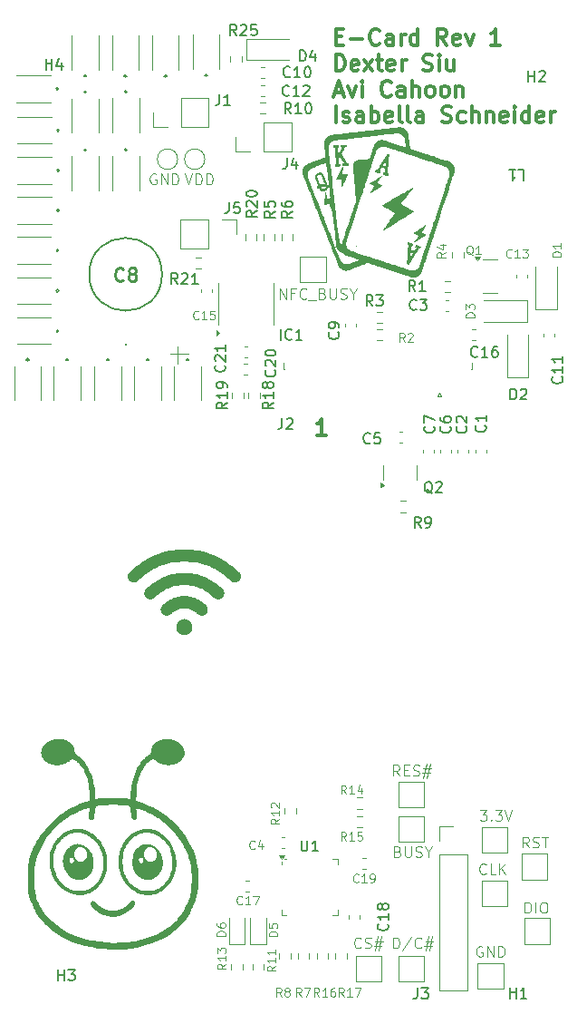
<source format=gbr>
%TF.GenerationSoftware,KiCad,Pcbnew,8.0.2*%
%TF.CreationDate,2025-02-23T19:39:25-05:00*%
%TF.ProjectId,Ecardz-Proto,45636172-647a-42d5-9072-6f746f2e6b69,rev?*%
%TF.SameCoordinates,Original*%
%TF.FileFunction,Legend,Top*%
%TF.FilePolarity,Positive*%
%FSLAX46Y46*%
G04 Gerber Fmt 4.6, Leading zero omitted, Abs format (unit mm)*
G04 Created by KiCad (PCBNEW 8.0.2) date 2025-02-23 19:39:25*
%MOMM*%
%LPD*%
G01*
G04 APERTURE LIST*
%ADD10C,0.000000*%
%ADD11C,0.100000*%
%ADD12C,0.300000*%
%ADD13C,0.080000*%
%ADD14C,0.150000*%
%ADD15C,0.254000*%
%ADD16C,0.090000*%
%ADD17C,0.120000*%
%ADD18C,0.200000*%
G04 APERTURE END LIST*
D10*
G36*
X463470488Y6377137D02*
G01*
X463491989Y6372007D01*
X463512987Y6366150D01*
X463533615Y6359568D01*
X463554003Y6352260D01*
X463574282Y6344225D01*
X463594584Y6335465D01*
X463615041Y6325979D01*
X463615390Y6292003D01*
X463615092Y6258104D01*
X463614226Y6224263D01*
X463612872Y6190459D01*
X463609010Y6122881D01*
X463604137Y6055207D01*
X463600624Y6007804D01*
X463591037Y5880046D01*
X463581002Y5745979D01*
X463564116Y5521096D01*
X463544643Y5261278D01*
X463525893Y5010831D01*
X463517930Y4904429D01*
X463508513Y4779240D01*
X463505075Y4733346D01*
X463500340Y4670648D01*
X463497675Y4635233D01*
X463496558Y4624225D01*
X463495315Y4613271D01*
X463493947Y4602358D01*
X463492460Y4591474D01*
X463489144Y4569744D01*
X463485396Y4547979D01*
X463517228Y4539298D01*
X463528135Y4536032D01*
X463536445Y4533465D01*
X463542652Y4531373D01*
X463545122Y4530434D01*
X463547252Y4529531D01*
X463549104Y4528635D01*
X463550740Y4527717D01*
X463552221Y4526750D01*
X463553610Y4525706D01*
X463554968Y4524556D01*
X463556358Y4523274D01*
X463559479Y4520198D01*
X463560447Y4506216D01*
X463561067Y4492233D01*
X463561352Y4478252D01*
X463561316Y4464276D01*
X463560338Y4436349D01*
X463558245Y4408474D01*
X463555148Y4380674D01*
X463551161Y4352972D01*
X463546393Y4325389D01*
X463540958Y4297949D01*
X463531697Y4288688D01*
X463520609Y4289613D01*
X463509651Y4290786D01*
X463498808Y4292195D01*
X463488068Y4293828D01*
X463466841Y4297718D01*
X463445860Y4302361D01*
X463425016Y4307662D01*
X463404202Y4313526D01*
X463383308Y4319857D01*
X463362225Y4326562D01*
X463335336Y4335109D01*
X463279466Y4353020D01*
X463193818Y4380333D01*
X463139396Y4397751D01*
X463113526Y4405967D01*
X463089537Y4413738D01*
X463068467Y4420508D01*
X463062368Y4422883D01*
X463057447Y4424894D01*
X463055258Y4425857D01*
X463053161Y4426841D01*
X463051088Y4427884D01*
X463048972Y4429023D01*
X463046745Y4430297D01*
X463044339Y4431742D01*
X463041687Y4433396D01*
X463038722Y4435297D01*
X463031580Y4439988D01*
X463022374Y4446115D01*
X463023529Y4455109D01*
X463025114Y4463862D01*
X463027100Y4472396D01*
X463029458Y4480732D01*
X463032159Y4488894D01*
X463035174Y4496903D01*
X463038474Y4504782D01*
X463042029Y4512551D01*
X463045812Y4520234D01*
X463049792Y4527853D01*
X463058229Y4542985D01*
X463076201Y4573446D01*
X463088518Y4595331D01*
X463100690Y4616130D01*
X463111680Y4635076D01*
X463115858Y4639966D01*
X463117612Y4641975D01*
X463119199Y4643737D01*
X463120662Y4645286D01*
X463122044Y4646655D01*
X463123387Y4647877D01*
X463124734Y4648985D01*
X463126128Y4650012D01*
X463127610Y4650993D01*
X463129224Y4651959D01*
X463131012Y4652944D01*
X463133017Y4653981D01*
X463135281Y4655104D01*
X463140759Y4657739D01*
X463145995Y4657968D01*
X463151089Y4657959D01*
X463156057Y4657724D01*
X463160915Y4657279D01*
X463165681Y4656636D01*
X463170372Y4655811D01*
X463175004Y4654817D01*
X463179595Y4653668D01*
X463184160Y4652378D01*
X463188718Y4650961D01*
X463197877Y4647804D01*
X463207208Y4644307D01*
X463216844Y4640584D01*
X463218397Y4670452D01*
X463224248Y4780473D01*
X463226753Y4828033D01*
X463230409Y4896511D01*
X463231491Y4917885D01*
X463232281Y4930906D01*
X463233230Y4943814D01*
X463234379Y4956634D01*
X463235771Y4969391D01*
X463237449Y4982108D01*
X463239456Y4994809D01*
X463241833Y5007518D01*
X463244624Y5020261D01*
X463227153Y5024384D01*
X463154734Y5042780D01*
X463082665Y5062413D01*
X462939031Y5103604D01*
X462931868Y5083383D01*
X462929570Y5078248D01*
X462927212Y5073257D01*
X462924793Y5068396D01*
X462922312Y5063651D01*
X462919766Y5059006D01*
X462917154Y5054448D01*
X462911722Y5045534D01*
X462906000Y5036790D01*
X462899973Y5028101D01*
X462893625Y5019350D01*
X462886941Y5010421D01*
X462867990Y4984636D01*
X462849327Y4958662D01*
X462830974Y4932484D01*
X462812951Y4906087D01*
X462795278Y4879456D01*
X462777975Y4852577D01*
X462761063Y4825433D01*
X462744562Y4798011D01*
X462770607Y4794538D01*
X462780404Y4792592D01*
X462784475Y4791733D01*
X462788106Y4790903D01*
X462791381Y4790066D01*
X462794383Y4789187D01*
X462797198Y4788229D01*
X462799908Y4787159D01*
X462802597Y4785939D01*
X462805351Y4784534D01*
X462808252Y4782909D01*
X462811384Y4781027D01*
X462814831Y4778854D01*
X462818678Y4776354D01*
X462827906Y4770230D01*
X462829858Y4756707D01*
X462831196Y4743005D01*
X462831961Y4729152D01*
X462832198Y4715176D01*
X462831948Y4701105D01*
X462831255Y4686966D01*
X462830162Y4672788D01*
X462828712Y4658597D01*
X462824909Y4630292D01*
X462820192Y4602272D01*
X462814903Y4574760D01*
X462809384Y4547979D01*
X462800125Y4538719D01*
X462789037Y4539645D01*
X462778078Y4540818D01*
X462767236Y4542227D01*
X462756495Y4543859D01*
X462735268Y4547749D01*
X462714287Y4552392D01*
X462693443Y4557693D01*
X462672629Y4563557D01*
X462651734Y4569888D01*
X462630651Y4576593D01*
X462603763Y4585140D01*
X462547894Y4603051D01*
X462462246Y4630365D01*
X462407823Y4647782D01*
X462381954Y4655998D01*
X462357965Y4663769D01*
X462336894Y4670539D01*
X462330796Y4672914D01*
X462325874Y4674925D01*
X462323685Y4675888D01*
X462321588Y4676872D01*
X462319515Y4677915D01*
X462317399Y4679055D01*
X462315171Y4680328D01*
X462312766Y4681773D01*
X462310114Y4683428D01*
X462307149Y4685328D01*
X462300007Y4690019D01*
X462290802Y4696146D01*
X462291957Y4705140D01*
X462293542Y4713893D01*
X462295528Y4722427D01*
X462297886Y4730764D01*
X462300587Y4738926D01*
X462303601Y4746935D01*
X462306901Y4754813D01*
X462310456Y4762583D01*
X462314238Y4770266D01*
X462318218Y4777884D01*
X462326656Y4793016D01*
X462344627Y4823477D01*
X462356945Y4845362D01*
X462369117Y4866162D01*
X462380107Y4885107D01*
X462383037Y4888457D01*
X462385838Y4891452D01*
X462388541Y4894115D01*
X462391180Y4896471D01*
X462392486Y4897540D01*
X462393788Y4898541D01*
X462395089Y4899476D01*
X462396396Y4900349D01*
X462397710Y4901162D01*
X462399037Y4901919D01*
X462400381Y4902621D01*
X462401745Y4903273D01*
X462403134Y4903877D01*
X462404552Y4904435D01*
X462407490Y4905428D01*
X462410592Y4906275D01*
X462413891Y4907000D01*
X462417420Y4907625D01*
X462421210Y4908174D01*
X462425295Y4908670D01*
X462429708Y4909136D01*
X462442685Y4907230D01*
X462447390Y4906465D01*
X462451593Y4905690D01*
X462455809Y4904803D01*
X462460555Y4903703D01*
X462473695Y4900454D01*
X462496122Y4894992D01*
X462513052Y4890615D01*
X462521048Y4904236D01*
X462562945Y4974569D01*
X462605580Y5044371D01*
X462649094Y5113626D01*
X462693630Y5182318D01*
X462729416Y5237335D01*
X462764502Y5292707D01*
X462773527Y5307333D01*
X463050156Y5307333D01*
X463070719Y5299453D01*
X463091303Y5292016D01*
X463111937Y5284987D01*
X463132649Y5278328D01*
X463153468Y5272003D01*
X463174421Y5265975D01*
X463195537Y5260208D01*
X463216844Y5254665D01*
X463241261Y5248353D01*
X463300187Y5233251D01*
X463305990Y5277138D01*
X463311201Y5321033D01*
X463320109Y5408889D01*
X463327449Y5496900D01*
X463333756Y5585146D01*
X463337518Y5639334D01*
X463346489Y5770354D01*
X463337229Y5770354D01*
X463334359Y5766389D01*
X463331530Y5762395D01*
X463325976Y5754331D01*
X463320541Y5746185D01*
X463315199Y5737979D01*
X463301120Y5716241D01*
X463285718Y5692220D01*
X463269827Y5667565D01*
X463235445Y5614085D01*
X463186762Y5538701D01*
X463136393Y5460709D01*
X463116894Y5430652D01*
X463098664Y5402289D01*
X463082470Y5377205D01*
X463077627Y5368678D01*
X463073075Y5360158D01*
X463068784Y5351611D01*
X463064722Y5343004D01*
X463060858Y5334306D01*
X463057163Y5325484D01*
X463053606Y5316504D01*
X463050156Y5307333D01*
X462773527Y5307333D01*
X462798921Y5348493D01*
X462832706Y5404758D01*
X462862273Y5453787D01*
X462892377Y5502457D01*
X462922886Y5550876D01*
X462953668Y5599152D01*
X463013465Y5693266D01*
X463072728Y5787718D01*
X463090193Y5815707D01*
X463125248Y5871920D01*
X463229330Y6038495D01*
X463320299Y6184324D01*
X463339454Y6215072D01*
X463375808Y6273528D01*
X463392358Y6300079D01*
X463406872Y6323420D01*
X463411801Y6330904D01*
X463416804Y6338304D01*
X463421879Y6345633D01*
X463427028Y6352898D01*
X463432250Y6360112D01*
X463437545Y6367284D01*
X463448353Y6381542D01*
X463470488Y6377137D01*
G37*
G36*
X464641923Y8859964D02*
G01*
X464695194Y8856199D01*
X464747838Y8849829D01*
X464799801Y8840596D01*
X464851030Y8828240D01*
X464901470Y8812502D01*
X464951068Y8793123D01*
X464999772Y8769845D01*
X465047527Y8742409D01*
X465094279Y8710555D01*
X465139976Y8674024D01*
X465151351Y8663502D01*
X465162597Y8652872D01*
X465173697Y8642111D01*
X465184632Y8631195D01*
X465195383Y8620101D01*
X465205933Y8608806D01*
X465216262Y8597287D01*
X465226353Y8585521D01*
X465226353Y8567000D01*
X465244874Y8567000D01*
X465257101Y8550411D01*
X465266289Y8537653D01*
X465269879Y8532439D01*
X465272873Y8527856D01*
X465275324Y8523797D01*
X465277286Y8520153D01*
X465278814Y8516816D01*
X465279963Y8513676D01*
X465280786Y8510626D01*
X465281338Y8507556D01*
X465281672Y8504359D01*
X465281844Y8500926D01*
X465281916Y8492917D01*
X465300436Y8492917D01*
X465318138Y8458505D01*
X465335742Y8424042D01*
X465345744Y8404744D01*
X465355601Y8385301D01*
X465364566Y8367813D01*
X465370793Y8352802D01*
X465376515Y8337832D01*
X465381762Y8322887D01*
X465386565Y8307950D01*
X465390955Y8293007D01*
X465394962Y8278040D01*
X465398617Y8263034D01*
X465401952Y8247973D01*
X465407780Y8217621D01*
X465412694Y8186858D01*
X465416937Y8155554D01*
X465420756Y8123583D01*
X465425695Y8082217D01*
X465438778Y7970594D01*
X465452570Y7853689D01*
X465478541Y7632616D01*
X465508172Y7380803D01*
X465568989Y6863084D01*
X465586167Y6857464D01*
X466361433Y6603398D01*
X466564918Y6536509D01*
X466585634Y6529701D01*
X467012456Y6389645D01*
X467047190Y6378259D01*
X467081921Y6366876D01*
X467151399Y6344102D01*
X467186121Y6332721D01*
X467586024Y6201542D01*
X467623230Y6189333D01*
X467772254Y6140430D01*
X468013852Y6061152D01*
X468069440Y6042912D01*
X468235401Y5988459D01*
X468327182Y5958348D01*
X468345571Y5952315D01*
X468597126Y5869717D01*
X468737586Y5823579D01*
X468832605Y5792357D01*
X469066586Y5715961D01*
X469300937Y5640709D01*
X469300937Y5622188D01*
X469356499Y5612928D01*
X469356499Y5594407D01*
X469376973Y5586846D01*
X469386221Y5582767D01*
X469395138Y5578525D01*
X469403793Y5574105D01*
X469412259Y5569487D01*
X469420604Y5564654D01*
X469428901Y5559587D01*
X469437219Y5554270D01*
X469445630Y5548683D01*
X469466828Y5534540D01*
X469473340Y5529686D01*
X469479636Y5524835D01*
X469485736Y5519930D01*
X469491658Y5514912D01*
X469497419Y5509723D01*
X469500246Y5507045D01*
X469503039Y5504303D01*
X469505801Y5501489D01*
X469508535Y5498596D01*
X469511243Y5495616D01*
X469513927Y5492542D01*
X469513927Y5474021D01*
X469532447Y5474021D01*
X469556888Y5446374D01*
X469580358Y5417869D01*
X469602779Y5388536D01*
X469624075Y5358407D01*
X469644170Y5327514D01*
X469662986Y5295888D01*
X469680446Y5263560D01*
X469696475Y5230561D01*
X469710996Y5196922D01*
X469723931Y5162676D01*
X469735204Y5127852D01*
X469744739Y5092483D01*
X469752458Y5056600D01*
X469758285Y5020234D01*
X469762144Y4983416D01*
X469763958Y4946178D01*
X469765369Y4910945D01*
X469765471Y4883408D01*
X469764401Y4856239D01*
X469762242Y4829400D01*
X469759078Y4802853D01*
X469754992Y4776561D01*
X469750069Y4750487D01*
X469744392Y4724594D01*
X469738045Y4698844D01*
X469723675Y4647626D01*
X469707631Y4596534D01*
X469673198Y4493539D01*
X469654318Y4436459D01*
X469604457Y4286066D01*
X469526067Y4049449D01*
X469506573Y3990586D01*
X469431333Y3762168D01*
X469356749Y3533535D01*
X469250728Y3209415D01*
X469243456Y3187337D01*
X469207063Y3076900D01*
X469128714Y2839035D01*
X469120876Y2815230D01*
X468984347Y2398984D01*
X468796244Y1825417D01*
X468606406Y1246641D01*
X468404028Y629671D01*
X468363102Y505157D01*
X468356310Y484490D01*
X468217468Y61308D01*
X468018369Y-545250D01*
X467795359Y-1224696D01*
X467772606Y-1294113D01*
X467761232Y-1328816D01*
X467635565Y-1711893D01*
X467439594Y-2309358D01*
X467189221Y-3072629D01*
X467109941Y-3314228D01*
X467091708Y-3369798D01*
X467037191Y-3535954D01*
X467006994Y-3627991D01*
X467000947Y-3646421D01*
X466912973Y-3914394D01*
X466855608Y-4089095D01*
X466849402Y-4108000D01*
X466652458Y-4712436D01*
X466633937Y-4712436D01*
X466630464Y-4733273D01*
X466628358Y-4741879D01*
X466626045Y-4750047D01*
X466623497Y-4757883D01*
X466620682Y-4765493D01*
X466617571Y-4772981D01*
X466614133Y-4780455D01*
X466610338Y-4788019D01*
X466606156Y-4795780D01*
X466587635Y-4795780D01*
X466587635Y-4823562D01*
X466569114Y-4823562D01*
X466550593Y-4869863D01*
X466532073Y-4869863D01*
X466522812Y-4897645D01*
X466504291Y-4897645D01*
X466496767Y-4915587D01*
X466493083Y-4921910D01*
X466491485Y-4924503D01*
X466489975Y-4926774D01*
X466489235Y-4927801D01*
X466488496Y-4928763D01*
X466487750Y-4929665D01*
X466486990Y-4930512D01*
X466486209Y-4931309D01*
X466485401Y-4932063D01*
X466484557Y-4932777D01*
X466483672Y-4933456D01*
X466482737Y-4934108D01*
X466481746Y-4934735D01*
X466480692Y-4935344D01*
X466479567Y-4935940D01*
X466478365Y-4936528D01*
X466477078Y-4937113D01*
X466474222Y-4938295D01*
X466470941Y-4939528D01*
X466467180Y-4940853D01*
X466457989Y-4943947D01*
X466448729Y-4971729D01*
X466444862Y-4976437D01*
X466440851Y-4980885D01*
X466436703Y-4985092D01*
X466432425Y-4989078D01*
X466428023Y-4992863D01*
X466423505Y-4996468D01*
X466418876Y-4999913D01*
X466414144Y-5003218D01*
X466409315Y-5006403D01*
X466404397Y-5009488D01*
X466394318Y-5015441D01*
X466383961Y-5021237D01*
X466373380Y-5027038D01*
X466361848Y-5033536D01*
X466350420Y-5040216D01*
X466339068Y-5047026D01*
X466327765Y-5053915D01*
X466303044Y-5067358D01*
X466278104Y-5080022D01*
X466252945Y-5091897D01*
X466227565Y-5102977D01*
X466201963Y-5113251D01*
X466176136Y-5122713D01*
X466150085Y-5131355D01*
X466123807Y-5139167D01*
X466097301Y-5146141D01*
X466070565Y-5152270D01*
X466043599Y-5157545D01*
X466016400Y-5161959D01*
X465988969Y-5165502D01*
X465961302Y-5168166D01*
X465933399Y-5169944D01*
X465905258Y-5170827D01*
X465885319Y-5171347D01*
X465858287Y-5170279D01*
X465831154Y-5167779D01*
X465803948Y-5163981D01*
X465776701Y-5159017D01*
X465749441Y-5153021D01*
X465722198Y-5146124D01*
X465695003Y-5138460D01*
X465667884Y-5130160D01*
X465613998Y-5112186D01*
X465560777Y-5093262D01*
X465508460Y-5074449D01*
X465457285Y-5056808D01*
X465390514Y-5034847D01*
X465246760Y-4987505D01*
X465013039Y-4910631D01*
X464972713Y-4897388D01*
X464911715Y-4877354D01*
X464767088Y-4829830D01*
X464236647Y-4655717D01*
X464201912Y-4644331D01*
X464167182Y-4632948D01*
X464097705Y-4610174D01*
X464062982Y-4598793D01*
X463663080Y-4467614D01*
X463625873Y-4455406D01*
X463476850Y-4406502D01*
X463216735Y-4321148D01*
X463198221Y-4315073D01*
X463013211Y-4254368D01*
X462920727Y-4224022D01*
X462902226Y-4217952D01*
X462697365Y-4150725D01*
X462678585Y-4144562D01*
X462584650Y-4113729D01*
X462399180Y-4052935D01*
X462326215Y-4029046D01*
X462308049Y-4023097D01*
X462185852Y-3982810D01*
X462063796Y-3942100D01*
X461932036Y-3898138D01*
X461887531Y-3883267D01*
X461843065Y-3868276D01*
X461794337Y-3851893D01*
X461745558Y-3835663D01*
X461716679Y-3825728D01*
X461701880Y-3821202D01*
X461687651Y-3817512D01*
X461673914Y-3814634D01*
X461660592Y-3812547D01*
X461647607Y-3811228D01*
X461634883Y-3810655D01*
X461622342Y-3810805D01*
X461609906Y-3811655D01*
X461597500Y-3813184D01*
X461585045Y-3815368D01*
X461572464Y-3818185D01*
X461559680Y-3821613D01*
X461546615Y-3825629D01*
X461533194Y-3830211D01*
X461519337Y-3835336D01*
X461504969Y-3840981D01*
X461483641Y-3849365D01*
X461413377Y-3877263D01*
X461362772Y-3897226D01*
X461254381Y-3940073D01*
X461086188Y-4006222D01*
X461057684Y-4017383D01*
X460999904Y-4040003D01*
X460850481Y-4098608D01*
X460819809Y-4110647D01*
X460757535Y-4135092D01*
X460660611Y-4173131D01*
X460528062Y-4225166D01*
X460396472Y-4276776D01*
X460243165Y-4337219D01*
X460090187Y-4398487D01*
X460008823Y-4431223D01*
X459971782Y-4446293D01*
X459934785Y-4461472D01*
X459904322Y-4473476D01*
X459874230Y-4484539D01*
X459844280Y-4494591D01*
X459814242Y-4503561D01*
X459783887Y-4511380D01*
X459768518Y-4514836D01*
X459752985Y-4517978D01*
X459737257Y-4520796D01*
X459721307Y-4523284D01*
X459705106Y-4525430D01*
X459688625Y-4527228D01*
X459640586Y-4534752D01*
X459609659Y-4536255D01*
X459578727Y-4535973D01*
X459547836Y-4534003D01*
X459517029Y-4530437D01*
X459486351Y-4525370D01*
X459455846Y-4518898D01*
X459425558Y-4511113D01*
X459395532Y-4502110D01*
X459365811Y-4491985D01*
X459336440Y-4480830D01*
X459307463Y-4468741D01*
X459278925Y-4455812D01*
X459250869Y-4442137D01*
X459223341Y-4427811D01*
X459196383Y-4412928D01*
X459170041Y-4397582D01*
X459170041Y-4379061D01*
X459133000Y-4369801D01*
X459133000Y-4351281D01*
X459111585Y-4343756D01*
X459103127Y-4339892D01*
X459099235Y-4337996D01*
X459095540Y-4336094D01*
X459092021Y-4334166D01*
X459088657Y-4332189D01*
X459085427Y-4330142D01*
X459082310Y-4328003D01*
X459079284Y-4325750D01*
X459076330Y-4323362D01*
X459073426Y-4320817D01*
X459070550Y-4318093D01*
X459067682Y-4315169D01*
X459064801Y-4312023D01*
X459061886Y-4308633D01*
X459058916Y-4304978D01*
X459058916Y-4286458D01*
X459040396Y-4286458D01*
X459028169Y-4273087D01*
X459023222Y-4267547D01*
X459018981Y-4262626D01*
X459015391Y-4258216D01*
X459012397Y-4254208D01*
X459009947Y-4250494D01*
X459008908Y-4248713D01*
X459007984Y-4246965D01*
X459007169Y-4245236D01*
X459006456Y-4243513D01*
X459005838Y-4241781D01*
X459005307Y-4240028D01*
X459004859Y-4238240D01*
X459004484Y-4236404D01*
X459003933Y-4232530D01*
X459003598Y-4228298D01*
X459003426Y-4223601D01*
X459003354Y-4212374D01*
X458984833Y-4212374D01*
X458984833Y-4193853D01*
X458966312Y-4193853D01*
X458929627Y-4111678D01*
X458894252Y-4029066D01*
X458860096Y-3945942D01*
X458827067Y-3862231D01*
X458784270Y-3752088D01*
X458761287Y-3693001D01*
X458637717Y-3377547D01*
X458572817Y-3212431D01*
X458559857Y-3179449D01*
X458429208Y-2846462D01*
X458235897Y-2353924D01*
X458223083Y-2321311D01*
X458132875Y-2091738D01*
X458029852Y-1829554D01*
X458017034Y-1796928D01*
X457825132Y-1307914D01*
X457643230Y-844477D01*
X457630416Y-811863D01*
X457540208Y-582291D01*
X457437186Y-320106D01*
X457424368Y-287480D01*
X457232465Y201535D01*
X457050563Y664971D01*
X457037750Y697584D01*
X456947541Y927157D01*
X456844519Y1189343D01*
X456831701Y1221967D01*
X456639817Y1710936D01*
X456456739Y2177313D01*
X456262271Y2672746D01*
X456068959Y3165284D01*
X456056146Y3197897D01*
X455965937Y3427469D01*
X455862915Y3689655D01*
X455850265Y3721850D01*
X455709539Y4080365D01*
X455696617Y4113327D01*
X455635741Y4268659D01*
X455613969Y4324210D01*
X455604234Y4349073D01*
X455594974Y4372696D01*
X455586064Y4395429D01*
X455585327Y4397268D01*
X455994349Y4397268D01*
X455994442Y4365629D01*
X455995862Y4352903D01*
X455997531Y4340303D01*
X456001573Y4315432D01*
X456006486Y4290920D01*
X456012186Y4266669D01*
X456018589Y4242585D01*
X456025611Y4218570D01*
X456033169Y4194529D01*
X456041178Y4170364D01*
X456049852Y4144582D01*
X456070510Y4085762D01*
X456092127Y4027347D01*
X456114534Y3969229D01*
X456137561Y3911298D01*
X456178104Y3809789D01*
X456200054Y3754737D01*
X456260567Y3602021D01*
X456320646Y3449133D01*
X456359394Y3350420D01*
X456411925Y3216623D01*
X456489983Y3017913D01*
X456745943Y2365877D01*
X456929021Y1899501D01*
X457123489Y1404068D01*
X457316801Y911530D01*
X457329614Y878918D01*
X457419823Y649344D01*
X457522845Y387158D01*
X457535663Y354534D01*
X457727565Y-134481D01*
X457909467Y-597918D01*
X457922281Y-630530D01*
X458012489Y-860103D01*
X458115512Y-1122289D01*
X458128330Y-1154914D01*
X458320232Y-1643930D01*
X458502134Y-2107366D01*
X458514948Y-2139980D01*
X458605156Y-2369551D01*
X458695402Y-2599222D01*
X458733479Y-2696116D01*
X458860577Y-3020168D01*
X458885840Y-3084690D01*
X458932911Y-3205043D01*
X458994093Y-3360416D01*
X459003248Y-3383492D01*
X459025866Y-3439460D01*
X459037525Y-3467185D01*
X459049594Y-3494690D01*
X459062207Y-3521937D01*
X459075497Y-3548890D01*
X459089597Y-3575511D01*
X459104640Y-3601765D01*
X459115799Y-3621027D01*
X459128975Y-3643551D01*
X459142260Y-3666010D01*
X459160781Y-3666010D01*
X459160781Y-3693791D01*
X459179302Y-3693791D01*
X459179302Y-3712312D01*
X459197823Y-3712312D01*
X459205347Y-3730254D01*
X459208686Y-3737583D01*
X459210148Y-3740572D01*
X459211548Y-3743166D01*
X459212242Y-3744328D01*
X459212941Y-3745407D01*
X459213654Y-3746408D01*
X459214386Y-3747336D01*
X459215145Y-3748197D01*
X459215938Y-3748995D01*
X459216772Y-3749736D01*
X459217654Y-3750425D01*
X459218592Y-3751067D01*
X459219592Y-3751667D01*
X459220662Y-3752231D01*
X459221808Y-3752764D01*
X459223038Y-3753271D01*
X459224359Y-3753757D01*
X459227301Y-3754687D01*
X459230692Y-3755597D01*
X459234589Y-3756526D01*
X459244125Y-3758613D01*
X459244125Y-3777135D01*
X459281166Y-3786395D01*
X459281166Y-3804916D01*
X459290275Y-3811362D01*
X459299506Y-3817633D01*
X459318315Y-3829660D01*
X459337549Y-3841014D01*
X459357166Y-3851711D01*
X459377122Y-3861768D01*
X459397374Y-3871201D01*
X459417879Y-3880025D01*
X459438593Y-3888259D01*
X459457838Y-3895748D01*
X459467610Y-3899202D01*
X459477316Y-3902401D01*
X459486971Y-3905355D01*
X459496590Y-3908071D01*
X459506186Y-3910558D01*
X459515776Y-3912826D01*
X459525373Y-3914881D01*
X459534993Y-3916735D01*
X459554360Y-3919867D01*
X459573995Y-3922293D01*
X459594016Y-3924081D01*
X459614541Y-3925301D01*
X459649557Y-3927435D01*
X459674950Y-3928203D01*
X459699930Y-3928218D01*
X459724596Y-3927388D01*
X459749046Y-3925620D01*
X459761221Y-3924354D01*
X459773380Y-3922819D01*
X459785534Y-3921002D01*
X459797695Y-3918892D01*
X459809877Y-3916477D01*
X459822092Y-3913746D01*
X459834351Y-3910686D01*
X459846667Y-3907287D01*
X459868071Y-3901195D01*
X459905302Y-3889668D01*
X459942239Y-3877316D01*
X459978930Y-3864273D01*
X460015421Y-3850671D01*
X460087992Y-3822325D01*
X460160327Y-3793340D01*
X460222159Y-3768842D01*
X460348411Y-3718678D01*
X460530310Y-3646620D01*
X460586200Y-3624564D01*
X460613122Y-3613939D01*
X460809135Y-3536363D01*
X460805375Y-3532698D01*
X460801771Y-3529383D01*
X460798290Y-3526386D01*
X460794899Y-3523678D01*
X460791563Y-3521227D01*
X460788249Y-3519003D01*
X460784923Y-3516975D01*
X460781553Y-3515113D01*
X460778103Y-3513385D01*
X460774541Y-3511762D01*
X460770833Y-3510213D01*
X460766946Y-3508706D01*
X460758497Y-3505699D01*
X460748927Y-3502496D01*
X460722442Y-3493641D01*
X460693416Y-3484129D01*
X460663131Y-3474062D01*
X460564313Y-3441444D01*
X460495870Y-3418782D01*
X460227808Y-3330564D01*
X459959451Y-3243246D01*
X459826219Y-3199898D01*
X459744612Y-3173283D01*
X459707221Y-3161044D01*
X459656792Y-3144605D01*
X459628468Y-3135349D01*
X459620612Y-3132815D01*
X459617329Y-3131795D01*
X459614375Y-3130926D01*
X459611677Y-3130200D01*
X459609160Y-3129606D01*
X459606749Y-3129136D01*
X459604369Y-3128780D01*
X459601946Y-3128529D01*
X459599404Y-3128373D01*
X459596671Y-3128302D01*
X459593670Y-3128308D01*
X459586567Y-3128511D01*
X459577500Y-3128905D01*
X459577500Y-3110385D01*
X459521937Y-3101124D01*
X459521937Y-3082603D01*
X459514632Y-3077099D01*
X459508810Y-3072763D01*
X459503894Y-3069207D01*
X459499309Y-3066046D01*
X459494478Y-3062893D01*
X459488824Y-3059360D01*
X459472741Y-3049613D01*
X459445068Y-3032214D01*
X459436874Y-3027130D01*
X459430373Y-3023208D01*
X459427564Y-3021596D01*
X459424947Y-3020170D01*
X459422444Y-3018896D01*
X459419977Y-3017738D01*
X459417470Y-3016663D01*
X459414845Y-3015635D01*
X459412025Y-3014620D01*
X459408933Y-3013582D01*
X459401621Y-3011303D01*
X459392292Y-3008520D01*
X459383031Y-2980739D01*
X459364510Y-2980739D01*
X459364510Y-2962218D01*
X459345989Y-2962218D01*
X459336729Y-2934436D01*
X459318208Y-2934436D01*
X459311299Y-2916676D01*
X459308046Y-2909952D01*
X459306659Y-2907207D01*
X459305377Y-2904822D01*
X459304158Y-2902756D01*
X459302962Y-2900972D01*
X459302359Y-2900173D01*
X459301746Y-2899429D01*
X459301119Y-2898736D01*
X459300471Y-2898089D01*
X459299798Y-2897483D01*
X459299094Y-2896913D01*
X459298355Y-2896374D01*
X459297575Y-2895862D01*
X459295872Y-2894896D01*
X459293943Y-2893976D01*
X459291749Y-2893064D01*
X459289247Y-2892120D01*
X459283156Y-2889979D01*
X459262067Y-2885241D01*
X459227051Y-2875138D01*
X459192895Y-2863919D01*
X459159604Y-2851553D01*
X459127186Y-2838013D01*
X459095649Y-2823268D01*
X459064999Y-2807290D01*
X459035244Y-2790050D01*
X459006391Y-2771519D01*
X458978446Y-2751667D01*
X458951418Y-2730465D01*
X458925313Y-2707884D01*
X458900138Y-2683896D01*
X458875900Y-2658470D01*
X458852608Y-2631578D01*
X458830267Y-2603191D01*
X458808885Y-2573280D01*
X458792390Y-2549261D01*
X458779199Y-2528789D01*
X458766777Y-2508286D01*
X458755100Y-2487648D01*
X458744142Y-2466772D01*
X458733881Y-2445554D01*
X458724289Y-2423890D01*
X458715344Y-2401678D01*
X458707020Y-2378811D01*
X458697954Y-2354529D01*
X458694121Y-2340972D01*
X458690786Y-2327433D01*
X458687888Y-2313888D01*
X458685364Y-2300311D01*
X458683154Y-2286676D01*
X458681193Y-2272959D01*
X458677778Y-2245175D01*
X458674953Y-2221697D01*
X458665796Y-2143813D01*
X458659110Y-2087671D01*
X458640999Y-1934202D01*
X458621684Y-1770915D01*
X458592956Y-1527848D01*
X458541367Y-1093421D01*
X458449165Y-316067D01*
X458402055Y113241D01*
X458385244Y268457D01*
X458382911Y289716D01*
X458373845Y372198D01*
X458362556Y476629D01*
X458351932Y581128D01*
X458339367Y692884D01*
X458323595Y801545D01*
X458304286Y907793D01*
X458281108Y1012311D01*
X458253732Y1115783D01*
X458221825Y1218892D01*
X458185058Y1322322D01*
X458143100Y1426755D01*
X458133067Y1450948D01*
X458123316Y1475242D01*
X458104510Y1524089D01*
X458086382Y1573196D01*
X458068631Y1622466D01*
X458053467Y1664351D01*
X458038172Y1706190D01*
X458021750Y1751334D01*
X458013543Y1750085D01*
X458005520Y1748567D01*
X457997664Y1746795D01*
X457989956Y1744786D01*
X457982377Y1742554D01*
X457974909Y1740115D01*
X457967533Y1737484D01*
X457960233Y1734676D01*
X457945781Y1728593D01*
X457931407Y1721989D01*
X457902305Y1707709D01*
X457881169Y1697360D01*
X457814548Y1664517D01*
X457748126Y1631874D01*
X457706906Y1611558D01*
X457685144Y1600939D01*
X457663817Y1590879D01*
X457642675Y1581472D01*
X457621467Y1572816D01*
X457610759Y1568799D01*
X457599941Y1565005D01*
X457588980Y1561447D01*
X457577846Y1558136D01*
X457566507Y1555084D01*
X457554932Y1552304D01*
X457543090Y1549807D01*
X457530948Y1547605D01*
X457632812Y2871844D01*
X457669854Y2881105D01*
X457678570Y2855581D01*
X457686871Y2829965D01*
X457694810Y2804262D01*
X457702438Y2778477D01*
X457716968Y2726679D01*
X457730876Y2674610D01*
X457747119Y2613309D01*
X457793235Y2439216D01*
X457821611Y2332291D01*
X457832344Y2291628D01*
X457847360Y2235048D01*
X457855954Y2202534D01*
X457858176Y2193841D01*
X457859153Y2190257D01*
X457860093Y2187095D01*
X457861036Y2184291D01*
X457862021Y2181783D01*
X457863087Y2179504D01*
X457864274Y2177392D01*
X457865621Y2175382D01*
X457867168Y2173410D01*
X457868953Y2171412D01*
X457871017Y2169325D01*
X457873399Y2167083D01*
X457876137Y2164623D01*
X457882843Y2158792D01*
X458142135Y2260657D01*
X458106873Y2564012D01*
X458090493Y2704919D01*
X458074641Y2841280D01*
X458068639Y2892919D01*
X458031010Y3214480D01*
X458012985Y3218784D01*
X457970420Y3228949D01*
X457961684Y3230352D01*
X457953067Y3231442D01*
X457944524Y3232248D01*
X457936011Y3232797D01*
X457927483Y3233119D01*
X457918896Y3233241D01*
X457910204Y3233192D01*
X457901365Y3233000D01*
X457897241Y3215999D01*
X457892549Y3199283D01*
X457887449Y3182765D01*
X457881904Y3166483D01*
X457875878Y3150471D01*
X457869337Y3134763D01*
X457862245Y3119397D01*
X457854566Y3104406D01*
X457846265Y3089826D01*
X457837306Y3075693D01*
X457827654Y3062042D01*
X457817273Y3048908D01*
X457806128Y3036326D01*
X457794184Y3024332D01*
X457781404Y3012961D01*
X457767754Y3002249D01*
X457753198Y2992229D01*
X457705875Y2967003D01*
X457680981Y2954473D01*
X457655396Y2942240D01*
X457629218Y2930489D01*
X457602545Y2919401D01*
X457575475Y2909159D01*
X457548105Y2899945D01*
X457520533Y2891942D01*
X457492858Y2885332D01*
X457465177Y2880298D01*
X457437588Y2877023D01*
X457410189Y2875689D01*
X457383079Y2876478D01*
X457369662Y2877726D01*
X457356354Y2879573D01*
X457343167Y2882042D01*
X457330112Y2885156D01*
X457313667Y2891438D01*
X457297667Y2898333D01*
X457282117Y2905837D01*
X457267024Y2913947D01*
X457252392Y2922659D01*
X457238227Y2931968D01*
X457224535Y2941870D01*
X457211321Y2952363D01*
X457198591Y2963441D01*
X457186350Y2975100D01*
X457174604Y2987338D01*
X457163358Y3000149D01*
X457152618Y3013530D01*
X457142390Y3027477D01*
X457132678Y3041986D01*
X457123489Y3057053D01*
X457115586Y3075212D01*
X457108050Y3093508D01*
X457100835Y3111924D01*
X457093894Y3130444D01*
X457080645Y3167726D01*
X457067927Y3205219D01*
X457062338Y3204019D01*
X457056892Y3202703D01*
X457051575Y3201271D01*
X457046370Y3199725D01*
X457041265Y3198067D01*
X457036244Y3196298D01*
X457031293Y3194419D01*
X457026397Y3192431D01*
X457016713Y3188138D01*
X457007076Y3183428D01*
X456997369Y3178315D01*
X456987477Y3172808D01*
X456965375Y3160364D01*
X456959661Y3157247D01*
X456955246Y3154776D01*
X456953428Y3153709D01*
X456951815Y3152716D01*
X456950368Y3151767D01*
X456949048Y3150833D01*
X456947815Y3149885D01*
X456946629Y3148894D01*
X456945450Y3147830D01*
X456944240Y3146664D01*
X456941563Y3143910D01*
X456938281Y3140396D01*
X456926707Y3140182D01*
X456915130Y3140107D01*
X456903553Y3140176D01*
X456891979Y3140396D01*
X456889214Y3153070D01*
X456886601Y3165752D01*
X456881784Y3191155D01*
X456877433Y3216645D01*
X456873458Y3242261D01*
X456871124Y3257439D01*
X457264181Y3257439D01*
X457264299Y3253969D01*
X457264636Y3250442D01*
X457265189Y3246812D01*
X457265954Y3243035D01*
X457266926Y3239065D01*
X457268100Y3234858D01*
X457269473Y3230367D01*
X457271041Y3225549D01*
X457281900Y3203656D01*
X457293139Y3182330D01*
X457299033Y3171984D01*
X457305178Y3161904D01*
X457311629Y3152131D01*
X457318436Y3142707D01*
X457325653Y3133673D01*
X457333332Y3125071D01*
X457341525Y3116941D01*
X457350285Y3109326D01*
X457359665Y3102266D01*
X457369716Y3095803D01*
X457375009Y3092809D01*
X457380490Y3089979D01*
X457386166Y3087319D01*
X457392042Y3084834D01*
X457402164Y3083977D01*
X457411970Y3083569D01*
X457421495Y3083589D01*
X457430775Y3084020D01*
X457439846Y3084842D01*
X457448745Y3086036D01*
X457457507Y3087585D01*
X457466168Y3089469D01*
X457474764Y3091669D01*
X457483332Y3094167D01*
X457491907Y3096944D01*
X457500526Y3099980D01*
X457518038Y3106758D01*
X457536157Y3114351D01*
X457556613Y3122545D01*
X457577981Y3131920D01*
X457588351Y3136874D01*
X457598478Y3142055D01*
X457608338Y3147503D01*
X457617904Y3153255D01*
X457627151Y3159349D01*
X457636054Y3165824D01*
X457644587Y3172718D01*
X457652726Y3180068D01*
X457660444Y3187913D01*
X457667717Y3196291D01*
X457674519Y3205240D01*
X457680825Y3214798D01*
X457686610Y3225004D01*
X457691847Y3235894D01*
X457700746Y3255464D01*
X457706895Y3270042D01*
X457680075Y3278962D01*
X457653197Y3286508D01*
X457626261Y3292753D01*
X457599271Y3297769D01*
X457572227Y3301628D01*
X457545131Y3304404D01*
X457517985Y3306169D01*
X457490790Y3306996D01*
X457463547Y3306957D01*
X457436259Y3306126D01*
X457408926Y3304575D01*
X457381551Y3302377D01*
X457326680Y3296328D01*
X457271656Y3288563D01*
X457269864Y3283924D01*
X457268325Y3279589D01*
X457267036Y3275513D01*
X457265992Y3271651D01*
X457265188Y3267958D01*
X457264622Y3264389D01*
X457264287Y3260897D01*
X457264181Y3257439D01*
X456871124Y3257439D01*
X456868647Y3273551D01*
X456867688Y3285457D01*
X456866999Y3296791D01*
X456866668Y3307729D01*
X456866664Y3313105D01*
X456866782Y3318448D01*
X456867034Y3323781D01*
X456867431Y3329124D01*
X456867982Y3334500D01*
X456868701Y3339931D01*
X456869596Y3345440D01*
X456870681Y3351047D01*
X456871964Y3356775D01*
X456873458Y3362646D01*
X456879199Y3368046D01*
X456885001Y3373195D01*
X456890868Y3378107D01*
X456896806Y3382799D01*
X456902819Y3387285D01*
X456908912Y3391582D01*
X456915091Y3395703D01*
X456921359Y3399666D01*
X456927721Y3403484D01*
X456934184Y3407174D01*
X456940751Y3410750D01*
X456947427Y3414228D01*
X456961127Y3420953D01*
X456975323Y3427469D01*
X456959569Y3474553D01*
X456943139Y3521339D01*
X456926125Y3567917D01*
X456908619Y3614378D01*
X456897369Y3643966D01*
X456873833Y3705768D01*
X456838478Y3798663D01*
X456795420Y3911676D01*
X456751825Y4024481D01*
X456742701Y4047791D01*
X456726037Y4090049D01*
X456719744Y4106922D01*
X456714005Y4124146D01*
X456708856Y4141677D01*
X456704335Y4159468D01*
X456700480Y4177474D01*
X456697326Y4195649D01*
X456694911Y4213948D01*
X456693272Y4232325D01*
X456692997Y4238451D01*
X456893241Y4238451D01*
X456893821Y4227197D01*
X456895023Y4216073D01*
X456896800Y4205041D01*
X456899108Y4194064D01*
X456901901Y4183106D01*
X456905134Y4172129D01*
X456908761Y4161096D01*
X456912737Y4149971D01*
X456917017Y4138716D01*
X456926308Y4115670D01*
X456937436Y4087441D01*
X456955414Y4042464D01*
X456973586Y3997564D01*
X456998074Y3935978D01*
X457046205Y3815399D01*
X457059823Y3781087D01*
X457073264Y3746713D01*
X457086527Y3712271D01*
X457099615Y3677754D01*
X457112536Y3643459D01*
X457134895Y3583470D01*
X457144651Y3557694D01*
X457152720Y3536026D01*
X457154963Y3530160D01*
X457155947Y3527758D01*
X457156889Y3525660D01*
X457157829Y3523830D01*
X457158311Y3523004D01*
X457158806Y3522232D01*
X457159320Y3521507D01*
X457159857Y3520827D01*
X457160423Y3520185D01*
X457161022Y3519578D01*
X457161659Y3519002D01*
X457162339Y3518450D01*
X457163066Y3517920D01*
X457163846Y3517406D01*
X457164683Y3516903D01*
X457165582Y3516407D01*
X457167587Y3515417D01*
X457169897Y3514400D01*
X457172552Y3513318D01*
X457179052Y3510813D01*
X457206726Y3515152D01*
X457220541Y3517452D01*
X457234334Y3519881D01*
X457257485Y3523811D01*
X457280605Y3527229D01*
X457326780Y3532651D01*
X457372917Y3536396D01*
X457419073Y3538710D01*
X457465305Y3539840D01*
X457511671Y3540033D01*
X457605031Y3538594D01*
X457546055Y3694113D01*
X457506786Y3797769D01*
X457467783Y3901525D01*
X457422619Y4021447D01*
X457390210Y4107778D01*
X457353083Y4206357D01*
X457342040Y4236236D01*
X457330531Y4265768D01*
X457318085Y4295303D01*
X457311364Y4309872D01*
X457304234Y4324202D01*
X457296636Y4338214D01*
X457288512Y4351829D01*
X457279803Y4364965D01*
X457270452Y4377545D01*
X457260399Y4389487D01*
X457249586Y4400713D01*
X457237956Y4411142D01*
X457225449Y4420695D01*
X457218849Y4425119D01*
X457212007Y4429293D01*
X457204918Y4433208D01*
X457197573Y4436855D01*
X457187408Y4437590D01*
X457177577Y4437911D01*
X457168039Y4437832D01*
X457158758Y4437369D01*
X457149695Y4436537D01*
X457140812Y4435351D01*
X457132071Y4433826D01*
X457123432Y4431978D01*
X457114859Y4429820D01*
X457106313Y4427369D01*
X457097755Y4424639D01*
X457089148Y4421645D01*
X457071631Y4414928D01*
X457053458Y4407337D01*
X457033001Y4399144D01*
X457022753Y4394741D01*
X457012806Y4390222D01*
X457003155Y4385556D01*
X456993792Y4380713D01*
X456984710Y4375663D01*
X456975901Y4370377D01*
X456967358Y4364825D01*
X456959074Y4358976D01*
X456951041Y4352802D01*
X456943252Y4346272D01*
X456935701Y4339356D01*
X456928379Y4332025D01*
X456921279Y4324248D01*
X456914394Y4315997D01*
X456907716Y4307240D01*
X456901239Y4297949D01*
X456898035Y4285495D01*
X456895678Y4273356D01*
X456894124Y4261493D01*
X456893326Y4249870D01*
X456893241Y4238451D01*
X456692997Y4238451D01*
X456692447Y4250733D01*
X456692472Y4269129D01*
X456693384Y4287465D01*
X456695221Y4305696D01*
X456698020Y4323777D01*
X456701818Y4341662D01*
X456706652Y4359306D01*
X456712558Y4376662D01*
X456723443Y4397931D01*
X456735002Y4417813D01*
X456747245Y4436382D01*
X456760181Y4453715D01*
X456773820Y4469885D01*
X456788171Y4484969D01*
X456803245Y4499041D01*
X456819051Y4512176D01*
X456835598Y4524449D01*
X456852897Y4535936D01*
X456870956Y4546711D01*
X456889787Y4556850D01*
X456909397Y4566428D01*
X456929798Y4575520D01*
X456950998Y4584201D01*
X456973008Y4592545D01*
X457001295Y4603596D01*
X457020808Y4610560D01*
X457040175Y4616823D01*
X457059418Y4622353D01*
X457078560Y4627118D01*
X457097624Y4631084D01*
X457116633Y4634220D01*
X457135610Y4636493D01*
X457154577Y4637872D01*
X457173557Y4638323D01*
X457192573Y4637815D01*
X457211647Y4636315D01*
X457230803Y4633790D01*
X457250064Y4630209D01*
X457269451Y4625539D01*
X457288988Y4619748D01*
X457308698Y4612803D01*
X457320167Y4606718D01*
X457331180Y4600368D01*
X457341753Y4593759D01*
X457351901Y4586896D01*
X457361639Y4579784D01*
X457370982Y4572429D01*
X457379945Y4564838D01*
X457388544Y4557015D01*
X457396793Y4548967D01*
X457404708Y4540699D01*
X457412304Y4532216D01*
X457419595Y4523525D01*
X457433328Y4505540D01*
X457446026Y4486790D01*
X457457812Y4467318D01*
X457468806Y4447172D01*
X457479130Y4426395D01*
X457488905Y4405035D01*
X457498253Y4383136D01*
X457507294Y4360743D01*
X457524943Y4314660D01*
X457536510Y4284180D01*
X457561057Y4219334D01*
X457626048Y4048098D01*
X457632713Y4030567D01*
X457703180Y3847191D01*
X457774612Y3664189D01*
X457785659Y3636029D01*
X457845802Y3483032D01*
X457993969Y3464511D01*
X457991350Y3506344D01*
X457988258Y3548080D01*
X457980842Y3631350D01*
X457972098Y3714499D01*
X457962405Y3797703D01*
X457955559Y3855242D01*
X457937021Y4010190D01*
X457917629Y4172588D01*
X457880930Y4479551D01*
X457839141Y4829255D01*
X457753198Y5548105D01*
X457748943Y5548025D01*
X457744853Y5547790D01*
X457740907Y5547409D01*
X457737085Y5546888D01*
X457733366Y5546236D01*
X457729727Y5545460D01*
X457726149Y5544569D01*
X457722611Y5543570D01*
X457719091Y5542472D01*
X457715568Y5541280D01*
X457708430Y5538653D01*
X457693199Y5532636D01*
X457666754Y5522245D01*
X457637659Y5510701D01*
X457607123Y5498673D01*
X457524029Y5465849D01*
X457436501Y5431323D01*
X457308609Y5380881D01*
X456975354Y5249700D01*
X456876861Y5210970D01*
X456739942Y5157283D01*
X456602808Y5104147D01*
X456581810Y5096076D01*
X456490161Y5061096D01*
X456459525Y5049380D01*
X456433817Y5039643D01*
X456424664Y5035518D01*
X456415722Y5031185D01*
X456406950Y5026661D01*
X456398304Y5021960D01*
X456389742Y5017101D01*
X456381222Y5012101D01*
X456364135Y5001740D01*
X456352631Y4996932D01*
X456341085Y4992225D01*
X456329488Y4987645D01*
X456317833Y4983219D01*
X456317833Y4964698D01*
X456295840Y4956016D01*
X456281897Y4950555D01*
X456276989Y4948555D01*
X456272787Y4946745D01*
X456268791Y4944900D01*
X456264497Y4942796D01*
X456253010Y4936917D01*
X456253010Y4918396D01*
X456237383Y4912030D01*
X456232274Y4909026D01*
X456227376Y4905941D01*
X456222670Y4902774D01*
X456218135Y4899524D01*
X456213751Y4896190D01*
X456209497Y4892770D01*
X456205354Y4889262D01*
X456201300Y4885667D01*
X456197316Y4881982D01*
X456193381Y4878206D01*
X456185578Y4870377D01*
X456177727Y4862169D01*
X456169666Y4853574D01*
X456154582Y4838634D01*
X456133165Y4814712D01*
X456113443Y4789562D01*
X456095379Y4763287D01*
X456078935Y4735989D01*
X456064075Y4707768D01*
X456050762Y4678728D01*
X456038957Y4648970D01*
X456028623Y4618595D01*
X456019723Y4587705D01*
X456012221Y4556404D01*
X456006077Y4524791D01*
X456001255Y4492969D01*
X455997718Y4461040D01*
X455995429Y4429106D01*
X455994349Y4397268D01*
X455585327Y4397268D01*
X455567023Y4442947D01*
X455547708Y4490355D01*
X455536724Y4522410D01*
X455527666Y4554959D01*
X455520479Y4587926D01*
X455515108Y4621230D01*
X455511497Y4654793D01*
X455509590Y4688536D01*
X455509332Y4722381D01*
X455510668Y4756249D01*
X455513543Y4790060D01*
X455517900Y4823737D01*
X455523685Y4857201D01*
X455530842Y4890372D01*
X455539315Y4923173D01*
X455549050Y4955523D01*
X455559990Y4987345D01*
X455572080Y5018560D01*
X455583734Y5041797D01*
X455596055Y5064607D01*
X455608951Y5087056D01*
X455622332Y5109211D01*
X455636105Y5131138D01*
X455650179Y5152902D01*
X455678865Y5196209D01*
X455697385Y5196209D01*
X455703752Y5211835D01*
X455711280Y5224223D01*
X455719734Y5236549D01*
X455729038Y5248757D01*
X455739113Y5260795D01*
X455749881Y5272607D01*
X455761265Y5284139D01*
X455773186Y5295338D01*
X455785568Y5306149D01*
X455798332Y5316517D01*
X455811401Y5326389D01*
X455824697Y5335710D01*
X455838141Y5344426D01*
X455851657Y5352483D01*
X455865166Y5359827D01*
X455878591Y5366403D01*
X455891854Y5372157D01*
X455910375Y5372157D01*
X455910375Y5390677D01*
X455924815Y5396337D01*
X456834531Y5753403D01*
X457040182Y5834201D01*
X457057609Y5841047D01*
X457143549Y5874808D01*
X457299293Y5935993D01*
X457358165Y5959121D01*
X457388123Y5970891D01*
X457419823Y5983344D01*
X457437364Y5990235D01*
X457492622Y6011944D01*
X457510925Y6019135D01*
X457546967Y6033294D01*
X457564662Y6040245D01*
X457659170Y6077373D01*
X457679114Y6085209D01*
X457676800Y6104877D01*
X457669712Y6165136D01*
X457661132Y6238018D01*
X457639282Y6424330D01*
X457626518Y6533615D01*
X457623891Y6556068D01*
X457605152Y6712521D01*
X457585683Y6868885D01*
X457579492Y6918672D01*
X457949594Y6918672D01*
X457950146Y6880249D01*
X457951921Y6841661D01*
X457954740Y6802982D01*
X457962795Y6725651D01*
X457972876Y6648855D01*
X457993384Y6499270D01*
X458009710Y6363322D01*
X458038656Y6122998D01*
X458085883Y5730372D01*
X458102657Y5590335D01*
X458106955Y5554462D01*
X458135957Y5312815D01*
X458290627Y4016120D01*
X458293659Y3990574D01*
X458351681Y3501414D01*
X458428994Y2849920D01*
X458679929Y730268D01*
X458689307Y650778D01*
X458693906Y611803D01*
X458868013Y-855108D01*
X458898374Y-1110235D01*
X458928537Y-1362915D01*
X458942924Y-1483538D01*
X458955797Y-1590949D01*
X458962324Y-1646324D01*
X458966698Y-1678388D01*
X458971940Y-1710262D01*
X458978094Y-1741901D01*
X458985204Y-1773257D01*
X458993311Y-1804281D01*
X459002460Y-1834929D01*
X459012694Y-1865151D01*
X459024057Y-1894902D01*
X459036591Y-1924134D01*
X459050340Y-1952799D01*
X459065348Y-1980851D01*
X459081658Y-2008243D01*
X459099312Y-2034926D01*
X459118356Y-2060855D01*
X459138831Y-2085982D01*
X459160781Y-2110260D01*
X459165102Y-2105711D01*
X459169043Y-2101103D01*
X459172636Y-2096433D01*
X459175911Y-2091695D01*
X459178900Y-2086885D01*
X459181633Y-2081999D01*
X459184141Y-2077033D01*
X459186456Y-2071983D01*
X459188607Y-2066843D01*
X459190627Y-2061610D01*
X459194395Y-2050848D01*
X459195801Y-2046461D01*
X459613661Y-2046461D01*
X459615145Y-2079400D01*
X459618391Y-2111973D01*
X459623339Y-2144170D01*
X459629931Y-2175983D01*
X459638106Y-2207404D01*
X459647807Y-2238424D01*
X459658973Y-2269035D01*
X459671546Y-2299228D01*
X459685467Y-2328996D01*
X459700677Y-2358328D01*
X459717116Y-2387218D01*
X459734726Y-2415656D01*
X459753448Y-2443634D01*
X459768134Y-2465049D01*
X459781229Y-2480677D01*
X459799750Y-2480677D01*
X459809010Y-2508457D01*
X459827531Y-2508457D01*
X459836791Y-2536239D01*
X459855312Y-2536239D01*
X459855312Y-2554760D01*
X459873833Y-2554760D01*
X459873833Y-2573280D01*
X459901614Y-2573280D01*
X459901614Y-2591801D01*
X459910277Y-2598757D01*
X459913895Y-2601562D01*
X459917146Y-2603953D01*
X459920112Y-2605959D01*
X459921514Y-2606826D01*
X459922874Y-2607606D01*
X459924204Y-2608304D01*
X459925513Y-2608922D01*
X459926812Y-2609464D01*
X459928111Y-2609933D01*
X459929420Y-2610333D01*
X459930749Y-2610667D01*
X459932109Y-2610939D01*
X459933509Y-2611151D01*
X459934960Y-2611308D01*
X459936472Y-2611412D01*
X459939718Y-2611477D01*
X459943331Y-2611374D01*
X459947391Y-2611129D01*
X459957177Y-2610322D01*
X459957177Y-2628843D01*
X459989646Y-2644270D01*
X460022249Y-2658973D01*
X460055015Y-2673012D01*
X460087971Y-2686446D01*
X460121145Y-2699336D01*
X460154566Y-2711741D01*
X460188260Y-2723722D01*
X460222256Y-2735338D01*
X460265239Y-2749911D01*
X460444191Y-2809468D01*
X460623524Y-2867868D01*
X461134612Y-3035305D01*
X461351267Y-3106658D01*
X461375024Y-3114481D01*
X461791318Y-3251027D01*
X462361413Y-3437972D01*
X462527376Y-3492521D01*
X462548021Y-3499306D01*
X462974915Y-3639386D01*
X463009650Y-3650771D01*
X463044379Y-3662155D01*
X463113857Y-3684928D01*
X463148579Y-3696309D01*
X463548482Y-3827488D01*
X463585689Y-3839697D01*
X463734712Y-3888601D01*
X463994827Y-3973955D01*
X464013339Y-3980029D01*
X464142885Y-4022535D01*
X464290943Y-4071116D01*
X464309454Y-4077191D01*
X464513749Y-4144228D01*
X464532397Y-4150348D01*
X464625698Y-4180968D01*
X464792277Y-4235594D01*
X464883718Y-4265549D01*
X464901986Y-4271535D01*
X465150724Y-4353751D01*
X465287558Y-4399162D01*
X465397985Y-4436001D01*
X465482281Y-4463960D01*
X465512135Y-4474074D01*
X465537489Y-4481972D01*
X465562803Y-4489050D01*
X465588135Y-4495375D01*
X465613546Y-4501011D01*
X465639094Y-4506022D01*
X465664839Y-4510476D01*
X465690840Y-4514436D01*
X465717155Y-4517968D01*
X465746164Y-4521785D01*
X465774756Y-4524594D01*
X465803550Y-4526027D01*
X465832476Y-4526109D01*
X465861467Y-4524867D01*
X465890454Y-4522326D01*
X465919369Y-4518512D01*
X465948142Y-4513453D01*
X465976705Y-4507172D01*
X466004990Y-4499697D01*
X466032929Y-4491053D01*
X466060452Y-4481267D01*
X466087491Y-4470364D01*
X466113977Y-4458370D01*
X466139843Y-4445311D01*
X466165019Y-4431214D01*
X466189437Y-4416104D01*
X466208862Y-4403551D01*
X466214686Y-4399541D01*
X466220456Y-4395454D01*
X466226178Y-4391298D01*
X466231857Y-4387082D01*
X466243111Y-4378507D01*
X466254260Y-4369801D01*
X466254260Y-4351281D01*
X466274914Y-4344914D01*
X466280536Y-4342131D01*
X466285787Y-4339289D01*
X466290702Y-4336376D01*
X466295318Y-4333380D01*
X466299671Y-4330289D01*
X466303797Y-4327090D01*
X466307732Y-4323771D01*
X466311512Y-4320319D01*
X466315173Y-4316722D01*
X466318751Y-4312969D01*
X466322282Y-4309045D01*
X466325803Y-4304941D01*
X466332955Y-4296137D01*
X466340498Y-4286458D01*
X466360068Y-4261570D01*
X466365450Y-4255044D01*
X466367620Y-4252326D01*
X466369473Y-4249893D01*
X466371028Y-4247687D01*
X466372308Y-4245648D01*
X466372851Y-4244673D01*
X466373334Y-4243719D01*
X466373758Y-4242777D01*
X466374126Y-4241841D01*
X466374442Y-4240903D01*
X466374708Y-4239956D01*
X466374925Y-4238992D01*
X466375098Y-4238004D01*
X466375229Y-4236986D01*
X466375320Y-4235928D01*
X466375395Y-4233670D01*
X466375343Y-4231169D01*
X466375187Y-4228369D01*
X466374645Y-4221635D01*
X466393166Y-4221635D01*
X466406829Y-4195623D01*
X466420368Y-4169545D01*
X466435670Y-4140245D01*
X466437981Y-4134847D01*
X466440137Y-4129530D01*
X466442146Y-4124278D01*
X466444013Y-4119077D01*
X466445747Y-4113911D01*
X466447354Y-4108764D01*
X466448842Y-4103620D01*
X466450216Y-4098465D01*
X466452655Y-4088058D01*
X466454726Y-4077418D01*
X466456485Y-4066423D01*
X466457989Y-4054947D01*
X466476509Y-4054947D01*
X466600666Y-3683374D01*
X466723069Y-3311219D01*
X466901460Y-2766491D01*
X466972846Y-2549731D01*
X466980668Y-2525980D01*
X467117215Y-2109681D01*
X467304160Y-1539587D01*
X467358709Y-1373622D01*
X467365494Y-1352978D01*
X467505573Y-926084D01*
X467516959Y-891350D01*
X467528342Y-856619D01*
X467551115Y-787141D01*
X467562497Y-752419D01*
X467693676Y-352517D01*
X467705884Y-315310D01*
X467754789Y-166287D01*
X467840142Y93828D01*
X467846216Y112340D01*
X467876578Y204872D01*
X467931263Y371530D01*
X467961649Y464136D01*
X467973803Y501178D01*
X467979880Y519699D01*
X468782064Y2964449D01*
X468794217Y3001487D01*
X468824621Y3094144D01*
X468879105Y3260202D01*
X468909214Y3351975D01*
X468915247Y3370363D01*
X468997844Y3621918D01*
X469043983Y3762379D01*
X469075205Y3857398D01*
X469138657Y4023933D01*
X469164023Y4093278D01*
X469185370Y4155317D01*
X469202864Y4211533D01*
X469216671Y4263411D01*
X469226957Y4312433D01*
X469233888Y4360082D01*
X469237630Y4407840D01*
X469238348Y4457192D01*
X469236209Y4509620D01*
X469231378Y4566606D01*
X469224021Y4629635D01*
X469214304Y4700189D01*
X469188455Y4869804D01*
X469176507Y4892685D01*
X469164138Y4915627D01*
X469151139Y4938348D01*
X469144339Y4949538D01*
X469137304Y4960567D01*
X469130007Y4971400D01*
X469122423Y4982001D01*
X469114526Y4992336D01*
X469106289Y5002370D01*
X469097686Y5012066D01*
X469088692Y5021390D01*
X469079281Y5030307D01*
X469069426Y5038782D01*
X469050905Y5038782D01*
X469050905Y5057303D01*
X469032384Y5057303D01*
X469023125Y5085084D01*
X469015424Y5088823D01*
X469009355Y5091721D01*
X469004375Y5093996D01*
X468999942Y5095863D01*
X468995513Y5097541D01*
X468990544Y5099245D01*
X468984495Y5101194D01*
X468976822Y5103604D01*
X468976822Y5122125D01*
X468949041Y5122125D01*
X468949041Y5140646D01*
X468921259Y5140646D01*
X468921259Y5159167D01*
X468862225Y5184633D01*
X468829017Y5198958D01*
X468775536Y5221153D01*
X468721759Y5242327D01*
X468694719Y5252501D01*
X468667558Y5262382D01*
X468640260Y5271958D01*
X468612808Y5281216D01*
X468588519Y5289313D01*
X468509750Y5315437D01*
X468453206Y5334217D01*
X468266547Y5395749D01*
X468079682Y5456656D01*
X467549398Y5630440D01*
X467332701Y5701806D01*
X467308946Y5709627D01*
X466892650Y5846174D01*
X466322555Y6033119D01*
X466156592Y6087669D01*
X466135946Y6094453D01*
X465709052Y6234533D01*
X465674318Y6245918D01*
X465639589Y6257302D01*
X465570110Y6280075D01*
X465535389Y6291456D01*
X465135485Y6422635D01*
X465098279Y6434844D01*
X464949255Y6483748D01*
X464707655Y6563027D01*
X464652089Y6581259D01*
X464485884Y6635792D01*
X464393784Y6666010D01*
X464375345Y6672061D01*
X464108335Y6759713D01*
X463752270Y6876541D01*
X463591605Y6929258D01*
X463458691Y6972832D01*
X463412293Y6988070D01*
X463370674Y7001376D01*
X463329513Y7013594D01*
X463288557Y7024608D01*
X463247550Y7034302D01*
X463206239Y7042559D01*
X463164369Y7049265D01*
X463143146Y7051999D01*
X463121687Y7054301D01*
X463099962Y7056157D01*
X463077938Y7057552D01*
X463057680Y7058746D01*
X463024401Y7058788D01*
X462991262Y7056874D01*
X462958327Y7053075D01*
X462925659Y7047458D01*
X462893322Y7040091D01*
X462861382Y7031042D01*
X462829901Y7020380D01*
X462798945Y7008173D01*
X462768578Y6994490D01*
X462738863Y6979397D01*
X462709865Y6962964D01*
X462681648Y6945260D01*
X462654276Y6926351D01*
X462627814Y6906306D01*
X462602326Y6885195D01*
X462577875Y6863084D01*
X462577875Y6844563D01*
X462550093Y6835302D01*
X462550093Y6816782D01*
X462531572Y6816782D01*
X462525176Y6808157D01*
X462518899Y6799524D01*
X462512728Y6790867D01*
X462506647Y6782173D01*
X462494703Y6764618D01*
X462482956Y6746750D01*
X462469897Y6727523D01*
X462457476Y6707668D01*
X462445770Y6687424D01*
X462434726Y6666825D01*
X462424295Y6645904D01*
X462414426Y6624693D01*
X462405067Y6603226D01*
X462387675Y6559652D01*
X462371714Y6515447D01*
X462356774Y6470871D01*
X462328328Y6381665D01*
X462286750Y6252620D01*
X462277158Y6222916D01*
X462206056Y6005074D01*
X462134346Y5787430D01*
X462063017Y5570858D01*
X462055194Y5547098D01*
X461918648Y5130807D01*
X461731704Y4560713D01*
X461677155Y4394749D01*
X461670369Y4374104D01*
X461530290Y3947210D01*
X461518904Y3912475D01*
X461507521Y3877746D01*
X461484747Y3808268D01*
X461473366Y3773546D01*
X461342188Y3373643D01*
X461329979Y3336437D01*
X461281076Y3187412D01*
X461195721Y2927298D01*
X461189648Y2908787D01*
X461159285Y2816254D01*
X461104600Y2649596D01*
X461074214Y2556990D01*
X461062060Y2519948D01*
X461055983Y2501428D01*
X460059331Y-535989D01*
X460047178Y-573026D01*
X460016771Y-665696D01*
X459962335Y-831609D01*
X459932290Y-923190D01*
X459926266Y-941547D01*
X459842833Y-1195608D01*
X459795973Y-1338238D01*
X459764094Y-1435226D01*
X459711950Y-1593919D01*
X459660699Y-1752901D01*
X459650489Y-1785135D01*
X459645837Y-1802439D01*
X459641658Y-1819774D01*
X459637904Y-1837153D01*
X459634525Y-1854584D01*
X459631474Y-1872079D01*
X459628702Y-1889648D01*
X459626161Y-1907302D01*
X459623802Y-1925052D01*
X459620365Y-1945525D01*
X459616212Y-1979515D01*
X459613996Y-2013163D01*
X459613661Y-2046461D01*
X459195801Y-2046461D01*
X459201711Y-2028013D01*
X459208309Y-2008006D01*
X459229944Y-1941727D01*
X459245307Y-1894937D01*
X459286500Y-1768948D01*
X459329557Y-1637463D01*
X459406339Y-1402766D01*
X459475490Y-1191417D01*
X459534494Y-1011125D01*
X459701358Y-502420D01*
X459755907Y-336456D01*
X459762692Y-315812D01*
X459902772Y111083D01*
X459914157Y145817D01*
X459925541Y180547D01*
X459948314Y250025D01*
X459959695Y284747D01*
X460078673Y647470D01*
X460109085Y740150D01*
X460226840Y1098913D01*
X460271504Y1234953D01*
X460301397Y1325983D01*
X460312507Y1359803D01*
X460323022Y1391611D01*
X460328655Y1408908D01*
X460334198Y1426225D01*
X460345061Y1460942D01*
X460359079Y1504472D01*
X460366387Y1525971D01*
X460373992Y1547312D01*
X460381967Y1568512D01*
X460390383Y1589585D01*
X460399314Y1610547D01*
X460408831Y1631413D01*
X460435069Y1692638D01*
X460456807Y1754115D01*
X460474375Y1815842D01*
X460488107Y1877816D01*
X460498333Y1940036D01*
X460505384Y2002500D01*
X460509593Y2065205D01*
X460511291Y2128150D01*
X460510808Y2191332D01*
X460508478Y2254749D01*
X460499599Y2382283D01*
X460474249Y2640084D01*
X460461963Y2773964D01*
X460450431Y2907912D01*
X460429581Y3146863D01*
X460407844Y3385734D01*
X460366109Y3848058D01*
X460363575Y3876956D01*
X460348520Y4049065D01*
X460326548Y4299959D01*
X460324155Y4327236D01*
X460290845Y4699463D01*
X460283970Y4775117D01*
X460281736Y4799749D01*
X460277349Y4848102D01*
X460264730Y4985533D01*
X460257093Y5069299D01*
X460251883Y5125234D01*
X460247130Y5189129D01*
X460245771Y5220142D01*
X460245263Y5250587D01*
X460245734Y5280505D01*
X460247313Y5309937D01*
X460250130Y5338923D01*
X460254314Y5367505D01*
X460259992Y5395724D01*
X460267295Y5423621D01*
X460276351Y5451235D01*
X460287290Y5478610D01*
X460300239Y5505785D01*
X460315329Y5532801D01*
X460332688Y5559699D01*
X460352444Y5586521D01*
X460357055Y5591892D01*
X460358914Y5594140D01*
X460360498Y5596166D01*
X460361827Y5598022D01*
X460362400Y5598903D01*
X460362917Y5599761D01*
X460363378Y5600603D01*
X460363786Y5601435D01*
X460364144Y5602264D01*
X460364453Y5603096D01*
X460364716Y5603938D01*
X460364935Y5604796D01*
X460365112Y5605678D01*
X460365250Y5606588D01*
X460365350Y5607535D01*
X460365416Y5608524D01*
X460365451Y5610656D01*
X460365372Y5613036D01*
X460365198Y5615716D01*
X460364635Y5622188D01*
X460383156Y5622188D01*
X460383156Y5640709D01*
X460401677Y5640709D01*
X460420198Y5659808D01*
X460435547Y5674906D01*
X460451270Y5689025D01*
X460467352Y5702201D01*
X460483779Y5714470D01*
X460500537Y5725868D01*
X460517610Y5736431D01*
X460534984Y5746197D01*
X460552646Y5755200D01*
X460588771Y5771064D01*
X460625871Y5784314D01*
X460663829Y5795239D01*
X460702529Y5804129D01*
X460741857Y5811272D01*
X460781696Y5816959D01*
X460821930Y5821478D01*
X460862443Y5825120D01*
X461024982Y5836697D01*
X461092279Y5842223D01*
X461268065Y5856563D01*
X461447977Y5871279D01*
X461800000Y5900000D01*
X461937171Y6311948D01*
X462072389Y6724540D01*
X462133158Y6910435D01*
X462160422Y6993592D01*
X462178004Y7047011D01*
X462202176Y7120639D01*
X462209521Y7142763D01*
X462212865Y7153135D01*
X462215967Y7163190D01*
X462218764Y7173061D01*
X462221194Y7182879D01*
X462222251Y7187808D01*
X462223193Y7192774D01*
X462224011Y7197792D01*
X462224699Y7202878D01*
X462225247Y7208050D01*
X462225648Y7213323D01*
X462225895Y7218714D01*
X462225979Y7224240D01*
X462244499Y7224240D01*
X462251722Y7237358D01*
X462254667Y7242835D01*
X462257222Y7247752D01*
X462259428Y7252232D01*
X462261325Y7256397D01*
X462262955Y7260369D01*
X462264357Y7264271D01*
X462265573Y7268223D01*
X462266643Y7272350D01*
X462267608Y7276771D01*
X462268508Y7281610D01*
X462269385Y7286989D01*
X462270279Y7293029D01*
X462272281Y7307584D01*
X462290802Y7307584D01*
X462290802Y7335365D01*
X462309322Y7335365D01*
X462327843Y7381667D01*
X462346364Y7381667D01*
X462350583Y7385955D01*
X462353909Y7389380D01*
X462356640Y7392288D01*
X462357877Y7393656D01*
X462359076Y7395025D01*
X462360276Y7396438D01*
X462361515Y7397938D01*
X462364254Y7401371D01*
X462367593Y7405671D01*
X462371830Y7411185D01*
X462378964Y7419703D01*
X462386137Y7427919D01*
X462393406Y7435864D01*
X462400829Y7443566D01*
X462408461Y7451055D01*
X462416359Y7458360D01*
X462424580Y7465510D01*
X462428829Y7469036D01*
X462433180Y7472535D01*
X462457489Y7492792D01*
X462457489Y7511313D01*
X462474183Y7514609D01*
X462479050Y7516157D01*
X462483741Y7517884D01*
X462488273Y7519780D01*
X462492665Y7521832D01*
X462496933Y7524030D01*
X462501096Y7526361D01*
X462505171Y7528815D01*
X462509174Y7531379D01*
X462513125Y7534042D01*
X462517040Y7536793D01*
X462524833Y7542512D01*
X462540761Y7554495D01*
X462547022Y7558547D01*
X462553353Y7562421D01*
X462559751Y7566131D01*
X462566212Y7569688D01*
X462579308Y7576396D01*
X462592613Y7582645D01*
X462606096Y7588537D01*
X462619729Y7594172D01*
X462647328Y7605074D01*
X462672104Y7614769D01*
X462690560Y7621569D01*
X462708952Y7627927D01*
X462727302Y7633848D01*
X462745629Y7639335D01*
X462763956Y7644393D01*
X462782302Y7649024D01*
X462800689Y7653234D01*
X462819138Y7657026D01*
X462837669Y7660405D01*
X462856303Y7663373D01*
X462875061Y7665935D01*
X462893964Y7668095D01*
X462913033Y7669856D01*
X462932288Y7671224D01*
X462951751Y7672201D01*
X462971442Y7672791D01*
X462991719Y7673424D01*
X463018843Y7672529D01*
X463046069Y7670172D01*
X463073367Y7666489D01*
X463100707Y7661614D01*
X463128059Y7655682D01*
X463155393Y7648830D01*
X463182679Y7641191D01*
X463209886Y7632900D01*
X463263949Y7614907D01*
X463317340Y7595931D01*
X463369821Y7577052D01*
X463421151Y7559351D01*
X463487923Y7537389D01*
X463631676Y7490047D01*
X463865398Y7413174D01*
X463905773Y7399913D01*
X463966823Y7379862D01*
X464172291Y7312348D01*
X464609766Y7168651D01*
X464698967Y7139368D01*
X464875095Y7081702D01*
X465051382Y7024526D01*
X465081387Y7014795D01*
X465108833Y7005985D01*
X465132984Y6998198D01*
X465139264Y6996117D01*
X465144214Y6994563D01*
X465146329Y6993964D01*
X465148277Y6993473D01*
X465150114Y6993081D01*
X465151896Y6992782D01*
X465153677Y6992566D01*
X465155514Y6992426D01*
X465157461Y6992354D01*
X465159573Y6992341D01*
X465164518Y6992464D01*
X465170791Y6992730D01*
X465171147Y7021087D01*
X465170581Y7049299D01*
X465169219Y7077401D01*
X465167188Y7105431D01*
X465164615Y7133428D01*
X465161627Y7161427D01*
X465154911Y7217584D01*
X465149995Y7258269D01*
X465139648Y7342980D01*
X465126446Y7451751D01*
X465116269Y7535497D01*
X465111407Y7575639D01*
X465104560Y7631427D01*
X465100634Y7663505D01*
X465100134Y7671140D01*
X465099886Y7674267D01*
X465099615Y7676998D01*
X465099300Y7679383D01*
X465098922Y7681468D01*
X465098463Y7683303D01*
X465097901Y7684936D01*
X465097220Y7686414D01*
X465096398Y7687788D01*
X465095417Y7689104D01*
X465094258Y7690411D01*
X465092900Y7691758D01*
X465091325Y7693194D01*
X465087447Y7696521D01*
X465084553Y7728354D01*
X465083343Y7737429D01*
X465081870Y7746346D01*
X465080146Y7755120D01*
X465078186Y7763767D01*
X465076003Y7772301D01*
X465073610Y7780739D01*
X465071022Y7789096D01*
X465068251Y7797387D01*
X465062216Y7813834D01*
X465055615Y7830204D01*
X465048555Y7846621D01*
X465041145Y7863208D01*
X465028955Y7890881D01*
X465023162Y7902982D01*
X465017223Y7914747D01*
X465011127Y7926201D01*
X465004859Y7937368D01*
X464998407Y7948271D01*
X464991757Y7958934D01*
X464984896Y7969383D01*
X464977811Y7979639D01*
X464970489Y7989728D01*
X464962917Y7999674D01*
X464955082Y8009500D01*
X464946971Y8019231D01*
X464938570Y8028890D01*
X464929866Y8038501D01*
X464920847Y8048089D01*
X464911499Y8057677D01*
X464888348Y8081986D01*
X464865198Y8103979D01*
X464851126Y8118557D01*
X464824485Y8142630D01*
X464796768Y8164355D01*
X464768053Y8183837D01*
X464738415Y8201184D01*
X464707931Y8216503D01*
X464676677Y8229900D01*
X464644730Y8241482D01*
X464612166Y8251356D01*
X464579061Y8259628D01*
X464545492Y8266406D01*
X464511535Y8271797D01*
X464477267Y8275906D01*
X464442763Y8278841D01*
X464408100Y8280709D01*
X464373355Y8281616D01*
X464338603Y8281669D01*
X464303467Y8280458D01*
X464268413Y8278469D01*
X464233427Y8275817D01*
X464198492Y8272620D01*
X464128710Y8265058D01*
X464058937Y8256713D01*
X463994463Y8249230D01*
X463821151Y8228789D01*
X463656827Y8209511D01*
X463330716Y8171181D01*
X463016802Y8134212D01*
X462997318Y8131928D01*
X462900388Y8120571D01*
X462709973Y8098254D01*
X462691278Y8096062D01*
X462387720Y8060346D01*
X462104882Y8027076D01*
X462000203Y8014756D01*
X461889505Y8001796D01*
X461834558Y7995316D01*
X461780997Y7989461D01*
X461727415Y7984188D01*
X461673789Y7979384D01*
X461620094Y7974938D01*
X461533652Y7967357D01*
X461447348Y7958754D01*
X461361121Y7949381D01*
X461274912Y7939494D01*
X461209134Y7931909D01*
X461032207Y7911406D01*
X460863569Y7891888D01*
X460527906Y7853008D01*
X460206975Y7815830D01*
X460167368Y7811251D01*
X460108156Y7804404D01*
X459374077Y7719187D01*
X459044154Y7680983D01*
X458863005Y7660025D01*
X458767157Y7648999D01*
X458692238Y7641039D01*
X458633340Y7634146D01*
X458608291Y7630739D01*
X458585320Y7627167D01*
X458563784Y7623286D01*
X458543040Y7618952D01*
X458522446Y7614020D01*
X458501359Y7608346D01*
X458479136Y7601788D01*
X458455135Y7594199D01*
X458399230Y7575358D01*
X458328501Y7550669D01*
X458308660Y7540986D01*
X458292061Y7532282D01*
X458275950Y7523176D01*
X458260315Y7513679D01*
X458245149Y7503798D01*
X458230440Y7493542D01*
X458216181Y7482919D01*
X458188969Y7460607D01*
X458163436Y7436930D01*
X458139505Y7411954D01*
X458117101Y7385748D01*
X458096145Y7358380D01*
X458076562Y7329916D01*
X458058274Y7300424D01*
X458041205Y7269972D01*
X458025278Y7238628D01*
X458010417Y7206458D01*
X457996544Y7173531D01*
X457983583Y7139914D01*
X457971457Y7105674D01*
X457963205Y7069205D01*
X457957071Y7032195D01*
X457952877Y6994720D01*
X457950445Y6956854D01*
X457949594Y6918672D01*
X457579492Y6918672D01*
X457569850Y6996204D01*
X457563516Y7046822D01*
X457556990Y7097414D01*
X457541317Y7218400D01*
X457530484Y7311378D01*
X457526991Y7349320D01*
X457524838Y7382609D01*
X457524068Y7412026D01*
X457524724Y7438354D01*
X457526850Y7462376D01*
X457530488Y7484874D01*
X457535683Y7506632D01*
X457542477Y7528431D01*
X457550913Y7551054D01*
X457561035Y7575285D01*
X457586510Y7631698D01*
X457594215Y7651738D01*
X457605593Y7678787D01*
X457618206Y7705876D01*
X457632013Y7732881D01*
X457646973Y7759680D01*
X457663045Y7786152D01*
X457680186Y7812173D01*
X457698356Y7837620D01*
X457717514Y7862372D01*
X457737618Y7886306D01*
X457758626Y7909299D01*
X457780498Y7931228D01*
X457803193Y7951971D01*
X457826668Y7971406D01*
X457850882Y7989410D01*
X457875795Y8005861D01*
X457901365Y8020636D01*
X457917575Y8029412D01*
X457931561Y8036861D01*
X457945582Y8044240D01*
X457973711Y8058835D01*
X457991319Y8067962D01*
X458010596Y8077185D01*
X458029910Y8085725D01*
X458049274Y8093616D01*
X458068699Y8100890D01*
X458088197Y8107580D01*
X458107781Y8113719D01*
X458127463Y8119340D01*
X458147254Y8124476D01*
X458167167Y8129160D01*
X458187214Y8133424D01*
X458227757Y8140828D01*
X458268982Y8146950D01*
X458310984Y8152054D01*
X458355593Y8157280D01*
X458476589Y8171130D01*
X458606134Y8186093D01*
X458826169Y8211455D01*
X459155843Y8249795D01*
X459264514Y8262546D01*
X459291701Y8265735D01*
X459646443Y8307067D01*
X459701127Y8313419D01*
X459728513Y8316600D01*
X459952834Y8342745D01*
X460174456Y8368539D01*
X460304530Y8383691D01*
X460425414Y8397741D01*
X460468950Y8402825D01*
X460532301Y8409953D01*
X460595678Y8416459D01*
X460659115Y8422374D01*
X460722642Y8427733D01*
X460805639Y8434975D01*
X460888502Y8443180D01*
X460971290Y8452131D01*
X461054062Y8461611D01*
X461116353Y8468799D01*
X461284394Y8488289D01*
X461464018Y8509090D01*
X461770101Y8544570D01*
X462087175Y8581308D01*
X462107044Y8583605D01*
X462186555Y8592797D01*
X463558633Y8752798D01*
X463705547Y8770161D01*
X463775213Y8778383D01*
X463820149Y8783686D01*
X464073042Y8813822D01*
X464244624Y8834217D01*
X464312118Y8842353D01*
X464423635Y8854154D01*
X464478880Y8858219D01*
X464533712Y8860715D01*
X464588078Y8861383D01*
X464641923Y8859964D01*
G37*
G36*
X444717908Y-32755065D02*
G01*
X444959784Y-32772373D01*
X445200758Y-32801218D01*
X445440377Y-32841602D01*
X445678189Y-32893524D01*
X445913745Y-32956984D01*
X446146591Y-33031983D01*
X446376277Y-33118519D01*
X446602351Y-33216594D01*
X446824362Y-33326208D01*
X447041858Y-33447359D01*
X447254387Y-33580049D01*
X447461498Y-33724276D01*
X447662740Y-33880043D01*
X447857661Y-34047347D01*
X448045809Y-34226189D01*
X448065832Y-34247257D01*
X448084562Y-34269089D01*
X448102001Y-34291634D01*
X448118149Y-34314841D01*
X448133004Y-34338660D01*
X448146568Y-34363040D01*
X448158840Y-34387929D01*
X448169820Y-34413276D01*
X448179508Y-34439031D01*
X448187905Y-34465143D01*
X448195009Y-34491560D01*
X448200822Y-34518232D01*
X448205344Y-34545108D01*
X448208573Y-34572137D01*
X448210511Y-34599268D01*
X448211157Y-34626449D01*
X448210511Y-34653631D01*
X448208573Y-34680761D01*
X448205344Y-34707790D01*
X448200822Y-34734666D01*
X448195009Y-34761338D01*
X448187905Y-34787755D01*
X448179508Y-34813867D01*
X448169820Y-34839622D01*
X448158840Y-34864969D01*
X448146568Y-34889858D01*
X448133004Y-34914238D01*
X448118149Y-34938057D01*
X448102001Y-34961264D01*
X448084562Y-34983809D01*
X448065832Y-35005641D01*
X448045809Y-35026709D01*
X448024547Y-35046925D01*
X448002536Y-35065838D01*
X447979829Y-35083446D01*
X447956480Y-35099750D01*
X447932540Y-35114750D01*
X447908065Y-35128445D01*
X447883107Y-35140836D01*
X447857719Y-35151923D01*
X447831955Y-35161705D01*
X447805868Y-35170184D01*
X447779511Y-35177357D01*
X447752939Y-35183227D01*
X447726203Y-35187792D01*
X447699357Y-35191053D01*
X447672455Y-35193009D01*
X447645550Y-35193661D01*
X447618292Y-35193009D01*
X447591128Y-35191053D01*
X447564102Y-35187792D01*
X447537257Y-35183227D01*
X447510639Y-35177357D01*
X447484290Y-35170184D01*
X447458255Y-35161705D01*
X447432577Y-35151923D01*
X447407301Y-35140836D01*
X447382469Y-35128445D01*
X447358127Y-35114750D01*
X447334318Y-35099750D01*
X447311086Y-35083446D01*
X447288474Y-35065838D01*
X447266528Y-35046925D01*
X447245289Y-35026709D01*
X447099276Y-34888106D01*
X446948019Y-34758445D01*
X446791868Y-34637726D01*
X446631171Y-34525949D01*
X446466280Y-34423115D01*
X446297543Y-34329222D01*
X446125310Y-34244272D01*
X445949931Y-34168264D01*
X445771755Y-34101198D01*
X445591132Y-34043074D01*
X445408411Y-33993893D01*
X445223942Y-33953653D01*
X445038075Y-33922356D01*
X444851159Y-33900000D01*
X444663544Y-33886587D01*
X444475580Y-33882116D01*
X444287615Y-33886587D01*
X444100000Y-33900000D01*
X443913084Y-33922356D01*
X443727217Y-33953653D01*
X443542748Y-33993893D01*
X443360027Y-34043074D01*
X443179404Y-34101198D01*
X443001228Y-34168264D01*
X442825849Y-34244272D01*
X442653616Y-34329222D01*
X442484879Y-34423115D01*
X442319988Y-34525949D01*
X442159291Y-34637726D01*
X442003140Y-34758445D01*
X441851883Y-34888106D01*
X441705870Y-35026709D01*
X441684802Y-35046731D01*
X441662970Y-35065462D01*
X441640425Y-35082901D01*
X441617218Y-35099048D01*
X441593399Y-35113904D01*
X441569019Y-35127467D01*
X441544130Y-35139739D01*
X441518783Y-35150719D01*
X441493028Y-35160408D01*
X441466916Y-35168804D01*
X441440499Y-35175909D01*
X441413827Y-35181722D01*
X441386951Y-35186243D01*
X441359922Y-35189473D01*
X441332792Y-35191410D01*
X441305610Y-35192056D01*
X441278428Y-35191410D01*
X441251298Y-35189473D01*
X441224269Y-35186243D01*
X441197393Y-35181722D01*
X441170721Y-35175909D01*
X441144304Y-35168804D01*
X441118192Y-35160408D01*
X441092437Y-35150719D01*
X441067090Y-35139739D01*
X441042201Y-35127467D01*
X441017822Y-35113904D01*
X440994003Y-35099048D01*
X440970795Y-35082901D01*
X440948250Y-35065462D01*
X440926418Y-35046731D01*
X440905351Y-35026709D01*
X440885328Y-35005641D01*
X440866597Y-34983809D01*
X440849158Y-34961264D01*
X440833011Y-34938057D01*
X440818155Y-34914238D01*
X440804592Y-34889858D01*
X440792320Y-34864969D01*
X440781340Y-34839622D01*
X440771651Y-34813867D01*
X440763255Y-34787755D01*
X440756150Y-34761338D01*
X440750337Y-34734666D01*
X440745816Y-34707790D01*
X440742586Y-34680761D01*
X440740649Y-34653631D01*
X440740003Y-34626449D01*
X440740649Y-34599267D01*
X440742586Y-34572137D01*
X440745816Y-34545108D01*
X440750337Y-34518232D01*
X440756150Y-34491560D01*
X440763255Y-34465143D01*
X440771651Y-34439031D01*
X440781340Y-34413276D01*
X440792320Y-34387928D01*
X440804592Y-34363040D01*
X440818155Y-34338660D01*
X440833011Y-34314841D01*
X440849158Y-34291634D01*
X440866597Y-34269089D01*
X440885328Y-34247257D01*
X440905351Y-34226189D01*
X441093499Y-34047347D01*
X441288420Y-33880043D01*
X441489662Y-33724276D01*
X441696773Y-33580049D01*
X441909302Y-33447359D01*
X442126798Y-33326208D01*
X442348808Y-33216594D01*
X442574882Y-33118519D01*
X442804568Y-33031983D01*
X443037415Y-32956984D01*
X443272970Y-32893524D01*
X443510783Y-32841602D01*
X443750402Y-32801218D01*
X443991376Y-32772373D01*
X444233252Y-32755065D01*
X444475580Y-32749296D01*
X444717908Y-32755065D01*
G37*
G36*
X467026020Y-284828D02*
G01*
X467030866Y-285061D01*
X467035978Y-285440D01*
X467041395Y-285957D01*
X467040489Y-294668D01*
X467039444Y-303046D01*
X467038246Y-311127D01*
X467036881Y-318945D01*
X467035332Y-326537D01*
X467033586Y-333940D01*
X467031628Y-341187D01*
X467029442Y-348316D01*
X467027014Y-355362D01*
X467024330Y-362361D01*
X467021374Y-369348D01*
X467018131Y-376360D01*
X467014588Y-383432D01*
X467010728Y-390600D01*
X467006538Y-397899D01*
X467002002Y-405366D01*
X466982858Y-436466D01*
X466962103Y-469429D01*
X466940878Y-503731D01*
X466918891Y-539186D01*
X466896823Y-574591D01*
X466864769Y-626251D01*
X466832928Y-678042D01*
X466757939Y-800055D01*
X466741716Y-826407D01*
X466726986Y-849955D01*
X466712090Y-873397D01*
X466704350Y-884173D01*
X466701186Y-888677D01*
X466698431Y-892729D01*
X466696037Y-896432D01*
X466693959Y-899888D01*
X466692149Y-903200D01*
X466690560Y-906470D01*
X466689147Y-909802D01*
X466687862Y-913296D01*
X466686659Y-917057D01*
X466685491Y-921187D01*
X466684312Y-925789D01*
X466683075Y-930964D01*
X466680238Y-943447D01*
X466686900Y-947890D01*
X466693615Y-952253D01*
X466700379Y-956542D01*
X466707187Y-960763D01*
X466720912Y-969025D01*
X466734753Y-977089D01*
X466751951Y-987066D01*
X466779449Y-1002915D01*
X466806991Y-1018689D01*
X466869173Y-1054596D01*
X466931256Y-1090674D01*
X466948922Y-1100917D01*
X466966615Y-1111110D01*
X466991983Y-1125852D01*
X467017267Y-1140738D01*
X467046923Y-1158024D01*
X467054286Y-1163651D01*
X467057299Y-1166002D01*
X467059928Y-1168115D01*
X467062218Y-1170044D01*
X467064214Y-1171841D01*
X467065964Y-1173559D01*
X467067511Y-1175252D01*
X467068902Y-1176972D01*
X467070183Y-1178773D01*
X467071399Y-1180707D01*
X467072595Y-1182828D01*
X467073819Y-1185189D01*
X467075114Y-1187843D01*
X467078105Y-1194241D01*
X467078182Y-1200145D01*
X467078148Y-1202619D01*
X467078034Y-1204852D01*
X467077815Y-1206901D01*
X467077658Y-1207875D01*
X467077467Y-1208825D01*
X467077237Y-1209759D01*
X467076966Y-1210683D01*
X467076651Y-1211606D01*
X467076288Y-1212533D01*
X467075875Y-1213473D01*
X467075409Y-1214433D01*
X467074304Y-1216441D01*
X467072949Y-1218616D01*
X467071320Y-1221016D01*
X467069393Y-1223698D01*
X467067144Y-1226723D01*
X467061580Y-1234029D01*
X467054732Y-1240018D01*
X467047739Y-1245793D01*
X467040612Y-1251371D01*
X467033362Y-1256768D01*
X467025999Y-1262000D01*
X467018536Y-1267084D01*
X467003346Y-1276868D01*
X466987881Y-1286252D01*
X466972225Y-1295363D01*
X466940688Y-1313285D01*
X466885342Y-1345479D01*
X466856685Y-1362128D01*
X466823413Y-1381781D01*
X466790272Y-1401645D01*
X466724225Y-1441773D01*
X466697650Y-1457984D01*
X466467961Y-1599156D01*
X466386736Y-1649023D01*
X466305336Y-1698605D01*
X466287818Y-1709227D01*
X466204262Y-1759786D01*
X466173557Y-1778367D01*
X466144007Y-1796206D01*
X466116677Y-1813433D01*
X466089617Y-1831056D01*
X466062761Y-1848992D01*
X466036041Y-1867153D01*
X466031429Y-1869441D01*
X466027004Y-1871463D01*
X466022735Y-1873232D01*
X466018592Y-1874759D01*
X466014541Y-1876056D01*
X466010553Y-1877138D01*
X466006596Y-1878014D01*
X466002638Y-1878699D01*
X465998648Y-1879204D01*
X465994594Y-1879542D01*
X465990446Y-1879725D01*
X465986172Y-1879766D01*
X465981740Y-1879676D01*
X465977120Y-1879468D01*
X465967187Y-1878749D01*
X465964748Y-1873810D01*
X465963753Y-1871726D01*
X465962891Y-1869828D01*
X465962148Y-1868059D01*
X465961510Y-1866368D01*
X465960963Y-1864698D01*
X465960495Y-1862996D01*
X465960091Y-1861207D01*
X465959737Y-1859278D01*
X465959421Y-1857153D01*
X465959129Y-1854780D01*
X465958847Y-1852103D01*
X465958562Y-1849068D01*
X465957927Y-1841708D01*
X465963132Y-1833823D01*
X465968356Y-1826179D01*
X465973632Y-1818729D01*
X465978992Y-1811423D01*
X465984468Y-1804213D01*
X465990092Y-1797050D01*
X465995896Y-1789886D01*
X466001914Y-1782673D01*
X466030490Y-1747657D01*
X466045349Y-1729678D01*
X466061640Y-1709543D01*
X466077720Y-1689246D01*
X466109566Y-1648397D01*
X466137489Y-1612998D01*
X466165634Y-1577785D01*
X466222427Y-1507754D01*
X466251830Y-1474182D01*
X466274814Y-1447594D01*
X466293273Y-1425502D01*
X466301396Y-1415363D01*
X466309097Y-1405415D01*
X466316613Y-1395346D01*
X466324181Y-1384845D01*
X466340415Y-1361302D01*
X466359693Y-1332298D01*
X466383906Y-1295343D01*
X466365036Y-1284502D01*
X466193258Y-1185405D01*
X466137888Y-1153487D01*
X466082436Y-1121710D01*
X466027380Y-1089877D01*
X466001276Y-1075075D01*
X465977315Y-1061119D01*
X465956389Y-1049103D01*
X465952912Y-1046343D01*
X465949698Y-1043610D01*
X465946727Y-1040888D01*
X465943980Y-1038161D01*
X465941435Y-1035412D01*
X465939071Y-1032625D01*
X465936868Y-1029782D01*
X465934806Y-1026869D01*
X465932863Y-1023867D01*
X465931020Y-1020761D01*
X465929255Y-1017534D01*
X465927548Y-1014170D01*
X465925878Y-1010652D01*
X465924224Y-1006963D01*
X465922567Y-1003088D01*
X465920884Y-999010D01*
X465927033Y-992535D01*
X465933212Y-986275D01*
X465939430Y-980215D01*
X465945699Y-974344D01*
X465952028Y-968648D01*
X465958428Y-963115D01*
X465964908Y-957731D01*
X465971479Y-952486D01*
X465978151Y-947364D01*
X465984935Y-942354D01*
X465991839Y-937444D01*
X465998875Y-932619D01*
X466006053Y-927869D01*
X466013383Y-923179D01*
X466028537Y-913930D01*
X466082162Y-880639D01*
X466135225Y-846537D01*
X466187902Y-811839D01*
X466240369Y-776759D01*
X466295807Y-739757D01*
X466351462Y-703138D01*
X466407467Y-667059D01*
X466463956Y-631675D01*
X466497222Y-610817D01*
X466530208Y-589570D01*
X466562987Y-568005D01*
X466595636Y-546192D01*
X466650106Y-509904D01*
X466704779Y-473927D01*
X466814479Y-402509D01*
X466860514Y-372393D01*
X466883437Y-357196D01*
X466906287Y-341882D01*
X466924227Y-329928D01*
X466946989Y-314656D01*
X466969700Y-299305D01*
X466974594Y-296800D01*
X466979254Y-294560D01*
X466983717Y-292576D01*
X466988022Y-290840D01*
X466992207Y-289341D01*
X466996312Y-288072D01*
X467000375Y-287022D01*
X467004433Y-286183D01*
X467008527Y-285546D01*
X467012694Y-285101D01*
X467016973Y-284839D01*
X467021402Y-284751D01*
X467026020Y-284828D01*
G37*
G36*
X465879109Y3252301D02*
G01*
X465883587Y3252120D01*
X465893104Y3251521D01*
X465895543Y3246594D01*
X465896537Y3244515D01*
X465897399Y3242620D01*
X465898143Y3240855D01*
X465898781Y3239165D01*
X465899327Y3237497D01*
X465899796Y3235795D01*
X465900200Y3234006D01*
X465900553Y3232075D01*
X465900869Y3229949D01*
X465901161Y3227572D01*
X465901444Y3224891D01*
X465901729Y3221852D01*
X465902364Y3214480D01*
X465897165Y3206511D01*
X465891947Y3198790D01*
X465886678Y3191266D01*
X465881324Y3183891D01*
X465875850Y3176613D01*
X465870223Y3169382D01*
X465864410Y3162150D01*
X465858377Y3154865D01*
X465844324Y3137575D01*
X465817767Y3105373D01*
X465790958Y3073378D01*
X465736861Y3009794D01*
X465714060Y2982648D01*
X465691653Y2955219D01*
X465669561Y2927536D01*
X465647702Y2899625D01*
X465619182Y2863448D01*
X465590227Y2827681D01*
X465560862Y2792249D01*
X465531111Y2757077D01*
X465508295Y2730022D01*
X465485771Y2702757D01*
X465463491Y2675293D01*
X465441405Y2647641D01*
X465401428Y2597877D01*
X465361208Y2548308D01*
X465345333Y2528782D01*
X465239087Y2398695D01*
X465156900Y2297698D01*
X465106037Y2235134D01*
X465055036Y2172683D01*
X464997511Y2102236D01*
X464940146Y2031661D01*
X464860458Y1933757D01*
X464844352Y1914013D01*
X464814165Y1877084D01*
X464794738Y1854311D01*
X464779555Y1836274D01*
X464767370Y1821281D01*
X464762012Y1814398D01*
X464756936Y1807642D01*
X464751986Y1800802D01*
X464747006Y1793666D01*
X464736332Y1777663D01*
X464723670Y1757942D01*
X464707770Y1732813D01*
X464728505Y1724925D01*
X464736957Y1721315D01*
X464745201Y1717604D01*
X464753282Y1713776D01*
X464761241Y1709816D01*
X464769124Y1705707D01*
X464776972Y1701434D01*
X464784831Y1696982D01*
X464792742Y1692335D01*
X464815506Y1678811D01*
X464840309Y1663938D01*
X464866868Y1648126D01*
X464925534Y1613146D01*
X465028991Y1551692D01*
X465216689Y1440141D01*
X465404027Y1327984D01*
X465496223Y1272924D01*
X465588667Y1218281D01*
X465698257Y1153216D01*
X465807445Y1087478D01*
X465835375Y1070619D01*
X465861126Y1054958D01*
X465883942Y1041115D01*
X465890059Y1037087D01*
X465894882Y1033834D01*
X465896943Y1032386D01*
X465898843Y1030998D01*
X465900636Y1029623D01*
X465902377Y1028218D01*
X465904118Y1026738D01*
X465905914Y1025138D01*
X465907820Y1023373D01*
X465909890Y1021397D01*
X465914735Y1016638D01*
X465920884Y1010501D01*
X465920505Y1006306D01*
X465920068Y1002380D01*
X465919556Y998698D01*
X465918951Y995234D01*
X465918235Y991962D01*
X465917391Y988855D01*
X465916400Y985890D01*
X465915244Y983038D01*
X465913907Y980276D01*
X465912369Y977577D01*
X465910614Y974914D01*
X465908623Y972263D01*
X465906379Y969598D01*
X465903864Y966893D01*
X465901060Y964121D01*
X465897949Y961257D01*
X465880045Y950416D01*
X465859564Y937762D01*
X465836962Y924263D01*
X465788418Y894456D01*
X465762345Y878612D01*
X465728503Y857803D01*
X465694769Y836820D01*
X465627445Y794618D01*
X465570617Y759131D01*
X465429986Y671279D01*
X465374491Y636597D01*
X465236265Y550121D01*
X465091158Y459633D01*
X464945647Y369795D01*
X464831586Y299309D01*
X464718039Y228000D01*
X464588366Y146364D01*
X464458404Y65188D01*
X464374865Y12908D01*
X464229849Y-77527D01*
X464084429Y-167309D01*
X463970367Y-237795D01*
X463856820Y-309104D01*
X463727248Y-390679D01*
X463597389Y-471794D01*
X463512020Y-525173D01*
X463375239Y-610612D01*
X463238258Y-695731D01*
X463213925Y-710802D01*
X463170389Y-737645D01*
X463147701Y-751790D01*
X463125108Y-766089D01*
X463120811Y-768351D01*
X463116659Y-770328D01*
X463112626Y-772037D01*
X463108686Y-773492D01*
X463104814Y-774710D01*
X463100985Y-775704D01*
X463097172Y-776491D01*
X463093351Y-777085D01*
X463089495Y-777503D01*
X463085581Y-777759D01*
X463081581Y-777869D01*
X463077471Y-777848D01*
X463073225Y-777711D01*
X463068817Y-777474D01*
X463059416Y-776759D01*
X463058921Y-769561D01*
X463058692Y-762807D01*
X463058736Y-756446D01*
X463059060Y-750427D01*
X463059669Y-744701D01*
X463060569Y-739216D01*
X463061767Y-733922D01*
X463063269Y-728768D01*
X463065080Y-723703D01*
X463067207Y-718677D01*
X463069656Y-713640D01*
X463072433Y-708540D01*
X463075544Y-703328D01*
X463078996Y-697952D01*
X463082794Y-692362D01*
X463086944Y-686507D01*
X463105031Y-661023D01*
X463124818Y-633802D01*
X463165947Y-575960D01*
X463187113Y-546339D01*
X463209903Y-513866D01*
X463232431Y-481217D01*
X463277036Y-415604D01*
X463358440Y-296793D01*
X463440577Y-178487D01*
X463497925Y-95777D01*
X463554849Y-12775D01*
X463621154Y83766D01*
X463687967Y179957D01*
X463769211Y297326D01*
X463849737Y415189D01*
X463914130Y509022D01*
X463979091Y602464D01*
X464020660Y662392D01*
X464061834Y722566D01*
X464102585Y783026D01*
X464142885Y843813D01*
X464132296Y851902D01*
X464121603Y859654D01*
X464110795Y867113D01*
X464099860Y874321D01*
X464088787Y881322D01*
X464077563Y888159D01*
X464066179Y894874D01*
X464054621Y901510D01*
X464023578Y919185D01*
X463990088Y938153D01*
X463955205Y957990D01*
X463900994Y988811D01*
X463779884Y1057924D01*
X463624799Y1146378D01*
X463469189Y1233908D01*
X463397836Y1274021D01*
X463326753Y1314582D01*
X463255907Y1355555D01*
X463185264Y1396906D01*
X463160281Y1411527D01*
X463135235Y1426022D01*
X463110116Y1440393D01*
X463084919Y1454639D01*
X463062527Y1467363D01*
X463042076Y1478877D01*
X463021542Y1490243D01*
X463007099Y1498540D01*
X462996139Y1505050D01*
X462991773Y1507810D01*
X462988048Y1510332D01*
X462984887Y1512686D01*
X462982212Y1514942D01*
X462979949Y1517169D01*
X462978018Y1519438D01*
X462976345Y1521817D01*
X462974851Y1524377D01*
X462973461Y1527187D01*
X462972097Y1530317D01*
X462969142Y1537815D01*
X462968391Y1544158D01*
X462968123Y1546830D01*
X462967940Y1549263D01*
X462967852Y1551523D01*
X462967869Y1553679D01*
X462968002Y1555801D01*
X462968261Y1557957D01*
X462968655Y1560215D01*
X462969196Y1562643D01*
X462969892Y1565312D01*
X462970755Y1568288D01*
X462971794Y1571641D01*
X462973020Y1575440D01*
X462976072Y1584647D01*
X462988847Y1593392D01*
X462993695Y1596593D01*
X462998294Y1599491D01*
X463003229Y1602443D01*
X463009083Y1605809D01*
X463025883Y1615213D01*
X463057779Y1633178D01*
X463074866Y1642645D01*
X463110441Y1662504D01*
X463145944Y1682492D01*
X463182371Y1702965D01*
X463224164Y1726606D01*
X463265811Y1750490D01*
X463348804Y1798793D01*
X463376140Y1814778D01*
X463430511Y1846593D01*
X463630385Y1963184D01*
X463830662Y2079080D01*
X463986910Y2169633D01*
X464142885Y2260657D01*
X464329258Y2369272D01*
X464515974Y2477298D01*
X464616590Y2535513D01*
X464717031Y2594032D01*
X464847895Y2670148D01*
X464978999Y2745852D01*
X465079614Y2804066D01*
X465180051Y2862584D01*
X465295701Y2929904D01*
X465411562Y2996860D01*
X465532037Y3066448D01*
X465652332Y3136345D01*
X465679282Y3152044D01*
X465705001Y3167056D01*
X465729780Y3181458D01*
X465742292Y3188956D01*
X465754745Y3196551D01*
X465767142Y3204239D01*
X465779483Y3212016D01*
X465803972Y3227466D01*
X465825604Y3241463D01*
X465830065Y3243492D01*
X465834375Y3245277D01*
X465838561Y3246828D01*
X465842648Y3248160D01*
X465846660Y3249284D01*
X465850623Y3250212D01*
X465854562Y3250958D01*
X465858502Y3251534D01*
X465862470Y3251953D01*
X465866489Y3252226D01*
X465870585Y3252367D01*
X465874783Y3252388D01*
X465879109Y3252301D01*
G37*
G36*
X434587986Y-56628609D02*
G01*
X434714362Y-56638947D01*
X434840296Y-56656344D01*
X434965558Y-56680654D01*
X435089919Y-56711735D01*
X435213151Y-56749444D01*
X435335025Y-56793637D01*
X435455313Y-56844171D01*
X435573786Y-56900902D01*
X435690215Y-56963687D01*
X435804371Y-57032382D01*
X435916027Y-57106845D01*
X436024952Y-57186931D01*
X436130919Y-57272498D01*
X436233699Y-57363401D01*
X436333063Y-57459498D01*
X436428783Y-57560645D01*
X436520629Y-57666698D01*
X436608374Y-57777515D01*
X436691788Y-57892952D01*
X436770643Y-58012865D01*
X436844711Y-58137112D01*
X436913761Y-58265548D01*
X436977567Y-58398030D01*
X437035899Y-58534415D01*
X437088528Y-58674559D01*
X437135226Y-58818320D01*
X437170786Y-58946535D01*
X437200766Y-59081705D01*
X437225205Y-59222683D01*
X437244146Y-59368323D01*
X437257630Y-59517476D01*
X437265699Y-59668997D01*
X437268393Y-59821737D01*
X437265754Y-59974549D01*
X437257823Y-60126287D01*
X437244642Y-60275802D01*
X437226252Y-60421948D01*
X437202695Y-60563578D01*
X437174011Y-60699543D01*
X437140242Y-60828698D01*
X437101429Y-60949895D01*
X437057615Y-61061986D01*
X436978088Y-61234967D01*
X436891863Y-61399321D01*
X436799268Y-61554981D01*
X436700634Y-61701878D01*
X436596289Y-61839944D01*
X436486564Y-61969109D01*
X436371788Y-62089306D01*
X436252289Y-62200466D01*
X436128398Y-62302521D01*
X436000444Y-62395402D01*
X435868756Y-62479040D01*
X435733664Y-62553368D01*
X435595498Y-62618317D01*
X435454586Y-62673817D01*
X435311258Y-62719802D01*
X435165844Y-62756202D01*
X435018673Y-62782948D01*
X434870074Y-62799973D01*
X434720377Y-62807208D01*
X434569911Y-62804585D01*
X434419006Y-62792034D01*
X434267992Y-62769488D01*
X434117197Y-62736878D01*
X433966951Y-62694135D01*
X433817583Y-62641191D01*
X433669424Y-62577978D01*
X433522802Y-62504428D01*
X433378046Y-62420470D01*
X433235487Y-62326038D01*
X433095454Y-62221063D01*
X432958275Y-62105476D01*
X432824282Y-61979209D01*
X432693599Y-61839924D01*
X432571577Y-61692411D01*
X432458443Y-61537375D01*
X432354426Y-61375518D01*
X432259751Y-61207542D01*
X432174647Y-61034150D01*
X432099340Y-60856046D01*
X432034059Y-60673931D01*
X431979031Y-60488509D01*
X431934482Y-60300483D01*
X431900641Y-60110555D01*
X431877735Y-59919428D01*
X431865990Y-59727805D01*
X431865635Y-59536388D01*
X431866548Y-59520954D01*
X432225717Y-59520954D01*
X432226953Y-59684206D01*
X432236638Y-59847308D01*
X432254684Y-60009800D01*
X432281004Y-60171223D01*
X432315509Y-60331116D01*
X432358112Y-60489019D01*
X432408725Y-60644473D01*
X432467259Y-60797018D01*
X432533628Y-60946193D01*
X432607743Y-61091539D01*
X432689517Y-61232596D01*
X432778861Y-61368904D01*
X432875688Y-61500003D01*
X432979910Y-61625433D01*
X433091439Y-61744734D01*
X433210187Y-61857446D01*
X433336067Y-61963110D01*
X433468990Y-62061265D01*
X433608869Y-62151451D01*
X433755615Y-62233210D01*
X433857211Y-62281658D01*
X433963148Y-62323802D01*
X434072805Y-62359620D01*
X434185563Y-62389093D01*
X434300801Y-62412199D01*
X434417900Y-62428918D01*
X434536239Y-62439229D01*
X434655198Y-62443112D01*
X434774157Y-62440545D01*
X434892496Y-62431509D01*
X435009595Y-62415982D01*
X435124833Y-62393943D01*
X435237591Y-62365373D01*
X435347249Y-62330250D01*
X435453185Y-62288554D01*
X435554781Y-62240264D01*
X435645744Y-62191219D01*
X435733471Y-62139281D01*
X435818036Y-62084367D01*
X435899511Y-62026392D01*
X435977968Y-61965276D01*
X436053479Y-61900936D01*
X436126118Y-61833288D01*
X436195955Y-61762250D01*
X436263064Y-61687739D01*
X436327516Y-61609673D01*
X436389385Y-61527970D01*
X436448742Y-61442545D01*
X436505660Y-61353317D01*
X436560212Y-61260203D01*
X436612469Y-61163120D01*
X436662504Y-61061986D01*
X436715086Y-60941382D01*
X436761695Y-60815497D01*
X436802309Y-60685002D01*
X436836908Y-60550569D01*
X436865471Y-60412871D01*
X436887978Y-60272578D01*
X436904408Y-60130363D01*
X436914739Y-59986897D01*
X436918953Y-59842852D01*
X436917027Y-59698901D01*
X436908941Y-59555714D01*
X436894675Y-59413964D01*
X436874208Y-59274322D01*
X436847518Y-59137460D01*
X436814587Y-59004051D01*
X436775392Y-58874765D01*
X436722480Y-58724124D01*
X436664308Y-58579148D01*
X436600906Y-58439876D01*
X436532306Y-58306351D01*
X436458538Y-58178614D01*
X436379633Y-58056706D01*
X436295623Y-57940668D01*
X436206538Y-57830542D01*
X436112409Y-57726370D01*
X436013268Y-57628191D01*
X435909145Y-57536049D01*
X435800072Y-57449983D01*
X435686079Y-57370037D01*
X435567197Y-57296250D01*
X435443458Y-57228664D01*
X435314892Y-57167321D01*
X435237063Y-57134657D01*
X435158421Y-57105443D01*
X435079064Y-57079655D01*
X434999087Y-57057270D01*
X434918589Y-57038265D01*
X434837666Y-57022616D01*
X434756414Y-57010300D01*
X434674931Y-57001294D01*
X434593314Y-56995575D01*
X434511660Y-56993119D01*
X434430065Y-56993903D01*
X434348626Y-56997904D01*
X434267440Y-57005099D01*
X434186605Y-57015464D01*
X434026372Y-57045612D01*
X433868702Y-57088162D01*
X433714370Y-57142929D01*
X433638698Y-57174835D01*
X433564152Y-57209726D01*
X433490827Y-57247578D01*
X433418822Y-57288367D01*
X433348233Y-57332071D01*
X433279156Y-57378667D01*
X433211689Y-57428130D01*
X433145929Y-57480438D01*
X433081973Y-57535568D01*
X433019916Y-57593496D01*
X432959857Y-57654199D01*
X432901892Y-57717653D01*
X432794887Y-57846830D01*
X432697385Y-57981375D01*
X432609298Y-58120830D01*
X432530539Y-58264735D01*
X432461019Y-58412628D01*
X432400652Y-58564051D01*
X432349348Y-58718544D01*
X432307021Y-58875646D01*
X432273582Y-59034899D01*
X432248943Y-59195841D01*
X432233018Y-59358012D01*
X432225717Y-59520954D01*
X431866548Y-59520954D01*
X431876897Y-59345881D01*
X431900004Y-59156987D01*
X431941713Y-58931988D01*
X431995226Y-58714967D01*
X432060273Y-58506298D01*
X432136585Y-58306351D01*
X432223894Y-58115500D01*
X432321931Y-57934116D01*
X432374889Y-57847090D01*
X432430428Y-57762571D01*
X432488514Y-57680604D01*
X432549115Y-57601237D01*
X432612196Y-57524516D01*
X432677724Y-57450486D01*
X432745665Y-57379196D01*
X432815986Y-57310691D01*
X432888653Y-57245018D01*
X432963632Y-57182224D01*
X433040891Y-57122354D01*
X433120394Y-57065456D01*
X433202110Y-57011575D01*
X433286003Y-56960759D01*
X433372042Y-56913054D01*
X433460191Y-56868507D01*
X433550418Y-56827163D01*
X433642688Y-56789070D01*
X433736969Y-56754274D01*
X433833226Y-56722821D01*
X433957459Y-56687801D01*
X434082621Y-56660700D01*
X434208484Y-56641374D01*
X434334818Y-56629679D01*
X434461395Y-56625472D01*
X434587986Y-56628609D01*
G37*
D11*
X443882500Y-11600000D02*
X443882500Y-13180000D01*
D10*
G36*
X442953121Y-48235684D02*
G01*
X443044405Y-48242884D01*
X443135126Y-48254160D01*
X443225037Y-48269440D01*
X443313891Y-48288650D01*
X443401441Y-48311717D01*
X443487441Y-48338566D01*
X443571644Y-48369124D01*
X443653804Y-48403318D01*
X443733672Y-48441073D01*
X443811004Y-48482317D01*
X443885551Y-48526975D01*
X443957068Y-48574974D01*
X444025307Y-48626241D01*
X444090021Y-48680700D01*
X444150965Y-48738280D01*
X444207891Y-48798906D01*
X444260552Y-48862505D01*
X444308701Y-48929003D01*
X444352093Y-48998327D01*
X444390480Y-49070402D01*
X444423615Y-49145155D01*
X444450072Y-49217269D01*
X444471226Y-49288154D01*
X444487068Y-49357901D01*
X444497588Y-49426605D01*
X444502774Y-49494358D01*
X444502618Y-49561253D01*
X444500532Y-49594408D01*
X444497107Y-49627383D01*
X444492341Y-49660191D01*
X444486233Y-49692842D01*
X444469984Y-49757721D01*
X444448350Y-49822115D01*
X444421322Y-49886116D01*
X444388888Y-49949818D01*
X444351038Y-50013312D01*
X444307762Y-50076694D01*
X444259050Y-50140054D01*
X444204891Y-50203487D01*
X444150812Y-50259938D01*
X444093227Y-50312872D01*
X444032353Y-50362287D01*
X443968406Y-50408181D01*
X443901601Y-50450550D01*
X443832154Y-50489392D01*
X443760281Y-50524705D01*
X443686198Y-50556485D01*
X443610120Y-50584731D01*
X443532262Y-50609440D01*
X443452842Y-50630609D01*
X443372074Y-50648235D01*
X443207359Y-50672850D01*
X443039843Y-50683265D01*
X442871252Y-50679458D01*
X442703312Y-50661409D01*
X442537750Y-50629098D01*
X442456399Y-50607587D01*
X442376290Y-50582503D01*
X442297639Y-50553843D01*
X442220660Y-50521604D01*
X442145570Y-50485784D01*
X442072585Y-50446381D01*
X442001920Y-50403391D01*
X441933791Y-50356812D01*
X441868413Y-50306641D01*
X441806003Y-50252877D01*
X441786134Y-50235142D01*
X441766194Y-50218986D01*
X441746152Y-50204413D01*
X441725981Y-50191430D01*
X441705649Y-50180044D01*
X441685127Y-50170261D01*
X441664386Y-50162089D01*
X441643395Y-50155532D01*
X441622125Y-50150598D01*
X441600546Y-50147293D01*
X441578629Y-50145624D01*
X441556344Y-50145596D01*
X441533661Y-50147217D01*
X441510550Y-50150493D01*
X441486982Y-50155431D01*
X441462927Y-50162036D01*
X441438355Y-50170316D01*
X441413236Y-50180276D01*
X441387542Y-50191924D01*
X441361241Y-50205265D01*
X441306704Y-50237055D01*
X441249386Y-50275697D01*
X441189050Y-50321243D01*
X441125459Y-50373744D01*
X441058374Y-50433253D01*
X440987559Y-50499821D01*
X440878950Y-50615395D01*
X440775520Y-50742121D01*
X440677485Y-50879410D01*
X440585061Y-51026672D01*
X440498467Y-51183319D01*
X440417919Y-51348761D01*
X440343634Y-51522409D01*
X440275830Y-51703675D01*
X440214722Y-51891968D01*
X440160529Y-52086701D01*
X440113468Y-52287283D01*
X440073754Y-52493125D01*
X440041607Y-52703640D01*
X440017241Y-52918237D01*
X440000875Y-53136327D01*
X439992726Y-53357321D01*
X439985670Y-54013487D01*
X440550114Y-54211042D01*
X441053752Y-54406820D01*
X441539821Y-54633273D01*
X442006955Y-54888831D01*
X442453791Y-55171921D01*
X442878964Y-55480974D01*
X443281110Y-55814417D01*
X443658865Y-56170682D01*
X444010864Y-56548195D01*
X444335743Y-56945387D01*
X444632138Y-57360686D01*
X444898685Y-57792522D01*
X445134019Y-58239323D01*
X445336777Y-58699519D01*
X445505593Y-59171539D01*
X445639104Y-59653811D01*
X445735946Y-60144764D01*
X445762168Y-60338790D01*
X445782675Y-60539090D01*
X445797539Y-60744495D01*
X445806832Y-60953838D01*
X445810627Y-61165951D01*
X445808996Y-61379665D01*
X445802011Y-61593814D01*
X445789745Y-61807229D01*
X445772269Y-62018742D01*
X445749657Y-62227186D01*
X445721981Y-62431392D01*
X445689313Y-62630193D01*
X445651726Y-62822421D01*
X445609291Y-63006908D01*
X445562081Y-63182485D01*
X445510169Y-63347986D01*
X445400298Y-63647775D01*
X445277115Y-63938530D01*
X445140704Y-64220150D01*
X444991145Y-64492529D01*
X444828523Y-64755566D01*
X444652919Y-65009156D01*
X444464418Y-65253196D01*
X444263100Y-65487583D01*
X444049049Y-65712214D01*
X443822348Y-65926985D01*
X443583080Y-66131792D01*
X443331326Y-66326533D01*
X443067170Y-66511105D01*
X442790694Y-66685403D01*
X442501981Y-66849324D01*
X442201115Y-67002765D01*
X441682857Y-67230739D01*
X441141086Y-67425258D01*
X440579244Y-67586434D01*
X440000773Y-67714383D01*
X439409114Y-67809218D01*
X438807709Y-67871052D01*
X438200000Y-67900000D01*
X437589427Y-67896174D01*
X436979433Y-67859688D01*
X436373460Y-67790657D01*
X435774949Y-67689194D01*
X435187341Y-67555412D01*
X434614079Y-67389426D01*
X434058604Y-67191348D01*
X433524358Y-66961293D01*
X433014782Y-66699375D01*
X432751051Y-66543713D01*
X432497067Y-66378471D01*
X432252983Y-66203824D01*
X432018956Y-66019947D01*
X431795140Y-65827016D01*
X431581691Y-65625208D01*
X431378763Y-65414697D01*
X431186511Y-65195660D01*
X431005090Y-64968272D01*
X430834656Y-64732708D01*
X430675364Y-64489145D01*
X430527367Y-64237758D01*
X430390823Y-63978723D01*
X430265885Y-63712216D01*
X430152708Y-63438412D01*
X430051448Y-63157486D01*
X429981278Y-62945158D01*
X429927976Y-62765903D01*
X429906926Y-62682476D01*
X429889225Y-62599877D01*
X429874584Y-62515624D01*
X429862712Y-62427236D01*
X429853321Y-62332234D01*
X429846120Y-62228137D01*
X429837136Y-61982736D01*
X429833443Y-61671189D01*
X429832726Y-61273653D01*
X429832940Y-61221619D01*
X430430684Y-61221619D01*
X430436968Y-61594006D01*
X430455820Y-61949774D01*
X430469958Y-62116129D01*
X430487239Y-62271973D01*
X430507661Y-62415187D01*
X430531226Y-62543653D01*
X430594290Y-62808623D01*
X430670866Y-63067643D01*
X430760696Y-63320553D01*
X430863526Y-63567191D01*
X430979099Y-63807394D01*
X431107160Y-64041003D01*
X431247452Y-64267855D01*
X431399721Y-64487789D01*
X431739162Y-64906256D01*
X432123439Y-65295112D01*
X432550503Y-65653066D01*
X433018309Y-65978826D01*
X433524811Y-66271099D01*
X434067961Y-66528594D01*
X434645714Y-66750019D01*
X435256023Y-66934082D01*
X435896841Y-67079491D01*
X436566123Y-67184954D01*
X437261823Y-67249179D01*
X437981892Y-67270874D01*
X438308446Y-67266443D01*
X438629208Y-67253201D01*
X438944054Y-67231226D01*
X439252857Y-67200595D01*
X439555489Y-67161385D01*
X439851825Y-67113675D01*
X440141737Y-67057541D01*
X440425099Y-66993062D01*
X440701784Y-66920315D01*
X440971666Y-66839376D01*
X441234619Y-66750325D01*
X441490515Y-66653238D01*
X441739228Y-66548193D01*
X441980631Y-66435267D01*
X442214599Y-66314538D01*
X442441003Y-66186083D01*
X442659718Y-66049980D01*
X442870617Y-65906307D01*
X443073573Y-65755141D01*
X443268460Y-65596559D01*
X443455151Y-65430639D01*
X443633519Y-65257458D01*
X443803439Y-65077094D01*
X443964782Y-64889625D01*
X444117424Y-64695128D01*
X444261236Y-64493680D01*
X444396093Y-64285360D01*
X444521868Y-64070244D01*
X444638434Y-63848410D01*
X444745665Y-63619935D01*
X444843434Y-63384898D01*
X444931614Y-63143375D01*
X444986749Y-62975158D01*
X445031384Y-62818929D01*
X445050203Y-62742443D01*
X445066924Y-62665512D01*
X445081722Y-62586990D01*
X445094774Y-62505729D01*
X445116340Y-62330401D01*
X445133028Y-62130351D01*
X445146244Y-61896402D01*
X445157392Y-61619374D01*
X445164122Y-61365947D01*
X445165591Y-61125872D01*
X445161500Y-60897621D01*
X445151549Y-60679664D01*
X445135438Y-60470471D01*
X445112867Y-60268512D01*
X445083537Y-60072259D01*
X445047149Y-59880181D01*
X445003401Y-59690749D01*
X444951995Y-59502433D01*
X444892631Y-59313704D01*
X444825009Y-59123032D01*
X444748829Y-58928887D01*
X444663792Y-58729740D01*
X444569598Y-58524061D01*
X444465948Y-58310320D01*
X444399943Y-58183124D01*
X444331478Y-58058057D01*
X444260409Y-57934932D01*
X444186591Y-57813565D01*
X444109879Y-57693769D01*
X444030129Y-57575358D01*
X443947195Y-57458145D01*
X443860933Y-57341945D01*
X443771199Y-57226573D01*
X443677847Y-57111841D01*
X443580733Y-56997563D01*
X443479713Y-56883555D01*
X443374641Y-56769629D01*
X443265373Y-56655600D01*
X443151764Y-56541281D01*
X443033669Y-56426487D01*
X442818654Y-56229883D01*
X442610006Y-56050889D01*
X442506751Y-55967092D01*
X442403507Y-55886613D01*
X442299746Y-55809090D01*
X442194941Y-55734161D01*
X442088565Y-55661464D01*
X441980091Y-55590638D01*
X441868991Y-55521321D01*
X441754740Y-55453151D01*
X441636809Y-55385767D01*
X441514672Y-55318806D01*
X441255669Y-55184709D01*
X441152501Y-55133511D01*
X441047462Y-55083368D01*
X440941658Y-55034672D01*
X440836195Y-54987815D01*
X440732179Y-54943191D01*
X440630716Y-54901192D01*
X440532911Y-54862211D01*
X440439871Y-54826640D01*
X440352702Y-54794873D01*
X440272508Y-54767302D01*
X440200397Y-54744320D01*
X440137474Y-54726319D01*
X440084845Y-54713693D01*
X440043616Y-54706833D01*
X440027622Y-54705689D01*
X440014893Y-54706134D01*
X440005566Y-54708217D01*
X439999781Y-54711987D01*
X439996220Y-54717988D01*
X439993456Y-54727917D01*
X439991456Y-54741567D01*
X439990190Y-54758730D01*
X439989735Y-54802772D01*
X439991844Y-54858390D01*
X439996267Y-54923929D01*
X440002758Y-54997737D01*
X440011067Y-55078159D01*
X440020947Y-55163543D01*
X440033003Y-55247954D01*
X440042651Y-55324222D01*
X440046543Y-55359443D01*
X440049798Y-55392800D01*
X440052405Y-55424347D01*
X440054351Y-55454143D01*
X440055626Y-55482244D01*
X440056217Y-55508707D01*
X440056113Y-55533588D01*
X440055302Y-55556945D01*
X440053773Y-55578834D01*
X440051514Y-55599313D01*
X440048514Y-55618437D01*
X440044760Y-55636265D01*
X440040242Y-55652852D01*
X440034947Y-55668256D01*
X440028864Y-55682533D01*
X440021981Y-55695741D01*
X440014287Y-55707936D01*
X440005770Y-55719174D01*
X439996419Y-55729514D01*
X439986221Y-55739011D01*
X439975166Y-55747723D01*
X439963241Y-55755706D01*
X439950435Y-55763018D01*
X439936736Y-55769714D01*
X439922133Y-55775853D01*
X439906614Y-55781490D01*
X439890167Y-55786682D01*
X439872781Y-55791488D01*
X439833001Y-55799239D01*
X439814021Y-55800967D01*
X439795639Y-55801244D01*
X439777845Y-55800052D01*
X439760633Y-55797378D01*
X439743994Y-55793205D01*
X439727922Y-55787518D01*
X439712407Y-55780301D01*
X439697443Y-55771540D01*
X439683021Y-55761217D01*
X439669134Y-55749319D01*
X439655775Y-55735829D01*
X439642934Y-55720731D01*
X439618781Y-55685654D01*
X439596612Y-55643961D01*
X439576365Y-55595530D01*
X439557978Y-55540236D01*
X439541390Y-55477956D01*
X439526538Y-55408565D01*
X439513361Y-55331939D01*
X439501796Y-55247955D01*
X439491781Y-55156488D01*
X439481709Y-55045940D01*
X439472392Y-54949106D01*
X439463426Y-54864986D01*
X439454408Y-54792575D01*
X439449754Y-54760447D01*
X439444936Y-54730871D01*
X439439904Y-54703721D01*
X439434606Y-54678872D01*
X439428993Y-54656199D01*
X439423015Y-54635576D01*
X439416621Y-54616878D01*
X439409760Y-54599980D01*
X439402383Y-54584755D01*
X439394438Y-54571080D01*
X439385876Y-54558829D01*
X439376646Y-54547876D01*
X439366698Y-54538096D01*
X439355981Y-54529364D01*
X439344445Y-54521554D01*
X439332039Y-54514541D01*
X439318714Y-54508200D01*
X439304418Y-54502406D01*
X439289102Y-54497032D01*
X439272715Y-54491955D01*
X439236526Y-54482186D01*
X439195448Y-54472097D01*
X439070622Y-54448934D01*
X438913860Y-54429668D01*
X438730267Y-54414225D01*
X438524950Y-54402535D01*
X438069563Y-54390119D01*
X437588545Y-54391841D01*
X437122741Y-54407124D01*
X436712995Y-54435387D01*
X436541908Y-54454206D01*
X436400153Y-54476053D01*
X436292835Y-54500856D01*
X436225059Y-54528542D01*
X436218288Y-54535027D01*
X436211238Y-54546360D01*
X436203960Y-54562261D01*
X436196506Y-54582451D01*
X436181279Y-54634582D01*
X436165969Y-54700521D01*
X436150990Y-54778036D01*
X436136754Y-54864894D01*
X436123677Y-54958862D01*
X436112170Y-55057709D01*
X436103323Y-55157837D01*
X436092988Y-55255485D01*
X436081660Y-55348172D01*
X436069837Y-55433418D01*
X436058013Y-55508741D01*
X436046686Y-55571663D01*
X436036351Y-55619701D01*
X436031710Y-55637364D01*
X436027504Y-55650377D01*
X436019539Y-55669621D01*
X436010256Y-55687664D01*
X435999740Y-55704507D01*
X435988078Y-55720146D01*
X435975357Y-55734582D01*
X435961663Y-55747812D01*
X435947082Y-55759836D01*
X435931702Y-55770651D01*
X435915609Y-55780258D01*
X435898890Y-55788654D01*
X435881630Y-55795838D01*
X435863917Y-55801809D01*
X435845837Y-55806565D01*
X435827476Y-55810106D01*
X435808922Y-55812430D01*
X435790261Y-55813536D01*
X435771578Y-55813422D01*
X435752962Y-55812087D01*
X435734498Y-55809530D01*
X435716274Y-55805750D01*
X435698374Y-55800744D01*
X435680887Y-55794513D01*
X435663899Y-55787055D01*
X435647496Y-55778368D01*
X435631764Y-55768451D01*
X435616791Y-55757303D01*
X435602663Y-55744922D01*
X435589466Y-55731308D01*
X435577288Y-55716459D01*
X435566214Y-55700373D01*
X435556331Y-55683049D01*
X435547726Y-55664487D01*
X435545330Y-55653203D01*
X435543440Y-55638043D01*
X435541221Y-55597129D01*
X435541153Y-55543812D01*
X435543316Y-55480161D01*
X435547795Y-55408241D01*
X435554671Y-55330120D01*
X435564028Y-55247865D01*
X435575948Y-55163543D01*
X435585829Y-55077842D01*
X435594138Y-54996524D01*
X435600629Y-54921325D01*
X435605052Y-54853980D01*
X435606411Y-54823796D01*
X435607161Y-54796227D01*
X435607269Y-54771489D01*
X435606706Y-54749801D01*
X435605440Y-54731378D01*
X435603440Y-54716438D01*
X435600675Y-54705199D01*
X435598996Y-54701034D01*
X435597114Y-54697876D01*
X435591806Y-54692886D01*
X435582597Y-54689784D01*
X435553072Y-54689029D01*
X435509740Y-54695178D01*
X435453799Y-54707798D01*
X435308884Y-54750710D01*
X435127920Y-54814292D01*
X434920498Y-54895073D01*
X434696209Y-54989579D01*
X434464643Y-55094337D01*
X434235393Y-55205876D01*
X433884510Y-55394918D01*
X433546649Y-55601676D01*
X433222431Y-55825342D01*
X432912476Y-56065110D01*
X432617404Y-56320174D01*
X432337834Y-56589729D01*
X432074388Y-56872968D01*
X431827684Y-57169084D01*
X431598344Y-57477272D01*
X431386988Y-57796725D01*
X431194235Y-58126638D01*
X431020705Y-58466204D01*
X430867019Y-58814617D01*
X430733797Y-59171071D01*
X430621660Y-59534759D01*
X430531226Y-59904876D01*
X430507661Y-60032102D01*
X430487239Y-60174241D01*
X430469958Y-60329176D01*
X430455820Y-60494787D01*
X430436968Y-60849563D01*
X430430684Y-61221619D01*
X429832940Y-61221619D01*
X429834187Y-60918284D01*
X429839120Y-60622778D01*
X429843147Y-60494062D01*
X429848353Y-60376219D01*
X429854840Y-60267885D01*
X429862712Y-60167694D01*
X429872072Y-60074284D01*
X429883024Y-59986289D01*
X429895671Y-59902346D01*
X429910116Y-59821090D01*
X429926463Y-59741157D01*
X429944815Y-59661182D01*
X429987948Y-59495652D01*
X430059668Y-59250193D01*
X430137383Y-59010997D01*
X430221298Y-58777712D01*
X430311622Y-58549988D01*
X430408560Y-58327473D01*
X430512319Y-58109815D01*
X430623106Y-57896664D01*
X430741129Y-57687667D01*
X430866592Y-57482474D01*
X430999704Y-57280733D01*
X431140670Y-57082092D01*
X431289698Y-56886200D01*
X431446994Y-56692707D01*
X431612766Y-56501259D01*
X431787218Y-56311507D01*
X431970560Y-56123098D01*
X432152805Y-55946346D01*
X432334803Y-55778327D01*
X432517131Y-55618680D01*
X432700369Y-55467042D01*
X432885095Y-55323052D01*
X433071888Y-55186349D01*
X433261327Y-55056571D01*
X433453990Y-54933355D01*
X433650457Y-54816341D01*
X433851306Y-54705166D01*
X434057116Y-54599468D01*
X434268466Y-54498887D01*
X434485934Y-54403060D01*
X434710099Y-54311625D01*
X434941541Y-54224221D01*
X435180837Y-54140487D01*
X435667670Y-53978209D01*
X435625337Y-53307931D01*
X435606330Y-53074469D01*
X435581102Y-52847818D01*
X435549714Y-52628174D01*
X435512227Y-52415734D01*
X435468705Y-52210695D01*
X435419210Y-52013251D01*
X435363802Y-51823600D01*
X435302545Y-51641939D01*
X435235500Y-51468463D01*
X435162729Y-51303369D01*
X435084295Y-51146853D01*
X435000258Y-50999112D01*
X434910683Y-50860342D01*
X434815629Y-50730739D01*
X434715160Y-50610500D01*
X434609337Y-50499821D01*
X434537357Y-50432092D01*
X434469397Y-50371732D01*
X434405179Y-50318669D01*
X434374386Y-50294851D01*
X434344423Y-50272830D01*
X434315256Y-50252597D01*
X434286850Y-50234144D01*
X434259171Y-50217460D01*
X434232182Y-50202537D01*
X434205850Y-50189365D01*
X434180139Y-50177937D01*
X434155014Y-50168242D01*
X434130441Y-50160272D01*
X434106385Y-50154018D01*
X434082811Y-50149470D01*
X434059684Y-50146620D01*
X434036969Y-50145458D01*
X434014631Y-50145976D01*
X433992636Y-50148164D01*
X433970948Y-50152014D01*
X433949532Y-50157516D01*
X433928355Y-50164661D01*
X433907380Y-50173441D01*
X433886573Y-50183846D01*
X433865899Y-50195867D01*
X433845323Y-50209495D01*
X433824811Y-50224721D01*
X433804327Y-50241536D01*
X433783837Y-50259932D01*
X433737190Y-50299647D01*
X433682523Y-50339196D01*
X433620746Y-50378250D01*
X433552767Y-50416477D01*
X433479497Y-50453546D01*
X433401845Y-50489127D01*
X433320720Y-50522889D01*
X433237031Y-50554501D01*
X433151690Y-50583633D01*
X433065603Y-50609954D01*
X432979683Y-50633132D01*
X432894837Y-50652838D01*
X432811976Y-50668741D01*
X432732008Y-50680509D01*
X432655844Y-50687813D01*
X432584392Y-50690321D01*
X432521010Y-50689131D01*
X432457920Y-50685594D01*
X432395206Y-50679763D01*
X432332956Y-50671690D01*
X432271253Y-50661425D01*
X432210183Y-50649021D01*
X432149831Y-50634529D01*
X432090283Y-50618001D01*
X432031624Y-50599489D01*
X431973939Y-50579044D01*
X431917313Y-50556718D01*
X431861832Y-50532563D01*
X431807581Y-50506630D01*
X431754645Y-50478971D01*
X431703109Y-50449638D01*
X431653059Y-50418682D01*
X431604580Y-50386155D01*
X431557757Y-50352109D01*
X431512676Y-50316595D01*
X431469422Y-50279666D01*
X431428079Y-50241372D01*
X431388734Y-50201765D01*
X431351472Y-50160898D01*
X431316377Y-50118821D01*
X431283535Y-50075587D01*
X431253032Y-50031247D01*
X431224952Y-49985852D01*
X431199381Y-49939456D01*
X431176405Y-49892108D01*
X431156108Y-49843861D01*
X431138575Y-49794767D01*
X431123892Y-49744877D01*
X431111586Y-49692530D01*
X431102417Y-49640046D01*
X431096342Y-49587495D01*
X431093314Y-49534946D01*
X431093288Y-49482470D01*
X431096220Y-49430136D01*
X431102063Y-49378013D01*
X431110774Y-49326173D01*
X431122305Y-49274684D01*
X431136613Y-49223616D01*
X431153653Y-49173039D01*
X431173378Y-49123022D01*
X431195744Y-49073636D01*
X431220705Y-49024951D01*
X431248216Y-48977035D01*
X431278233Y-48929959D01*
X431310709Y-48883793D01*
X431345600Y-48838605D01*
X431382860Y-48794467D01*
X431422445Y-48751448D01*
X431464308Y-48709617D01*
X431508405Y-48669045D01*
X431554690Y-48629800D01*
X431603119Y-48591954D01*
X431653646Y-48555575D01*
X431706226Y-48520733D01*
X431760813Y-48487499D01*
X431817363Y-48455941D01*
X431875830Y-48426131D01*
X431936169Y-48398136D01*
X431998334Y-48372028D01*
X432062282Y-48347876D01*
X432129625Y-48325402D01*
X432197951Y-48305584D01*
X432267128Y-48288391D01*
X432337021Y-48273792D01*
X432407498Y-48261757D01*
X432478427Y-48252254D01*
X432621104Y-48240720D01*
X432763987Y-48238942D01*
X432906013Y-48246673D01*
X433046116Y-48263664D01*
X433183233Y-48289668D01*
X433316298Y-48324436D01*
X433444247Y-48367720D01*
X433566016Y-48419273D01*
X433624250Y-48448072D01*
X433680539Y-48478846D01*
X433734752Y-48511562D01*
X433786753Y-48546190D01*
X433836412Y-48582700D01*
X433883593Y-48621059D01*
X433928165Y-48661238D01*
X433969995Y-48703204D01*
X434008948Y-48746928D01*
X434044893Y-48792377D01*
X434058267Y-48813664D01*
X434071847Y-48837659D01*
X434085510Y-48864093D01*
X434099132Y-48892698D01*
X434112589Y-48923204D01*
X434125756Y-48955343D01*
X434138509Y-48988847D01*
X434150726Y-49023446D01*
X434162281Y-49058872D01*
X434173050Y-49094856D01*
X434182910Y-49131129D01*
X434191736Y-49167423D01*
X434199405Y-49203469D01*
X434205792Y-49238998D01*
X434210774Y-49273742D01*
X434214226Y-49307432D01*
X434220949Y-49355596D01*
X434227993Y-49399719D01*
X434235512Y-49440059D01*
X434243661Y-49476875D01*
X434248021Y-49494042D01*
X434252596Y-49510425D01*
X434257406Y-49526056D01*
X434262471Y-49540967D01*
X434267810Y-49555192D01*
X434273442Y-49568761D01*
X434279387Y-49581707D01*
X434285664Y-49594063D01*
X434292292Y-49605861D01*
X434299291Y-49617133D01*
X434306680Y-49627912D01*
X434314478Y-49638230D01*
X434322706Y-49648118D01*
X434331382Y-49657610D01*
X434340525Y-49666738D01*
X434350155Y-49675533D01*
X434360292Y-49684029D01*
X434370955Y-49692257D01*
X434382163Y-49700251D01*
X434393936Y-49708041D01*
X434406292Y-49715661D01*
X434419252Y-49723143D01*
X434447059Y-49737821D01*
X434607536Y-49833543D01*
X434763167Y-49950617D01*
X434913403Y-50087908D01*
X435057695Y-50244277D01*
X435195497Y-50418589D01*
X435326261Y-50609705D01*
X435449439Y-50816490D01*
X435564483Y-51037807D01*
X435670845Y-51272518D01*
X435767978Y-51519486D01*
X435855333Y-51777575D01*
X435932364Y-52045649D01*
X435998522Y-52322569D01*
X436053259Y-52607199D01*
X436096028Y-52898403D01*
X436126282Y-53195043D01*
X436175670Y-53830043D01*
X436634281Y-53794765D01*
X436740666Y-53787172D01*
X436866233Y-53780323D01*
X437156393Y-53769189D01*
X437467719Y-53762023D01*
X437763170Y-53759487D01*
X438062149Y-53762023D01*
X438382295Y-53769189D01*
X438683920Y-53780323D01*
X438815385Y-53787172D01*
X438927337Y-53794765D01*
X439421226Y-53830043D01*
X439470614Y-53230321D01*
X439499704Y-52930959D01*
X439541611Y-52636910D01*
X439595754Y-52349351D01*
X439661555Y-52069461D01*
X439738436Y-51798418D01*
X439825817Y-51537401D01*
X439923121Y-51287586D01*
X440029767Y-51050154D01*
X440145178Y-50826281D01*
X440268774Y-50617147D01*
X440333461Y-50518475D01*
X440399977Y-50423929D01*
X440468250Y-50333656D01*
X440538208Y-50247805D01*
X440609778Y-50166522D01*
X440682888Y-50089954D01*
X440757465Y-50018249D01*
X440833438Y-49951554D01*
X440910734Y-49890017D01*
X440989281Y-49833784D01*
X441069005Y-49783003D01*
X441149836Y-49737821D01*
X441177643Y-49723143D01*
X441202959Y-49708041D01*
X441225940Y-49692257D01*
X441246740Y-49675533D01*
X441265514Y-49657610D01*
X441282417Y-49638230D01*
X441297605Y-49617133D01*
X441311232Y-49594063D01*
X441323454Y-49568761D01*
X441334424Y-49540967D01*
X441344300Y-49510425D01*
X441353235Y-49476875D01*
X441361384Y-49440059D01*
X441368903Y-49399719D01*
X441375946Y-49355596D01*
X441382670Y-49307432D01*
X441392195Y-49234978D01*
X441404967Y-49165686D01*
X441421086Y-49099413D01*
X441440658Y-49036013D01*
X441463785Y-48975341D01*
X441490570Y-48917253D01*
X441505368Y-48889133D01*
X441521118Y-48861605D01*
X441537835Y-48834650D01*
X441555531Y-48808251D01*
X441574220Y-48782389D01*
X441593913Y-48757046D01*
X441636367Y-48707847D01*
X441682996Y-48660507D01*
X441733904Y-48614884D01*
X441789195Y-48570832D01*
X441848970Y-48528205D01*
X441913335Y-48486861D01*
X441982392Y-48446653D01*
X442063586Y-48404142D01*
X442146932Y-48366519D01*
X442232181Y-48333709D01*
X442319088Y-48305639D01*
X442407406Y-48282235D01*
X442496888Y-48263424D01*
X442587287Y-48249133D01*
X442678357Y-48239287D01*
X442769850Y-48233812D01*
X442861521Y-48232636D01*
X442953121Y-48235684D01*
G37*
G36*
X441039587Y-56629646D02*
G01*
X441132474Y-56635191D01*
X441226104Y-56645056D01*
X441320934Y-56659210D01*
X441417418Y-56677622D01*
X441516009Y-56700262D01*
X441617164Y-56727097D01*
X441721337Y-56758098D01*
X441912505Y-56826709D01*
X442096769Y-56910440D01*
X442273675Y-57008703D01*
X442442767Y-57120908D01*
X442603591Y-57246466D01*
X442755692Y-57384788D01*
X442898615Y-57535285D01*
X443031906Y-57697369D01*
X443155110Y-57870448D01*
X443267771Y-58053936D01*
X443369436Y-58247242D01*
X443459649Y-58449778D01*
X443537956Y-58660953D01*
X443603902Y-58880180D01*
X443657033Y-59106870D01*
X443696892Y-59340432D01*
X443712963Y-59467867D01*
X443724174Y-59594773D01*
X443730584Y-59721032D01*
X443732253Y-59846530D01*
X443729240Y-59971149D01*
X443721604Y-60094773D01*
X443709405Y-60217286D01*
X443692703Y-60338572D01*
X443671557Y-60458514D01*
X443646025Y-60576997D01*
X443616169Y-60693903D01*
X443582046Y-60809117D01*
X443543718Y-60922522D01*
X443501242Y-61034002D01*
X443454678Y-61143441D01*
X443404087Y-61250723D01*
X443349526Y-61355731D01*
X443291056Y-61458348D01*
X443228737Y-61558460D01*
X443162627Y-61655949D01*
X443092785Y-61750699D01*
X443019273Y-61842594D01*
X442942148Y-61931517D01*
X442861470Y-62017353D01*
X442777299Y-62099985D01*
X442689694Y-62179297D01*
X442598715Y-62255172D01*
X442504420Y-62327494D01*
X442406870Y-62396148D01*
X442306124Y-62461016D01*
X442202241Y-62521982D01*
X442095281Y-62578931D01*
X441967991Y-62640695D01*
X441910625Y-62666585D01*
X441856163Y-62689395D01*
X441803645Y-62709311D01*
X441752108Y-62726519D01*
X441700592Y-62741205D01*
X441648135Y-62753556D01*
X441593776Y-62763757D01*
X441536555Y-62771994D01*
X441475510Y-62778454D01*
X441409679Y-62783322D01*
X441338102Y-62786784D01*
X441259818Y-62789027D01*
X441079281Y-62790598D01*
X440900467Y-62789041D01*
X440822429Y-62786831D01*
X440750757Y-62783432D01*
X440684542Y-62778669D01*
X440622875Y-62772366D01*
X440564846Y-62764348D01*
X440509545Y-62754438D01*
X440456064Y-62742461D01*
X440403491Y-62728241D01*
X440350919Y-62711603D01*
X440297437Y-62692371D01*
X440242137Y-62670369D01*
X440184108Y-62645421D01*
X440122440Y-62617353D01*
X440056225Y-62585987D01*
X439911962Y-62509444D01*
X439772928Y-62425418D01*
X439639228Y-62334033D01*
X439510963Y-62235414D01*
X439388239Y-62129684D01*
X439271157Y-62016967D01*
X439159822Y-61897388D01*
X439054337Y-61771070D01*
X438954805Y-61638138D01*
X438861329Y-61498715D01*
X438774013Y-61352925D01*
X438692960Y-61200893D01*
X438618274Y-61042743D01*
X438550058Y-60878598D01*
X438488414Y-60708582D01*
X438433448Y-60532821D01*
X438401936Y-60415394D01*
X438376149Y-60291250D01*
X438356026Y-60161277D01*
X438341505Y-60026363D01*
X438332524Y-59887399D01*
X438329020Y-59745271D01*
X438329803Y-59686154D01*
X438715670Y-59686154D01*
X438719473Y-59882800D01*
X438722429Y-59970819D01*
X438726253Y-60052822D01*
X438731069Y-60129451D01*
X438737002Y-60201347D01*
X438744175Y-60269150D01*
X438752712Y-60333501D01*
X438762737Y-60395040D01*
X438774374Y-60454409D01*
X438787748Y-60512249D01*
X438802982Y-60569200D01*
X438820201Y-60625902D01*
X438839528Y-60682998D01*
X438861088Y-60741126D01*
X438885004Y-60800930D01*
X438930954Y-60910873D01*
X438981411Y-61018357D01*
X439036250Y-61123236D01*
X439095347Y-61225366D01*
X439158578Y-61324602D01*
X439225820Y-61420800D01*
X439296947Y-61513814D01*
X439371837Y-61603500D01*
X439450364Y-61689714D01*
X439532405Y-61772310D01*
X439617837Y-61851144D01*
X439706534Y-61926072D01*
X439798374Y-61996948D01*
X439893231Y-62063628D01*
X439990982Y-62125966D01*
X440091503Y-62183820D01*
X440232049Y-62259557D01*
X440294111Y-62291100D01*
X440352007Y-62318758D01*
X440406721Y-62342777D01*
X440459233Y-62363406D01*
X440510525Y-62380893D01*
X440561580Y-62395486D01*
X440613378Y-62407434D01*
X440666903Y-62416984D01*
X440723136Y-62424384D01*
X440783058Y-62429882D01*
X440847652Y-62433727D01*
X440917899Y-62436166D01*
X441079281Y-62437819D01*
X441238596Y-62436207D01*
X441308151Y-62433866D01*
X441372197Y-62430213D01*
X441431654Y-62425030D01*
X441487442Y-62418100D01*
X441540481Y-62409207D01*
X441591691Y-62398132D01*
X441641991Y-62384660D01*
X441692301Y-62368574D01*
X441743542Y-62349655D01*
X441796632Y-62327687D01*
X441852493Y-62302454D01*
X441912043Y-62273737D01*
X442045891Y-62204987D01*
X442212811Y-62104971D01*
X442368308Y-61993312D01*
X442512410Y-61870808D01*
X442645145Y-61738259D01*
X442766543Y-61596466D01*
X442876632Y-61446227D01*
X442975439Y-61288343D01*
X443062994Y-61123613D01*
X443139325Y-60952837D01*
X443204460Y-60776814D01*
X443258428Y-60596345D01*
X443301257Y-60412228D01*
X443332976Y-60225264D01*
X443353612Y-60036253D01*
X443363195Y-59845993D01*
X443361753Y-59655285D01*
X443349314Y-59464929D01*
X443325907Y-59275724D01*
X443291560Y-59088469D01*
X443246301Y-58903965D01*
X443190159Y-58723011D01*
X443123163Y-58546407D01*
X443045340Y-58374953D01*
X442956720Y-58209448D01*
X442857330Y-58050692D01*
X442747200Y-57899484D01*
X442626356Y-57756625D01*
X442494829Y-57622913D01*
X442352646Y-57499150D01*
X442199836Y-57386134D01*
X442036427Y-57284665D01*
X441862447Y-57195543D01*
X441700008Y-57126827D01*
X441619032Y-57097479D01*
X441538250Y-57071464D01*
X441457685Y-57048777D01*
X441377361Y-57029413D01*
X441297300Y-57013367D01*
X441217526Y-57000633D01*
X441138061Y-56991206D01*
X441058931Y-56985082D01*
X440980156Y-56982254D01*
X440901762Y-56982718D01*
X440823771Y-56986469D01*
X440746206Y-56993501D01*
X440669090Y-57003810D01*
X440592448Y-57017390D01*
X440516301Y-57034235D01*
X440440674Y-57054342D01*
X440365589Y-57077704D01*
X440291071Y-57104316D01*
X440217141Y-57134174D01*
X440143824Y-57167272D01*
X440071142Y-57203605D01*
X439999120Y-57243167D01*
X439927779Y-57285954D01*
X439857144Y-57331961D01*
X439718083Y-57433612D01*
X439582122Y-57548079D01*
X439449448Y-57675320D01*
X439350515Y-57780533D01*
X439259913Y-57885002D01*
X439177372Y-57989472D01*
X439102623Y-58094685D01*
X439035399Y-58201386D01*
X438975430Y-58310320D01*
X438922448Y-58422231D01*
X438876184Y-58537862D01*
X438836369Y-58657958D01*
X438802734Y-58783263D01*
X438775012Y-58914521D01*
X438752932Y-59052476D01*
X438736227Y-59197873D01*
X438724627Y-59351456D01*
X438717864Y-59513968D01*
X438715670Y-59686154D01*
X438329803Y-59686154D01*
X438330932Y-59600870D01*
X438338198Y-59455084D01*
X438350755Y-59308802D01*
X438368542Y-59162912D01*
X438391497Y-59018304D01*
X438419557Y-58875867D01*
X438452661Y-58736489D01*
X438490747Y-58601059D01*
X438533752Y-58470466D01*
X438581615Y-58345598D01*
X438638819Y-58214061D01*
X438704219Y-58084405D01*
X438777246Y-57957188D01*
X438857333Y-57832968D01*
X438943910Y-57712303D01*
X439036409Y-57595752D01*
X439134261Y-57483873D01*
X439236899Y-57377223D01*
X439343754Y-57276361D01*
X439454257Y-57181845D01*
X439567840Y-57094233D01*
X439683935Y-57014083D01*
X439801972Y-56941953D01*
X439921385Y-56878401D01*
X440041603Y-56823986D01*
X440162059Y-56779265D01*
X440268712Y-56744533D01*
X440372017Y-56714401D01*
X440472427Y-56688836D01*
X440570399Y-56667809D01*
X440666386Y-56651288D01*
X440760844Y-56639242D01*
X440854227Y-56631641D01*
X440946989Y-56628452D01*
X441039587Y-56629646D01*
G37*
G36*
X439677384Y-63331145D02*
G01*
X439688079Y-63332652D01*
X439698583Y-63335261D01*
X439708960Y-63338946D01*
X439719275Y-63343686D01*
X439729592Y-63349457D01*
X439739977Y-63356236D01*
X439750494Y-63363999D01*
X439761207Y-63372723D01*
X439772181Y-63382385D01*
X439783480Y-63392962D01*
X439795170Y-63404430D01*
X439817506Y-63429778D01*
X439835613Y-63456815D01*
X439849564Y-63485451D01*
X439859428Y-63515597D01*
X439865276Y-63547164D01*
X439867181Y-63580063D01*
X439865212Y-63614205D01*
X439859442Y-63649501D01*
X439849940Y-63685861D01*
X439836778Y-63723197D01*
X439820027Y-63761419D01*
X439799759Y-63800438D01*
X439748952Y-63880510D01*
X439684927Y-63962702D01*
X439608251Y-64046299D01*
X439519493Y-64130588D01*
X439419222Y-64214857D01*
X439308006Y-64298392D01*
X439186413Y-64380480D01*
X439055012Y-64460408D01*
X438914371Y-64537463D01*
X438765059Y-64610932D01*
X438592318Y-64684529D01*
X438418317Y-64743967D01*
X438243447Y-64789308D01*
X438068102Y-64820614D01*
X437892674Y-64837946D01*
X437717557Y-64841367D01*
X437543142Y-64830938D01*
X437369822Y-64806723D01*
X437197991Y-64768782D01*
X437028042Y-64717178D01*
X436860365Y-64651972D01*
X436695356Y-64573228D01*
X436533405Y-64481006D01*
X436374907Y-64375369D01*
X436220253Y-64256379D01*
X436069837Y-64124097D01*
X436006830Y-64063228D01*
X435950086Y-64004911D01*
X435899584Y-63949054D01*
X435876668Y-63922019D01*
X435855304Y-63895564D01*
X435835491Y-63869677D01*
X435817225Y-63844347D01*
X435800505Y-63819563D01*
X435785327Y-63795312D01*
X435771689Y-63771582D01*
X435759589Y-63748364D01*
X435749023Y-63725643D01*
X435739990Y-63703410D01*
X435732486Y-63681652D01*
X435726509Y-63660358D01*
X435722057Y-63639517D01*
X435719126Y-63619115D01*
X435717715Y-63599143D01*
X435717821Y-63579588D01*
X435719440Y-63560439D01*
X435722571Y-63541683D01*
X435727211Y-63523310D01*
X435733358Y-63505308D01*
X435741008Y-63487665D01*
X435750160Y-63470370D01*
X435760810Y-63453410D01*
X435772956Y-63436775D01*
X435786595Y-63420452D01*
X435801726Y-63404430D01*
X435824572Y-63382318D01*
X435845919Y-63363792D01*
X435866419Y-63349132D01*
X435876555Y-63343338D01*
X435886723Y-63338616D01*
X435897005Y-63334999D01*
X435907481Y-63332523D01*
X435918235Y-63331223D01*
X435929346Y-63331133D01*
X435940896Y-63332289D01*
X435952967Y-63334725D01*
X435965640Y-63338476D01*
X435978996Y-63343577D01*
X435993118Y-63350063D01*
X436008085Y-63357969D01*
X436040884Y-63378179D01*
X436078045Y-63404488D01*
X436120218Y-63437173D01*
X436168055Y-63476514D01*
X436222207Y-63522791D01*
X436352059Y-63637264D01*
X436450306Y-63723381D01*
X436544378Y-63801995D01*
X436634895Y-63873374D01*
X436722476Y-63937787D01*
X436807742Y-63995503D01*
X436891313Y-64046790D01*
X436973810Y-64091917D01*
X437055851Y-64131154D01*
X437138058Y-64164767D01*
X437221050Y-64193027D01*
X437305448Y-64216202D01*
X437391872Y-64234561D01*
X437480941Y-64248373D01*
X437573277Y-64257905D01*
X437669498Y-64263428D01*
X437770226Y-64265209D01*
X437870282Y-64262720D01*
X437969407Y-64255218D01*
X438067665Y-64242652D01*
X438165116Y-64224970D01*
X438261823Y-64202120D01*
X438357848Y-64174052D01*
X438453253Y-64140712D01*
X438548100Y-64102049D01*
X438642451Y-64058012D01*
X438736368Y-64008549D01*
X438829912Y-63953608D01*
X438923147Y-63893138D01*
X439016134Y-63827087D01*
X439108934Y-63755403D01*
X439201611Y-63678034D01*
X439294225Y-63594930D01*
X439351941Y-63542561D01*
X439403724Y-63496456D01*
X439450092Y-63456427D01*
X439471406Y-63438634D01*
X439491560Y-63422290D01*
X439510619Y-63407372D01*
X439528647Y-63393858D01*
X439545708Y-63381723D01*
X439561868Y-63370945D01*
X439577191Y-63361499D01*
X439591740Y-63353364D01*
X439605582Y-63346516D01*
X439618781Y-63340931D01*
X439631401Y-63336586D01*
X439643506Y-63333459D01*
X439655163Y-63331525D01*
X439666434Y-63330761D01*
X439677384Y-63331145D01*
G37*
G36*
X441056461Y-58042209D02*
G01*
X441123794Y-58047946D01*
X441190704Y-58057512D01*
X441257090Y-58070851D01*
X441322850Y-58087905D01*
X441387880Y-58108618D01*
X441452080Y-58132932D01*
X441515348Y-58160792D01*
X441577580Y-58192140D01*
X441638675Y-58226919D01*
X441698532Y-58265072D01*
X441757048Y-58306544D01*
X441814120Y-58351276D01*
X441869647Y-58399212D01*
X441923528Y-58450295D01*
X441975659Y-58504468D01*
X442025938Y-58561675D01*
X442074264Y-58621858D01*
X442120535Y-58684961D01*
X442164648Y-58750927D01*
X442206502Y-58819698D01*
X442245994Y-58891219D01*
X442283023Y-58965433D01*
X442317486Y-59042282D01*
X442349280Y-59121709D01*
X442373735Y-59191094D01*
X442395512Y-59260321D01*
X442414620Y-59329353D01*
X442431067Y-59398157D01*
X442444864Y-59466698D01*
X442456019Y-59534940D01*
X442464540Y-59602848D01*
X442470438Y-59670389D01*
X442473721Y-59737526D01*
X442474398Y-59804225D01*
X442472479Y-59870452D01*
X442467971Y-59936171D01*
X442460885Y-60001347D01*
X442451230Y-60065946D01*
X442439014Y-60129932D01*
X442424246Y-60193271D01*
X442406936Y-60255928D01*
X442387093Y-60317868D01*
X442364725Y-60379057D01*
X442339841Y-60439458D01*
X442312452Y-60499038D01*
X442282565Y-60557761D01*
X442250190Y-60615592D01*
X442215336Y-60672498D01*
X442178011Y-60728442D01*
X442138226Y-60783390D01*
X442095989Y-60837308D01*
X442051308Y-60890159D01*
X442004194Y-60941910D01*
X441954655Y-60992525D01*
X441902699Y-61041970D01*
X441848337Y-61090209D01*
X441801129Y-61129256D01*
X441753447Y-61165700D01*
X441705313Y-61199541D01*
X441656748Y-61230783D01*
X441607775Y-61259424D01*
X441558416Y-61285468D01*
X441508693Y-61308915D01*
X441458627Y-61329767D01*
X441408241Y-61348025D01*
X441357557Y-61363689D01*
X441306596Y-61376762D01*
X441255380Y-61387245D01*
X441203932Y-61395139D01*
X441152274Y-61400445D01*
X441100426Y-61403164D01*
X441048413Y-61403299D01*
X440996254Y-61400849D01*
X440943973Y-61395818D01*
X440891591Y-61388205D01*
X440839130Y-61378012D01*
X440786612Y-61365240D01*
X440734060Y-61349891D01*
X440681494Y-61331966D01*
X440628938Y-61311466D01*
X440576412Y-61288393D01*
X440523940Y-61262747D01*
X440471543Y-61234531D01*
X440419242Y-61203745D01*
X440315019Y-61134469D01*
X440211448Y-61054931D01*
X440135187Y-60988709D01*
X440065045Y-60922033D01*
X440000856Y-60854447D01*
X439942454Y-60785497D01*
X439889676Y-60714728D01*
X439842354Y-60641685D01*
X439800323Y-60565913D01*
X439763420Y-60486959D01*
X439731477Y-60404366D01*
X439704329Y-60317680D01*
X439681812Y-60226447D01*
X439663760Y-60130212D01*
X439650007Y-60028520D01*
X439640388Y-59920916D01*
X439634738Y-59806946D01*
X439632892Y-59686154D01*
X439636130Y-59540281D01*
X439639007Y-59499429D01*
X440232890Y-59499429D01*
X440233338Y-59532561D01*
X440236142Y-59566209D01*
X440241262Y-59599857D01*
X440248655Y-59632988D01*
X440258281Y-59665086D01*
X440270097Y-59695634D01*
X440276814Y-59710165D01*
X440284064Y-59724115D01*
X440291840Y-59737418D01*
X440300139Y-59750011D01*
X440308954Y-59761829D01*
X440318281Y-59772808D01*
X440328114Y-59782882D01*
X440338448Y-59791986D01*
X440352435Y-59803052D01*
X440366582Y-59812461D01*
X440380847Y-59820252D01*
X440395182Y-59826465D01*
X440409543Y-59831138D01*
X440423884Y-59834309D01*
X440438162Y-59836019D01*
X440452329Y-59836304D01*
X440466341Y-59835205D01*
X440480153Y-59832759D01*
X440493720Y-59829006D01*
X440506995Y-59823985D01*
X440519935Y-59817733D01*
X440532494Y-59810290D01*
X440544627Y-59801695D01*
X440556288Y-59791987D01*
X440567432Y-59781203D01*
X440578014Y-59769383D01*
X440587989Y-59756566D01*
X440597312Y-59742791D01*
X440605937Y-59728095D01*
X440613819Y-59712519D01*
X440620913Y-59696100D01*
X440627174Y-59678878D01*
X440632557Y-59660890D01*
X440637015Y-59642177D01*
X440640505Y-59622777D01*
X440642981Y-59602728D01*
X440644397Y-59582069D01*
X440644708Y-59560839D01*
X440643870Y-59539077D01*
X440641837Y-59516821D01*
X440639263Y-59499855D01*
X440635548Y-59483369D01*
X440630751Y-59467390D01*
X440624929Y-59451943D01*
X440618140Y-59437054D01*
X440610444Y-59422749D01*
X440601897Y-59409054D01*
X440592558Y-59395994D01*
X440582486Y-59383596D01*
X440571738Y-59371885D01*
X440560372Y-59360888D01*
X440548447Y-59350629D01*
X440536021Y-59341135D01*
X440523151Y-59332432D01*
X440509897Y-59324545D01*
X440496316Y-59317501D01*
X440482466Y-59311325D01*
X440468405Y-59306043D01*
X440454192Y-59301680D01*
X440439885Y-59298264D01*
X440425542Y-59295818D01*
X440411220Y-59294371D01*
X440396979Y-59293946D01*
X440382875Y-59294570D01*
X440368969Y-59296270D01*
X440355316Y-59299070D01*
X440341977Y-59302996D01*
X440329008Y-59308075D01*
X440316468Y-59314332D01*
X440304415Y-59321794D01*
X440292907Y-59330485D01*
X440282003Y-59340432D01*
X440274395Y-59349536D01*
X440267444Y-59359610D01*
X440261144Y-59370588D01*
X440255490Y-59382406D01*
X440250476Y-59394999D01*
X440246098Y-59408303D01*
X440242351Y-59422253D01*
X440239229Y-59436784D01*
X440234840Y-59467331D01*
X440232890Y-59499429D01*
X439639007Y-59499429D01*
X439645900Y-59401561D01*
X439653261Y-59334844D01*
X439662285Y-59269869D01*
X439672984Y-59206619D01*
X439685368Y-59145081D01*
X439699446Y-59085237D01*
X439715230Y-59027072D01*
X439717335Y-59020276D01*
X440714693Y-59020276D01*
X440718409Y-59080046D01*
X440726393Y-59140794D01*
X440738800Y-59202333D01*
X440755787Y-59264475D01*
X440777506Y-59327032D01*
X440804114Y-59389819D01*
X440819641Y-59420862D01*
X440837044Y-59450477D01*
X440856218Y-59478639D01*
X440877054Y-59505327D01*
X440899445Y-59530515D01*
X440923285Y-59554182D01*
X440948466Y-59576303D01*
X440974881Y-59596856D01*
X441002422Y-59615818D01*
X441030982Y-59633164D01*
X441060455Y-59648873D01*
X441090732Y-59662920D01*
X441121707Y-59675282D01*
X441153273Y-59685936D01*
X441185321Y-59694860D01*
X441217746Y-59702028D01*
X441250439Y-59707420D01*
X441283294Y-59711010D01*
X441316203Y-59712776D01*
X441349059Y-59712695D01*
X441381755Y-59710742D01*
X441414184Y-59706896D01*
X441446237Y-59701133D01*
X441477809Y-59693430D01*
X441508792Y-59683762D01*
X441539079Y-59672108D01*
X441568562Y-59658443D01*
X441597134Y-59642745D01*
X441624688Y-59624991D01*
X441651117Y-59605156D01*
X441676313Y-59583218D01*
X441700170Y-59559153D01*
X441727581Y-59527980D01*
X441752935Y-59495392D01*
X441776243Y-59461501D01*
X441797515Y-59426421D01*
X441816761Y-59390266D01*
X441833991Y-59353151D01*
X441849217Y-59315187D01*
X441862448Y-59276490D01*
X441873694Y-59237173D01*
X441882967Y-59197350D01*
X441890276Y-59157133D01*
X441895631Y-59116638D01*
X441899044Y-59075977D01*
X441900523Y-59035265D01*
X441900081Y-58994614D01*
X441897726Y-58954140D01*
X441893470Y-58913954D01*
X441887322Y-58874172D01*
X441879293Y-58834907D01*
X441869394Y-58796272D01*
X441857634Y-58758381D01*
X441844024Y-58721348D01*
X441828574Y-58685286D01*
X441811295Y-58650310D01*
X441792198Y-58616532D01*
X441771291Y-58584067D01*
X441748586Y-58553029D01*
X441724093Y-58523530D01*
X441697822Y-58495685D01*
X441669784Y-58469607D01*
X441639990Y-58445410D01*
X441608448Y-58423208D01*
X441555598Y-58391799D01*
X441502986Y-58366239D01*
X441450767Y-58346339D01*
X441399096Y-58331913D01*
X441348127Y-58322774D01*
X441298017Y-58318734D01*
X441248919Y-58319606D01*
X441200989Y-58325202D01*
X441154382Y-58335336D01*
X441109253Y-58349819D01*
X441065757Y-58368465D01*
X441024049Y-58391087D01*
X440984284Y-58417496D01*
X440946617Y-58447505D01*
X440911203Y-58480928D01*
X440878197Y-58517577D01*
X440847755Y-58557264D01*
X440820030Y-58599803D01*
X440795179Y-58645005D01*
X440773356Y-58692684D01*
X440754717Y-58742652D01*
X440739415Y-58794722D01*
X440727607Y-58848707D01*
X440719448Y-58904419D01*
X440715091Y-58961671D01*
X440714693Y-59020276D01*
X439717335Y-59020276D01*
X439732729Y-58970572D01*
X439751955Y-58915720D01*
X439772916Y-58862501D01*
X439795625Y-58810899D01*
X439820090Y-58760900D01*
X439846323Y-58712487D01*
X439874333Y-58665645D01*
X439904132Y-58620358D01*
X439935728Y-58576611D01*
X439969134Y-58534389D01*
X440004358Y-58493676D01*
X440041412Y-58454456D01*
X440080305Y-58416714D01*
X440121049Y-58380435D01*
X440163652Y-58345602D01*
X440208127Y-58312201D01*
X440254482Y-58280216D01*
X440302729Y-58249631D01*
X440352878Y-58220431D01*
X440404938Y-58192601D01*
X440458921Y-58166124D01*
X440514837Y-58140986D01*
X440581875Y-58114043D01*
X440649307Y-58091384D01*
X440717032Y-58072952D01*
X440784946Y-58058690D01*
X440852948Y-58048542D01*
X440920936Y-58042450D01*
X440988808Y-58040358D01*
X441056461Y-58042209D01*
G37*
G36*
X459598112Y7214251D02*
G01*
X459602297Y7214078D01*
X459606437Y7213813D01*
X459610541Y7213459D01*
X459618676Y7212497D01*
X459626774Y7211216D01*
X459634910Y7209643D01*
X459643155Y7207802D01*
X459651583Y7205719D01*
X459653549Y7203595D01*
X459655364Y7201314D01*
X459657035Y7198886D01*
X459658567Y7196319D01*
X459659969Y7193623D01*
X459661245Y7190806D01*
X459663447Y7184846D01*
X459665224Y7178510D01*
X459666627Y7171870D01*
X459667707Y7164996D01*
X459668514Y7157962D01*
X459671261Y7104433D01*
X459674047Y7078262D01*
X459676543Y7053248D01*
X459678862Y7030208D01*
X459679010Y7023914D01*
X459679034Y7021297D01*
X459679008Y7018959D01*
X459678918Y7016845D01*
X459678753Y7014902D01*
X459678499Y7013073D01*
X459678144Y7011305D01*
X459677674Y7009542D01*
X459677077Y7007728D01*
X459676340Y7005811D01*
X459675450Y7003733D01*
X459674394Y7001441D01*
X459673160Y6998880D01*
X459670104Y6992730D01*
X459662362Y6990987D01*
X459654644Y6989455D01*
X459646945Y6988120D01*
X459639259Y6986970D01*
X459623909Y6985172D01*
X459608551Y6983957D01*
X459593147Y6983224D01*
X459577655Y6982870D01*
X459562035Y6982793D01*
X459546246Y6982890D01*
X459511302Y6983144D01*
X459484896Y6983469D01*
X459477382Y6963678D01*
X459472980Y6953344D01*
X459468424Y6943150D01*
X459463725Y6933069D01*
X459458892Y6923074D01*
X459453935Y6913138D01*
X459448863Y6903233D01*
X459438413Y6883413D01*
X459421456Y6851691D01*
X459403288Y6817939D01*
X459394022Y6800680D01*
X459354029Y6726838D01*
X459313548Y6653277D01*
X459272609Y6579968D01*
X459231247Y6506883D01*
X459218460Y6484279D01*
X459211604Y6472669D01*
X459208922Y6468276D01*
X459206280Y6464122D01*
X459203338Y6459682D01*
X459199753Y6454430D01*
X459189286Y6439383D01*
X459186915Y6434106D01*
X459184981Y6429078D01*
X459183459Y6424260D01*
X459182319Y6419613D01*
X459181535Y6415099D01*
X459181079Y6410678D01*
X459180925Y6406310D01*
X459181044Y6401959D01*
X459181409Y6397583D01*
X459181993Y6393145D01*
X459182769Y6388606D01*
X459183709Y6383926D01*
X459188562Y6363021D01*
X459192090Y6355196D01*
X459194913Y6349039D01*
X459197322Y6344008D01*
X459199604Y6339562D01*
X459202051Y6335160D01*
X459204951Y6330258D01*
X459213269Y6316792D01*
X459228877Y6290421D01*
X459245861Y6262314D01*
X459281564Y6202194D01*
X459300063Y6171238D01*
X459341732Y6100551D01*
X459383031Y6029646D01*
X459415298Y5974337D01*
X459481567Y5860680D01*
X459577500Y5696271D01*
X459592010Y5671420D01*
X459631326Y5604246D01*
X459642965Y5584317D01*
X459648263Y5574683D01*
X459652494Y5567130D01*
X459656085Y5561016D01*
X459657774Y5558299D01*
X459659462Y5555700D01*
X459661204Y5553141D01*
X459663052Y5550540D01*
X459667281Y5544895D01*
X459672577Y5538123D01*
X459679364Y5529584D01*
X459695711Y5529181D01*
X459712061Y5528968D01*
X459728414Y5528918D01*
X459744766Y5529005D01*
X459780976Y5529258D01*
X459809010Y5529584D01*
X459819041Y5501312D01*
X459828119Y5472969D01*
X459836113Y5444496D01*
X459839664Y5430192D01*
X459842895Y5415833D01*
X459845791Y5401411D01*
X459848335Y5386919D01*
X459850512Y5372349D01*
X459852304Y5357694D01*
X459853697Y5342946D01*
X459854673Y5328099D01*
X459855217Y5313144D01*
X459855312Y5298073D01*
X459831795Y5293130D01*
X459808317Y5288595D01*
X459784846Y5284456D01*
X459761350Y5280703D01*
X459737798Y5277324D01*
X459714157Y5274308D01*
X459690398Y5271642D01*
X459666486Y5269315D01*
X459639877Y5266837D01*
X459584689Y5261821D01*
X459500450Y5253960D01*
X459446552Y5249058D01*
X459421293Y5246634D01*
X459405600Y5245402D01*
X459390287Y5244531D01*
X459375236Y5244108D01*
X459360326Y5244221D01*
X459352886Y5244506D01*
X459345436Y5244957D01*
X459337961Y5245585D01*
X459330446Y5246402D01*
X459322876Y5247418D01*
X459315237Y5248645D01*
X459307512Y5250092D01*
X459299687Y5251771D01*
X459296537Y5269094D01*
X459294101Y5286264D01*
X459292296Y5303343D01*
X459291039Y5320393D01*
X459290248Y5337474D01*
X459289841Y5354648D01*
X459289735Y5371976D01*
X459289848Y5389520D01*
X459289975Y5411513D01*
X459290427Y5464761D01*
X459296288Y5467584D01*
X459302091Y5470167D01*
X459307850Y5472524D01*
X459313578Y5474667D01*
X459319289Y5476610D01*
X459324996Y5478365D01*
X459330713Y5479947D01*
X459336453Y5481368D01*
X459342230Y5482641D01*
X459348057Y5483780D01*
X459359917Y5485707D01*
X459372142Y5487254D01*
X459384839Y5488527D01*
X459410093Y5490862D01*
X459429333Y5492542D01*
X459320191Y5658488D01*
X459283203Y5714738D01*
X459202981Y5837716D01*
X459173634Y5881991D01*
X459147089Y5921158D01*
X459120069Y5959991D01*
X459089292Y6003268D01*
X459003354Y6122250D01*
X458968049Y6064951D01*
X458958047Y6048728D01*
X458929271Y6001865D01*
X458913861Y5982962D01*
X458910581Y5975068D01*
X458907880Y5967247D01*
X458905716Y5959486D01*
X458904046Y5951767D01*
X458902826Y5944076D01*
X458902014Y5936396D01*
X458901566Y5928711D01*
X458901441Y5921006D01*
X458901595Y5913265D01*
X458901985Y5905472D01*
X458903301Y5889666D01*
X458906879Y5856737D01*
X458909490Y5827637D01*
X458913795Y5781624D01*
X458918274Y5735628D01*
X458926761Y5644016D01*
X458929423Y5615548D01*
X458932171Y5587089D01*
X458933937Y5567105D01*
X458935428Y5547198D01*
X458936643Y5527338D01*
X458937580Y5507495D01*
X458938238Y5487641D01*
X458938616Y5467747D01*
X458938715Y5447782D01*
X458938531Y5427719D01*
X458962188Y5428370D01*
X458992936Y5428876D01*
X459023539Y5429528D01*
X459032196Y5428895D01*
X459035769Y5428567D01*
X459038927Y5428193D01*
X459041734Y5427742D01*
X459044256Y5427184D01*
X459046558Y5426490D01*
X459047648Y5426083D01*
X459048706Y5425630D01*
X459049743Y5425129D01*
X459050765Y5424574D01*
X459052800Y5423293D01*
X459054877Y5421756D01*
X459057061Y5419934D01*
X459059418Y5417797D01*
X459062012Y5415315D01*
X459068177Y5409199D01*
X459071133Y5399001D01*
X459073868Y5388765D01*
X459076379Y5378492D01*
X459078661Y5368185D01*
X459080711Y5357844D01*
X459082523Y5347472D01*
X459084095Y5337072D01*
X459085421Y5326645D01*
X459086498Y5316193D01*
X459087321Y5305719D01*
X459087886Y5295224D01*
X459088189Y5284710D01*
X459088226Y5274180D01*
X459087992Y5263635D01*
X459087484Y5253078D01*
X459086697Y5242511D01*
X459084108Y5239104D01*
X459081611Y5235944D01*
X459079178Y5233019D01*
X459076783Y5230313D01*
X459074396Y5227814D01*
X459071990Y5225508D01*
X459069536Y5223380D01*
X459067008Y5221416D01*
X459064377Y5219604D01*
X459061615Y5217929D01*
X459058694Y5216377D01*
X459055586Y5214934D01*
X459052264Y5213587D01*
X459048699Y5212322D01*
X459044864Y5211125D01*
X459040730Y5209982D01*
X459019829Y5208176D01*
X458996021Y5205934D01*
X458970327Y5203914D01*
X458943706Y5201541D01*
X458915768Y5199132D01*
X458887822Y5196808D01*
X458845444Y5193231D01*
X458803079Y5189498D01*
X458748656Y5184814D01*
X458723361Y5182623D01*
X458682327Y5179488D01*
X458661756Y5178182D01*
X458641166Y5177164D01*
X458620569Y5176520D01*
X458599976Y5176335D01*
X458579400Y5176696D01*
X458558854Y5177688D01*
X458557224Y5179323D01*
X458555795Y5180787D01*
X458554553Y5182124D01*
X458553996Y5182759D01*
X458553481Y5183380D01*
X458553005Y5183991D01*
X458552565Y5184599D01*
X458552161Y5185210D01*
X458551790Y5185828D01*
X458551449Y5186460D01*
X458551139Y5187112D01*
X458550855Y5187788D01*
X458550597Y5188495D01*
X458550363Y5189238D01*
X458550150Y5190023D01*
X458549957Y5190855D01*
X458549782Y5191741D01*
X458549622Y5192686D01*
X458549476Y5193695D01*
X458549343Y5194774D01*
X458549219Y5195929D01*
X458548995Y5198490D01*
X458548788Y5201422D01*
X458548364Y5208580D01*
X458548585Y5232661D01*
X458549125Y5256637D01*
X458549978Y5280536D01*
X458551143Y5304389D01*
X458552616Y5328227D01*
X458554394Y5352077D01*
X458556475Y5375971D01*
X458558854Y5399938D01*
X458651458Y5427719D01*
X458651661Y5459266D01*
X458651500Y5490749D01*
X458650151Y5553592D01*
X458647542Y5616397D01*
X458643807Y5679313D01*
X458641344Y5717234D01*
X458636023Y5798101D01*
X458627621Y5926225D01*
X458611305Y6175003D01*
X458590536Y6491956D01*
X458582173Y6619080D01*
X458576983Y6698346D01*
X458573403Y6752103D01*
X458570745Y6798382D01*
X458568866Y6844586D01*
X458568271Y6867692D01*
X458567934Y6890815D01*
X458567874Y6913970D01*
X458568114Y6937167D01*
X458532230Y6932537D01*
X458514774Y6930724D01*
X458497296Y6929189D01*
X458479801Y6927968D01*
X458462290Y6927100D01*
X458444769Y6926622D01*
X458427239Y6926572D01*
X458409703Y6926988D01*
X458392166Y6927906D01*
X458390132Y6930133D01*
X458388275Y6932555D01*
X458386588Y6935159D01*
X458385063Y6937935D01*
X458383692Y6940871D01*
X458382469Y6943957D01*
X458381384Y6947179D01*
X458380432Y6950528D01*
X458378890Y6957558D01*
X458377782Y6964955D01*
X458377048Y6972628D01*
X458376625Y6980485D01*
X458377118Y7039032D01*
X458375671Y7068115D01*
X458374441Y7095752D01*
X458373297Y7121290D01*
X458373430Y7127780D01*
X458373520Y7130441D01*
X458373643Y7132769D01*
X458373815Y7134808D01*
X458374049Y7136598D01*
X458374359Y7138182D01*
X458374760Y7139603D01*
X458375265Y7140902D01*
X458375888Y7142123D01*
X458376644Y7143307D01*
X458377547Y7144496D01*
X458378610Y7145734D01*
X458379849Y7147061D01*
X458382906Y7150156D01*
X458397949Y7151655D01*
X458413011Y7152957D01*
X458428087Y7154098D01*
X458443171Y7155112D01*
X458461962Y7156322D01*
X458522970Y7159996D01*
X458543794Y7161245D01*
X458611198Y7164927D01*
X458678585Y7167827D01*
X458746007Y7169728D01*
X458813515Y7170414D01*
X458840433Y7170434D01*
X458860190Y7170250D01*
X458875166Y7169983D01*
X458886184Y7169505D01*
X458890467Y7169146D01*
X458894069Y7168686D01*
X458897093Y7168108D01*
X458899643Y7167396D01*
X458901822Y7166535D01*
X458903732Y7165508D01*
X458905477Y7164298D01*
X458907160Y7162891D01*
X458910749Y7159417D01*
X458912748Y7146785D01*
X458914472Y7134130D01*
X458917166Y7108757D01*
X458918979Y7083315D01*
X458920060Y7057821D01*
X458920556Y7032294D01*
X458920614Y7006752D01*
X458920010Y6955688D01*
X458905982Y6953210D01*
X458892131Y6951151D01*
X458878387Y6949489D01*
X458864682Y6948203D01*
X458850947Y6947275D01*
X458837116Y6946683D01*
X458823118Y6946407D01*
X458808885Y6946427D01*
X458828159Y6732382D01*
X458834706Y6659601D01*
X458844154Y6554849D01*
X458847079Y6522103D01*
X458850616Y6484522D01*
X458854537Y6447042D01*
X458859071Y6409638D01*
X458861640Y6390956D01*
X458864448Y6372282D01*
X458985447Y6576643D01*
X459045364Y6679159D01*
X459104751Y6781996D01*
X459129960Y6825645D01*
X459155406Y6869143D01*
X459181107Y6912491D01*
X459207083Y6955688D01*
X459133000Y6974209D01*
X459130037Y6999603D01*
X459127476Y7025009D01*
X459125376Y7050433D01*
X459123791Y7075877D01*
X459122778Y7101345D01*
X459122394Y7126842D01*
X459122696Y7152372D01*
X459123739Y7177938D01*
X459125620Y7179680D01*
X459127624Y7181277D01*
X459129743Y7182733D01*
X459131971Y7184055D01*
X459134301Y7185250D01*
X459136726Y7186323D01*
X459139240Y7187280D01*
X459141836Y7188129D01*
X459147247Y7189523D01*
X459152907Y7190554D01*
X459158760Y7191273D01*
X459164755Y7191728D01*
X459170836Y7191969D01*
X459176951Y7192046D01*
X459189069Y7191904D01*
X459200678Y7191700D01*
X459206158Y7191698D01*
X459211351Y7191828D01*
X459235494Y7192968D01*
X459312420Y7196459D01*
X459412766Y7201089D01*
X459437110Y7202206D01*
X459474232Y7204228D01*
X459511259Y7206816D01*
X459548232Y7210093D01*
X459566710Y7212029D01*
X459585191Y7214184D01*
X459589568Y7214307D01*
X459593872Y7214328D01*
X459598112Y7214251D01*
G37*
G36*
X444619474Y-34916765D02*
G01*
X444762070Y-34927208D01*
X444903174Y-34944518D01*
X445042591Y-34968616D01*
X445180127Y-34999424D01*
X445315588Y-35036863D01*
X445448778Y-35080855D01*
X445579504Y-35131322D01*
X445707571Y-35188185D01*
X445832785Y-35251365D01*
X445954951Y-35320786D01*
X446073875Y-35396367D01*
X446189363Y-35478031D01*
X446301220Y-35565699D01*
X446409252Y-35659293D01*
X446513264Y-35758734D01*
X446533287Y-35779802D01*
X446552018Y-35801633D01*
X446569457Y-35824179D01*
X446585604Y-35847386D01*
X446600459Y-35871205D01*
X446614023Y-35895584D01*
X446626295Y-35920473D01*
X446637275Y-35945821D01*
X446646963Y-35971576D01*
X446655360Y-35997687D01*
X446662465Y-36024104D01*
X446668278Y-36050777D01*
X446672799Y-36077652D01*
X446676028Y-36104681D01*
X446677966Y-36131812D01*
X446678612Y-36158993D01*
X446677966Y-36186175D01*
X446676028Y-36213306D01*
X446672799Y-36240334D01*
X446668278Y-36267210D01*
X446662465Y-36293882D01*
X446655360Y-36320300D01*
X446646963Y-36346411D01*
X446637275Y-36372166D01*
X446626295Y-36397514D01*
X446614023Y-36422403D01*
X446600459Y-36446782D01*
X446585604Y-36470601D01*
X446569457Y-36493808D01*
X446552018Y-36516353D01*
X446533287Y-36538185D01*
X446513264Y-36559253D01*
X446492379Y-36579093D01*
X446470694Y-36597676D01*
X446448263Y-36614998D01*
X446425139Y-36631057D01*
X446401375Y-36645849D01*
X446377026Y-36659372D01*
X446352143Y-36671621D01*
X446326780Y-36682595D01*
X446300991Y-36692289D01*
X446274829Y-36700700D01*
X446248347Y-36707827D01*
X446221598Y-36713664D01*
X446194636Y-36718210D01*
X446167515Y-36721461D01*
X446140286Y-36723414D01*
X446113005Y-36724065D01*
X446085747Y-36723413D01*
X446058583Y-36721457D01*
X446031557Y-36718196D01*
X446004713Y-36713631D01*
X445978095Y-36707761D01*
X445951746Y-36700588D01*
X445925711Y-36692109D01*
X445900033Y-36682327D01*
X445874756Y-36671240D01*
X445849925Y-36658849D01*
X445825583Y-36645154D01*
X445801774Y-36630154D01*
X445778542Y-36613850D01*
X445755930Y-36596242D01*
X445733984Y-36577329D01*
X445712745Y-36557112D01*
X445649657Y-36497046D01*
X445584086Y-36440493D01*
X445516156Y-36387500D01*
X445445995Y-36338120D01*
X445373726Y-36292402D01*
X445299476Y-36250396D01*
X445223370Y-36212153D01*
X445145533Y-36177722D01*
X445066090Y-36147154D01*
X444985168Y-36120499D01*
X444902891Y-36097808D01*
X444819385Y-36079129D01*
X444734776Y-36064514D01*
X444649188Y-36054013D01*
X444562747Y-36047675D01*
X444475579Y-36045551D01*
X444388411Y-36047675D01*
X444301971Y-36054013D01*
X444216383Y-36064514D01*
X444131773Y-36079129D01*
X444048268Y-36097808D01*
X443965991Y-36120499D01*
X443885068Y-36147154D01*
X443805626Y-36177722D01*
X443727789Y-36212153D01*
X443651683Y-36250396D01*
X443577432Y-36292402D01*
X443505164Y-36338120D01*
X443435002Y-36387500D01*
X443367073Y-36440493D01*
X443301502Y-36497046D01*
X443238413Y-36557112D01*
X443217346Y-36577135D01*
X443195514Y-36595865D01*
X443172969Y-36613304D01*
X443149761Y-36629452D01*
X443125943Y-36644307D01*
X443101563Y-36657871D01*
X443076674Y-36670143D01*
X443051327Y-36681123D01*
X443025572Y-36690811D01*
X442999460Y-36699208D01*
X442973043Y-36706313D01*
X442946371Y-36712126D01*
X442919495Y-36716647D01*
X442892466Y-36719876D01*
X442865336Y-36721814D01*
X442838154Y-36722460D01*
X442810972Y-36721814D01*
X442783842Y-36719876D01*
X442756813Y-36716647D01*
X442729937Y-36712126D01*
X442703265Y-36706313D01*
X442676848Y-36699208D01*
X442650736Y-36690811D01*
X442624981Y-36681123D01*
X442599634Y-36670143D01*
X442574745Y-36657871D01*
X442550365Y-36644307D01*
X442526547Y-36629452D01*
X442503339Y-36613304D01*
X442480794Y-36595865D01*
X442458962Y-36577135D01*
X442437895Y-36557112D01*
X442417872Y-36536045D01*
X442399141Y-36514213D01*
X442381702Y-36491668D01*
X442365555Y-36468460D01*
X442350699Y-36444641D01*
X442337136Y-36420262D01*
X442324864Y-36395373D01*
X442313884Y-36370026D01*
X442304195Y-36344271D01*
X442295799Y-36318159D01*
X442288694Y-36291742D01*
X442282881Y-36265070D01*
X442278360Y-36238194D01*
X442275130Y-36211165D01*
X442273193Y-36184034D01*
X442272547Y-36156853D01*
X442273193Y-36129671D01*
X442275130Y-36102540D01*
X442278360Y-36075512D01*
X442282881Y-36048636D01*
X442288694Y-36021964D01*
X442295799Y-35995546D01*
X442304195Y-35969435D01*
X442313884Y-35943680D01*
X442324864Y-35918332D01*
X442337136Y-35893443D01*
X442350699Y-35869064D01*
X442365555Y-35845245D01*
X442381702Y-35822038D01*
X442399141Y-35799493D01*
X442417872Y-35777661D01*
X442437895Y-35756593D01*
X442541907Y-35657529D01*
X442649939Y-35564264D01*
X442761796Y-35476882D01*
X442877284Y-35395464D01*
X442996208Y-35320090D01*
X443118374Y-35250843D01*
X443243588Y-35187804D01*
X443371655Y-35131054D01*
X443502381Y-35080676D01*
X443635571Y-35036750D01*
X443771031Y-34999359D01*
X443908567Y-34968583D01*
X444047984Y-34944504D01*
X444189088Y-34927204D01*
X444331685Y-34916764D01*
X444475579Y-34913266D01*
X444619474Y-34916765D01*
G37*
G36*
X460568364Y-2249166D02*
G01*
X460531323Y-2249166D01*
X460531323Y-2230645D01*
X460568364Y-2230645D01*
X460568364Y-2249166D01*
G37*
G36*
X465376347Y-1879674D02*
G01*
X465387306Y-1880847D01*
X465398148Y-1882256D01*
X465408889Y-1883889D01*
X465430116Y-1887779D01*
X465451098Y-1892422D01*
X465471941Y-1897723D01*
X465492756Y-1903587D01*
X465513650Y-1909919D01*
X465534733Y-1916623D01*
X465561621Y-1925170D01*
X465617490Y-1943081D01*
X465703138Y-1970395D01*
X465757561Y-1987812D01*
X465783431Y-1996028D01*
X465807419Y-2003798D01*
X465828491Y-2010569D01*
X465834589Y-2012944D01*
X465839511Y-2014955D01*
X465841700Y-2015918D01*
X465843797Y-2016902D01*
X465845869Y-2017945D01*
X465847986Y-2019084D01*
X465850213Y-2020358D01*
X465852619Y-2021803D01*
X465855270Y-2023457D01*
X465858236Y-2025358D01*
X465865377Y-2030049D01*
X465874583Y-2036176D01*
X465873427Y-2045170D01*
X465871842Y-2053923D01*
X465869856Y-2062457D01*
X465867498Y-2070794D01*
X465864797Y-2078956D01*
X465861783Y-2086965D01*
X465858483Y-2094844D01*
X465854928Y-2102613D01*
X465851145Y-2110296D01*
X465847165Y-2117915D01*
X465838728Y-2133047D01*
X465820757Y-2163507D01*
X465808440Y-2185392D01*
X465796267Y-2206191D01*
X465785277Y-2225137D01*
X465781100Y-2230027D01*
X465779346Y-2232036D01*
X465777759Y-2233798D01*
X465776295Y-2235347D01*
X465774913Y-2236716D01*
X465773570Y-2237938D01*
X465772223Y-2239046D01*
X465770830Y-2240074D01*
X465769347Y-2241054D01*
X465767733Y-2242020D01*
X465765945Y-2243005D01*
X465763940Y-2244043D01*
X465761676Y-2245166D01*
X465756198Y-2247801D01*
X465750961Y-2248030D01*
X465745868Y-2248020D01*
X465740900Y-2247786D01*
X465736042Y-2247340D01*
X465731276Y-2246698D01*
X465726585Y-2245872D01*
X465721953Y-2244878D01*
X465717363Y-2243729D01*
X465712797Y-2242439D01*
X465708239Y-2241023D01*
X465699080Y-2237865D01*
X465689750Y-2234368D01*
X465680114Y-2230645D01*
X465678561Y-2260513D01*
X465672710Y-2370535D01*
X465670205Y-2418094D01*
X465666549Y-2486573D01*
X465665466Y-2507946D01*
X465664675Y-2520967D01*
X465663727Y-2533875D01*
X465662578Y-2546696D01*
X465661186Y-2559452D01*
X465659508Y-2572169D01*
X465657501Y-2584870D01*
X465655124Y-2597580D01*
X465652332Y-2610322D01*
X465669805Y-2614446D01*
X465742223Y-2632842D01*
X465814293Y-2652475D01*
X465957927Y-2693666D01*
X465965089Y-2673445D01*
X465967388Y-2668309D01*
X465969745Y-2663318D01*
X465972164Y-2658458D01*
X465974645Y-2653712D01*
X465977191Y-2649068D01*
X465979803Y-2644510D01*
X465985235Y-2635595D01*
X465990957Y-2626851D01*
X465996984Y-2618162D01*
X466003332Y-2609411D01*
X466010016Y-2600483D01*
X466028968Y-2574698D01*
X466047630Y-2548723D01*
X466065983Y-2522545D01*
X466084006Y-2496148D01*
X466101679Y-2469517D01*
X466118981Y-2442638D01*
X466135894Y-2415494D01*
X466152395Y-2388072D01*
X466126350Y-2384600D01*
X466116553Y-2382653D01*
X466112482Y-2381794D01*
X466108851Y-2380964D01*
X466105577Y-2380127D01*
X466102574Y-2379248D01*
X466099760Y-2378291D01*
X466097050Y-2377220D01*
X466094360Y-2376000D01*
X466091607Y-2374595D01*
X466088706Y-2372970D01*
X466085574Y-2371088D01*
X466082126Y-2368915D01*
X466078279Y-2366415D01*
X466069051Y-2360290D01*
X466067099Y-2346768D01*
X466065761Y-2333066D01*
X466064996Y-2319213D01*
X466064759Y-2305238D01*
X466065009Y-2291167D01*
X466065702Y-2277028D01*
X466066795Y-2262849D01*
X466068246Y-2248659D01*
X466072048Y-2220354D01*
X466076765Y-2192334D01*
X466082054Y-2164822D01*
X466087572Y-2138041D01*
X466096833Y-2128781D01*
X466107921Y-2129706D01*
X466118879Y-2130879D01*
X466129722Y-2132288D01*
X466140462Y-2133921D01*
X466161689Y-2137810D01*
X466182671Y-2142453D01*
X466203514Y-2147754D01*
X466224328Y-2153618D01*
X466245223Y-2159950D01*
X466266305Y-2166654D01*
X466293194Y-2175201D01*
X466349064Y-2193113D01*
X466434711Y-2220426D01*
X466489134Y-2237844D01*
X466515004Y-2246060D01*
X466538993Y-2253830D01*
X466560064Y-2260600D01*
X466566162Y-2262975D01*
X466571084Y-2264987D01*
X466573272Y-2265949D01*
X466575369Y-2266933D01*
X466577442Y-2267977D01*
X466579558Y-2269116D01*
X466581786Y-2270390D01*
X466584191Y-2271835D01*
X466586843Y-2273489D01*
X466589809Y-2275390D01*
X466596950Y-2280081D01*
X466606156Y-2286208D01*
X466605001Y-2295202D01*
X466603416Y-2303955D01*
X466601429Y-2312489D01*
X466599071Y-2320826D01*
X466596370Y-2328987D01*
X466593356Y-2336997D01*
X466590056Y-2344875D01*
X466586501Y-2352644D01*
X466582718Y-2360327D01*
X466578738Y-2367946D01*
X466570301Y-2383078D01*
X466552329Y-2413538D01*
X466540012Y-2435424D01*
X466527840Y-2456223D01*
X466516850Y-2475169D01*
X466513920Y-2478519D01*
X466511119Y-2481513D01*
X466508416Y-2484177D01*
X466505777Y-2486532D01*
X466504471Y-2487601D01*
X466503170Y-2488602D01*
X466501868Y-2489537D01*
X466500562Y-2490410D01*
X466499247Y-2491223D01*
X466497920Y-2491980D01*
X466496576Y-2492683D01*
X466495212Y-2493334D01*
X466493823Y-2493938D01*
X466492405Y-2494496D01*
X466489467Y-2495489D01*
X466486365Y-2496336D01*
X466483066Y-2497061D01*
X466479538Y-2497686D01*
X466475747Y-2498235D01*
X466471662Y-2498731D01*
X466467250Y-2499197D01*
X466454272Y-2497291D01*
X466449567Y-2496526D01*
X466445364Y-2495751D01*
X466441148Y-2494865D01*
X466436402Y-2493764D01*
X466423263Y-2490515D01*
X466400834Y-2485054D01*
X466383906Y-2480677D01*
X466375909Y-2494298D01*
X466334012Y-2564631D01*
X466291377Y-2634433D01*
X466247863Y-2703688D01*
X466203327Y-2772380D01*
X466167541Y-2827397D01*
X466132455Y-2882768D01*
X466098036Y-2938555D01*
X466064252Y-2994819D01*
X466034685Y-3043848D01*
X466004581Y-3092518D01*
X465974072Y-3140937D01*
X465943290Y-3189213D01*
X465883493Y-3283327D01*
X465824229Y-3377779D01*
X465806764Y-3405768D01*
X465771710Y-3461982D01*
X465667628Y-3628557D01*
X465576657Y-3774385D01*
X465557504Y-3805133D01*
X465521150Y-3863589D01*
X465504600Y-3890140D01*
X465490086Y-3913482D01*
X465485156Y-3920965D01*
X465480154Y-3928366D01*
X465475078Y-3935694D01*
X465469929Y-3942960D01*
X465464707Y-3950173D01*
X465459412Y-3957345D01*
X465448603Y-3971603D01*
X465426469Y-3967199D01*
X465404968Y-3962068D01*
X465383970Y-3956211D01*
X465363342Y-3949629D01*
X465342955Y-3942321D01*
X465322675Y-3934286D01*
X465302373Y-3925527D01*
X465281916Y-3916041D01*
X465281568Y-3882064D01*
X465281866Y-3848165D01*
X465282732Y-3814324D01*
X465284086Y-3780520D01*
X465287947Y-3712942D01*
X465292820Y-3645268D01*
X465296334Y-3597865D01*
X465305920Y-3470107D01*
X465314131Y-3360416D01*
X465550468Y-3360416D01*
X465555543Y-3355572D01*
X465560457Y-3350720D01*
X465565221Y-3345850D01*
X465569844Y-3340954D01*
X465574337Y-3336020D01*
X465578708Y-3331041D01*
X465582968Y-3326007D01*
X465587127Y-3320908D01*
X465591194Y-3315736D01*
X465595180Y-3310480D01*
X465599094Y-3305132D01*
X465602946Y-3299682D01*
X465610503Y-3288438D01*
X465617932Y-3276674D01*
X465634999Y-3249067D01*
X465652911Y-3219773D01*
X465690098Y-3159580D01*
X465708637Y-3129593D01*
X465730447Y-3095052D01*
X465752561Y-3060710D01*
X465774924Y-3026528D01*
X465797481Y-2992470D01*
X465804915Y-2980980D01*
X465812028Y-2969536D01*
X465818797Y-2958059D01*
X465825204Y-2946470D01*
X465831228Y-2934689D01*
X465834091Y-2928701D01*
X465836849Y-2922636D01*
X465839503Y-2916482D01*
X465842047Y-2910231D01*
X465844481Y-2903872D01*
X465846802Y-2897395D01*
X465826239Y-2889514D01*
X465805654Y-2882077D01*
X465785020Y-2875048D01*
X465764308Y-2868389D01*
X465743489Y-2862064D01*
X465722536Y-2856037D01*
X465701421Y-2850270D01*
X465680114Y-2844727D01*
X465655697Y-2838414D01*
X465596770Y-2823312D01*
X465590967Y-2867199D01*
X465585757Y-2911095D01*
X465576848Y-2998951D01*
X465569509Y-3086961D01*
X465563201Y-3175208D01*
X465559439Y-3229395D01*
X465550468Y-3360416D01*
X465314131Y-3360416D01*
X465315955Y-3336040D01*
X465332842Y-3111158D01*
X465352314Y-2851339D01*
X465371063Y-2600892D01*
X465379027Y-2494491D01*
X465388445Y-2369301D01*
X465391882Y-2323407D01*
X465396618Y-2260709D01*
X465399282Y-2225294D01*
X465400399Y-2214287D01*
X465401643Y-2203333D01*
X465403010Y-2192420D01*
X465404497Y-2181536D01*
X465407814Y-2159806D01*
X465411562Y-2138041D01*
X465379729Y-2129360D01*
X465368822Y-2126094D01*
X465360512Y-2123526D01*
X465354305Y-2121434D01*
X465351835Y-2120496D01*
X465349705Y-2119592D01*
X465347854Y-2118696D01*
X465346218Y-2117778D01*
X465344737Y-2116811D01*
X465343348Y-2115767D01*
X465341990Y-2114618D01*
X465340600Y-2113335D01*
X465337479Y-2110260D01*
X465336510Y-2096277D01*
X465335891Y-2082294D01*
X465335606Y-2068313D01*
X465335642Y-2054337D01*
X465336620Y-2026410D01*
X465338713Y-1998535D01*
X465341809Y-1970736D01*
X465345797Y-1943033D01*
X465350565Y-1915450D01*
X465356000Y-1888009D01*
X465365259Y-1878749D01*
X465376347Y-1879674D01*
G37*
G36*
X444839463Y-30555594D02*
G01*
X445197960Y-30581847D01*
X445552727Y-30625358D01*
X445903276Y-30685926D01*
X446249123Y-30763349D01*
X446589780Y-30857427D01*
X446924762Y-30967960D01*
X447253584Y-31094747D01*
X447575758Y-31237587D01*
X447890799Y-31396279D01*
X448198221Y-31570623D01*
X448497538Y-31760419D01*
X448788265Y-31965465D01*
X449069914Y-32185561D01*
X449342001Y-32420506D01*
X449604038Y-32670100D01*
X449624061Y-32691167D01*
X449642791Y-32712999D01*
X449660230Y-32735544D01*
X449676378Y-32758752D01*
X449691233Y-32782571D01*
X449704797Y-32806950D01*
X449717069Y-32831839D01*
X449728049Y-32857186D01*
X449737737Y-32882941D01*
X449746134Y-32909053D01*
X449753238Y-32935470D01*
X449759051Y-32962142D01*
X449763573Y-32989018D01*
X449766802Y-33016047D01*
X449768740Y-33043178D01*
X449769386Y-33070359D01*
X449768740Y-33097541D01*
X449766802Y-33124671D01*
X449763573Y-33151700D01*
X449759051Y-33178576D01*
X449753238Y-33205248D01*
X449746134Y-33231665D01*
X449737737Y-33257777D01*
X449728049Y-33283532D01*
X449717069Y-33308879D01*
X449704797Y-33333768D01*
X449691233Y-33358148D01*
X449676378Y-33381966D01*
X449660230Y-33405174D01*
X449642791Y-33427719D01*
X449624061Y-33449551D01*
X449604038Y-33470618D01*
X449582400Y-33490835D01*
X449560059Y-33509748D01*
X449537066Y-33527357D01*
X449513471Y-33543661D01*
X449489325Y-33558660D01*
X449464676Y-33572356D01*
X449439577Y-33584747D01*
X449414075Y-33595834D01*
X449388223Y-33605616D01*
X449362070Y-33614094D01*
X449335666Y-33621268D01*
X449309061Y-33627137D01*
X449282305Y-33631703D01*
X449255450Y-33634963D01*
X449228544Y-33636920D01*
X449201638Y-33637572D01*
X449174380Y-33636920D01*
X449147216Y-33634963D01*
X449120190Y-33631703D01*
X449093346Y-33627137D01*
X449066728Y-33621268D01*
X449040379Y-33614094D01*
X449014344Y-33605616D01*
X448988666Y-33595834D01*
X448963389Y-33584747D01*
X448938558Y-33572356D01*
X448914216Y-33558661D01*
X448890407Y-33543661D01*
X448867175Y-33527357D01*
X448844563Y-33509748D01*
X448822616Y-33490836D01*
X448801378Y-33470619D01*
X448573357Y-33254064D01*
X448337142Y-33051480D01*
X448093278Y-32862868D01*
X447842313Y-32688226D01*
X447584794Y-32527557D01*
X447321267Y-32380858D01*
X447052278Y-32248131D01*
X446778376Y-32129375D01*
X446500105Y-32024590D01*
X446218014Y-31933777D01*
X445932649Y-31856935D01*
X445644557Y-31794064D01*
X445354283Y-31745164D01*
X445062376Y-31710236D01*
X444769382Y-31689279D01*
X444475847Y-31682293D01*
X444182318Y-31689279D01*
X443889343Y-31710236D01*
X443597467Y-31745164D01*
X443307237Y-31794064D01*
X443019201Y-31856935D01*
X442733905Y-31933777D01*
X442451895Y-32024590D01*
X442173719Y-32129375D01*
X441899923Y-32248131D01*
X441631054Y-32380858D01*
X441367658Y-32527557D01*
X441110283Y-32688226D01*
X440859475Y-32862868D01*
X440615781Y-33051480D01*
X440379747Y-33254064D01*
X440151920Y-33470619D01*
X440130853Y-33490641D01*
X440109021Y-33509372D01*
X440086476Y-33526811D01*
X440063268Y-33542958D01*
X440039449Y-33557814D01*
X440015070Y-33571378D01*
X439990181Y-33583650D01*
X439964834Y-33594630D01*
X439939079Y-33604318D01*
X439912967Y-33612715D01*
X439886550Y-33619819D01*
X439859878Y-33625632D01*
X439833002Y-33630154D01*
X439805973Y-33633383D01*
X439778842Y-33635321D01*
X439751661Y-33635967D01*
X439724479Y-33635321D01*
X439697348Y-33633383D01*
X439670320Y-33630154D01*
X439643444Y-33625632D01*
X439616772Y-33619819D01*
X439590354Y-33612715D01*
X439564243Y-33604318D01*
X439538488Y-33594630D01*
X439513140Y-33583650D01*
X439488251Y-33571378D01*
X439463872Y-33557814D01*
X439440053Y-33542958D01*
X439416846Y-33526811D01*
X439394301Y-33509372D01*
X439372469Y-33490641D01*
X439351401Y-33470619D01*
X439331379Y-33449551D01*
X439312648Y-33427719D01*
X439295209Y-33405174D01*
X439279061Y-33381967D01*
X439264206Y-33358148D01*
X439250642Y-33333768D01*
X439238370Y-33308880D01*
X439227390Y-33283532D01*
X439217702Y-33257777D01*
X439209305Y-33231666D01*
X439202201Y-33205248D01*
X439196388Y-33178576D01*
X439191866Y-33151700D01*
X439188637Y-33124671D01*
X439186699Y-33097541D01*
X439186053Y-33070359D01*
X439186699Y-33043178D01*
X439188637Y-33016047D01*
X439191866Y-32989018D01*
X439196388Y-32962142D01*
X439202201Y-32935470D01*
X439209305Y-32909053D01*
X439217702Y-32882941D01*
X439227390Y-32857186D01*
X439238370Y-32831839D01*
X439250642Y-32806950D01*
X439264206Y-32782571D01*
X439279061Y-32758752D01*
X439295209Y-32735544D01*
X439312648Y-32712999D01*
X439331379Y-32691167D01*
X439351401Y-32670100D01*
X439613439Y-32420506D01*
X439885525Y-32185561D01*
X440167174Y-31965465D01*
X440457901Y-31760419D01*
X440757218Y-31570623D01*
X441064640Y-31396279D01*
X441379681Y-31237587D01*
X441701856Y-31094747D01*
X442030677Y-30967960D01*
X442365659Y-30857427D01*
X442706317Y-30763349D01*
X443052163Y-30685926D01*
X443402712Y-30625358D01*
X443757479Y-30581847D01*
X444115977Y-30555594D01*
X444477720Y-30546798D01*
X444839463Y-30555594D01*
G37*
G36*
X462915217Y4289615D02*
G01*
X462919838Y4289407D01*
X462929771Y4288688D01*
X462932210Y4283749D01*
X462933204Y4281665D01*
X462934066Y4279767D01*
X462934809Y4277998D01*
X462935447Y4276306D01*
X462935994Y4274636D01*
X462936462Y4272934D01*
X462936866Y4271146D01*
X462937220Y4269216D01*
X462937536Y4267092D01*
X462937828Y4264718D01*
X462938110Y4262041D01*
X462938396Y4259006D01*
X462939031Y4251646D01*
X462933826Y4243761D01*
X462928601Y4236118D01*
X462923325Y4228668D01*
X462917965Y4221362D01*
X462912490Y4214152D01*
X462906866Y4206989D01*
X462901062Y4199825D01*
X462895044Y4192611D01*
X462866467Y4157595D01*
X462851608Y4139617D01*
X462835317Y4119482D01*
X462819237Y4099185D01*
X462787391Y4058335D01*
X462759468Y4022936D01*
X462731323Y3987723D01*
X462674530Y3917693D01*
X462645127Y3884121D01*
X462622142Y3857533D01*
X462603684Y3835440D01*
X462595561Y3825302D01*
X462587860Y3815354D01*
X462580344Y3805285D01*
X462572776Y3794784D01*
X462556542Y3771241D01*
X462537265Y3742237D01*
X462513052Y3705282D01*
X462531920Y3694441D01*
X462703699Y3595343D01*
X462759069Y3563425D01*
X462814521Y3531649D01*
X462869578Y3499816D01*
X462895682Y3485015D01*
X462919642Y3471058D01*
X462940568Y3459042D01*
X462944046Y3456282D01*
X462947260Y3453549D01*
X462950230Y3450827D01*
X462952977Y3448100D01*
X462955523Y3445351D01*
X462957886Y3442564D01*
X462960089Y3439721D01*
X462962151Y3436807D01*
X462964094Y3433806D01*
X462965937Y3430700D01*
X462967702Y3427473D01*
X462969409Y3424108D01*
X462971079Y3420590D01*
X462972733Y3416902D01*
X462974390Y3413027D01*
X462976072Y3408948D01*
X462969924Y3402474D01*
X462963745Y3396213D01*
X462957526Y3390154D01*
X462951258Y3384283D01*
X462944928Y3378587D01*
X462938529Y3373053D01*
X462932048Y3367670D01*
X462925477Y3362424D01*
X462918805Y3357303D01*
X462912022Y3352293D01*
X462905117Y3347383D01*
X462898081Y3342558D01*
X462890904Y3337807D01*
X462883575Y3333117D01*
X462868420Y3323869D01*
X462814796Y3290578D01*
X462761733Y3256476D01*
X462709055Y3221778D01*
X462656588Y3186699D01*
X462601150Y3149696D01*
X462545495Y3113076D01*
X462489490Y3076997D01*
X462433002Y3041613D01*
X462399736Y3020756D01*
X462366750Y2999509D01*
X462333970Y2977944D01*
X462301321Y2956131D01*
X462246852Y2919843D01*
X462192178Y2883866D01*
X462082479Y2812448D01*
X462036443Y2782332D01*
X462013520Y2767135D01*
X461990670Y2751821D01*
X461972730Y2739867D01*
X461949968Y2724595D01*
X461927258Y2709245D01*
X461922363Y2706739D01*
X461917704Y2704499D01*
X461913241Y2702515D01*
X461908936Y2700779D01*
X461904750Y2699280D01*
X461900645Y2698011D01*
X461896582Y2696961D01*
X461892524Y2696122D01*
X461888430Y2695485D01*
X461884263Y2695040D01*
X461879984Y2694778D01*
X461875555Y2694690D01*
X461870936Y2694767D01*
X461866091Y2695000D01*
X461860979Y2695379D01*
X461855562Y2695896D01*
X461856468Y2704608D01*
X461857513Y2712985D01*
X461858711Y2721066D01*
X461860077Y2728884D01*
X461861625Y2736476D01*
X461863371Y2743878D01*
X461865330Y2751126D01*
X461867516Y2758255D01*
X461869943Y2765301D01*
X461872628Y2772300D01*
X461875584Y2779287D01*
X461878826Y2786299D01*
X461882369Y2793371D01*
X461886229Y2800539D01*
X461890419Y2807838D01*
X461894955Y2815305D01*
X461914100Y2846405D01*
X461934854Y2879368D01*
X461956079Y2913670D01*
X461978066Y2949125D01*
X462000134Y2984529D01*
X462032188Y3036190D01*
X462064030Y3087981D01*
X462139018Y3209994D01*
X462155241Y3236347D01*
X462169972Y3259893D01*
X462184868Y3283336D01*
X462192607Y3294111D01*
X462195771Y3298616D01*
X462198526Y3302668D01*
X462200920Y3306371D01*
X462202998Y3309827D01*
X462204808Y3313139D01*
X462206397Y3316409D01*
X462207810Y3319741D01*
X462209095Y3323235D01*
X462210298Y3326996D01*
X462211466Y3331126D01*
X462212645Y3335727D01*
X462213882Y3340903D01*
X462216718Y3353386D01*
X462210057Y3357829D01*
X462203342Y3362192D01*
X462196578Y3366481D01*
X462189770Y3370701D01*
X462176045Y3378964D01*
X462162205Y3387027D01*
X462145007Y3397005D01*
X462117509Y3412853D01*
X462089966Y3428627D01*
X462027785Y3464535D01*
X461965702Y3500613D01*
X461948036Y3510856D01*
X461930341Y3521049D01*
X461904974Y3535791D01*
X461879690Y3550676D01*
X461850034Y3567963D01*
X461842671Y3573590D01*
X461839658Y3575941D01*
X461837029Y3578054D01*
X461834740Y3579982D01*
X461832743Y3581779D01*
X461830994Y3583497D01*
X461829446Y3585190D01*
X461828055Y3586910D01*
X461826775Y3588711D01*
X461825559Y3590645D01*
X461824362Y3592766D01*
X461823139Y3595127D01*
X461821843Y3597781D01*
X461818853Y3604179D01*
X461818776Y3610084D01*
X461818810Y3612558D01*
X461818924Y3614790D01*
X461819143Y3616839D01*
X461819299Y3617814D01*
X461819490Y3618764D01*
X461819720Y3619698D01*
X461819991Y3620622D01*
X461820306Y3621544D01*
X461820669Y3622472D01*
X461821082Y3623412D01*
X461821548Y3624372D01*
X461822653Y3626380D01*
X461824008Y3628555D01*
X461825637Y3630954D01*
X461827564Y3633637D01*
X461829814Y3636661D01*
X461835377Y3643968D01*
X461842226Y3649956D01*
X461849219Y3655732D01*
X461856346Y3661310D01*
X461863596Y3666707D01*
X461870958Y3671939D01*
X461878422Y3677022D01*
X461893611Y3686807D01*
X461909077Y3696190D01*
X461924732Y3705301D01*
X461956269Y3723224D01*
X462011615Y3755418D01*
X462040273Y3772067D01*
X462073544Y3791720D01*
X462106686Y3811584D01*
X462172731Y3851712D01*
X462199308Y3867922D01*
X462428996Y4009094D01*
X462510221Y4058962D01*
X462591620Y4108544D01*
X462609139Y4119166D01*
X462692696Y4169725D01*
X462723400Y4188307D01*
X462752950Y4206145D01*
X462780281Y4223371D01*
X462807340Y4240995D01*
X462834196Y4258930D01*
X462860917Y4277092D01*
X462865529Y4279380D01*
X462869954Y4281402D01*
X462874222Y4283170D01*
X462878366Y4284697D01*
X462882416Y4285995D01*
X462886405Y4287076D01*
X462890362Y4287953D01*
X462894320Y4288638D01*
X462898310Y4289143D01*
X462902363Y4289481D01*
X462906511Y4289664D01*
X462910786Y4289705D01*
X462915217Y4289615D01*
G37*
G36*
X459310925Y5189839D02*
G01*
X459312586Y5183558D01*
X459313952Y5177350D01*
X459315043Y5171201D01*
X459315880Y5165095D01*
X459316485Y5159018D01*
X459316877Y5152954D01*
X459317078Y5146888D01*
X459317109Y5140806D01*
X459316990Y5134691D01*
X459316388Y5122305D01*
X459315437Y5109610D01*
X459314306Y5096485D01*
X459312713Y5077625D01*
X459307284Y5016029D01*
X459303573Y4973053D01*
X459295676Y4882980D01*
X459285619Y4767898D01*
X459276030Y4657766D01*
X459274198Y4636709D01*
X459268944Y4577215D01*
X459265930Y4543093D01*
X459263221Y4518798D01*
X459260144Y4494545D01*
X459253385Y4446115D01*
X459753448Y4446115D01*
X459756621Y4429565D01*
X459757797Y4422537D01*
X459758680Y4416185D01*
X459759255Y4410393D01*
X459759505Y4405042D01*
X459759417Y4400016D01*
X459758974Y4395198D01*
X459758162Y4390471D01*
X459756965Y4385718D01*
X459755368Y4380823D01*
X459753357Y4375667D01*
X459750916Y4370136D01*
X459748029Y4364110D01*
X459740859Y4350110D01*
X459725901Y4320973D01*
X459709460Y4289845D01*
X459684266Y4240833D01*
X459667120Y4207517D01*
X459647616Y4169045D01*
X459628571Y4130367D01*
X459609868Y4091521D01*
X459591390Y4052547D01*
X459560380Y3987867D01*
X459528885Y3923440D01*
X459464876Y3795069D01*
X459440386Y3745903D01*
X459416183Y3696610D01*
X459392248Y3647186D01*
X459368561Y3597629D01*
X459331325Y3519802D01*
X459303752Y3461599D01*
X459281560Y3414970D01*
X459259173Y3368434D01*
X459245479Y3339038D01*
X459232332Y3312076D01*
X459220924Y3288116D01*
X459216308Y3282135D01*
X459214348Y3279685D01*
X459212545Y3277544D01*
X459210844Y3275676D01*
X459209189Y3274041D01*
X459208361Y3273300D01*
X459207524Y3272603D01*
X459206671Y3271945D01*
X459205794Y3271322D01*
X459204888Y3270729D01*
X459203944Y3270161D01*
X459202956Y3269614D01*
X459201917Y3269082D01*
X459199658Y3268047D01*
X459197111Y3267019D01*
X459194220Y3265958D01*
X459190931Y3264828D01*
X459182932Y3262206D01*
X459160781Y3260782D01*
X459157723Y3263870D01*
X459156483Y3265180D01*
X459155417Y3266385D01*
X459154944Y3266959D01*
X459154510Y3267520D01*
X459154111Y3268073D01*
X459153747Y3268622D01*
X459153416Y3269173D01*
X459153115Y3269730D01*
X459152843Y3270297D01*
X459152598Y3270879D01*
X459152378Y3271480D01*
X459152181Y3272106D01*
X459152007Y3272760D01*
X459151852Y3273448D01*
X459151715Y3274174D01*
X459151594Y3274943D01*
X459151488Y3275759D01*
X459151394Y3276627D01*
X459151237Y3278538D01*
X459151108Y3280711D01*
X459150878Y3285995D01*
X459151665Y3307663D01*
X459152588Y3333447D01*
X459153835Y3362646D01*
X459155083Y3393346D01*
X459159338Y3482506D01*
X459164151Y3571636D01*
X459174672Y3749847D01*
X459176513Y3780846D01*
X459181906Y3869256D01*
X459183514Y3896298D01*
X459185108Y3921484D01*
X459186456Y3943399D01*
X459187409Y3951897D01*
X459188556Y3960372D01*
X459189865Y3968826D01*
X459191309Y3977261D01*
X459194477Y3994088D01*
X459197823Y4010875D01*
X458688500Y4010875D01*
X458685092Y4028126D01*
X458683772Y4035218D01*
X458682719Y4041448D01*
X458681940Y4046934D01*
X458681443Y4051796D01*
X458681234Y4056154D01*
X458681321Y4060126D01*
X458681712Y4063832D01*
X458682414Y4067392D01*
X458683434Y4070924D01*
X458684780Y4074549D01*
X458686460Y4078384D01*
X458688480Y4082551D01*
X458693573Y4092354D01*
X458703826Y4112284D01*
X458715268Y4133540D01*
X458726934Y4155970D01*
X458745849Y4191978D01*
X458764898Y4227916D01*
X458790794Y4277483D01*
X458841703Y4374758D01*
X458861952Y4413822D01*
X458881907Y4453026D01*
X458921168Y4531774D01*
X458945678Y4580671D01*
X458970569Y4629348D01*
X458995809Y4677844D01*
X459021366Y4726202D01*
X459053625Y4788126D01*
X459085243Y4850377D01*
X459147442Y4975405D01*
X459175413Y5031059D01*
X459203936Y5086382D01*
X459233014Y5141418D01*
X459262645Y5196209D01*
X459308948Y5196209D01*
X459310925Y5189839D01*
G37*
D11*
X443122500Y-12310000D02*
X444822500Y-12310000D01*
D10*
G36*
X444514461Y-37041831D02*
G01*
X444552832Y-37044749D01*
X444590646Y-37049554D01*
X444627853Y-37056198D01*
X444664408Y-37064635D01*
X444700263Y-37074817D01*
X444735370Y-37086695D01*
X444769682Y-37100224D01*
X444803151Y-37115355D01*
X444835729Y-37132041D01*
X444867370Y-37150234D01*
X444898026Y-37169887D01*
X444927649Y-37190953D01*
X444956192Y-37213383D01*
X444983608Y-37237131D01*
X445009848Y-37262149D01*
X445034866Y-37288389D01*
X445058614Y-37315805D01*
X445081045Y-37344348D01*
X445102110Y-37373971D01*
X445121763Y-37404627D01*
X445139956Y-37436268D01*
X445156642Y-37468847D01*
X445171773Y-37502316D01*
X445185302Y-37536627D01*
X445197181Y-37571734D01*
X445207362Y-37607589D01*
X445215799Y-37644144D01*
X445222444Y-37681352D01*
X445227249Y-37719165D01*
X445230166Y-37757536D01*
X445231149Y-37796418D01*
X445230166Y-37835299D01*
X445227249Y-37873671D01*
X445222444Y-37911484D01*
X445215799Y-37948692D01*
X445207362Y-37985247D01*
X445197181Y-38021101D01*
X445185302Y-38056208D01*
X445171773Y-38090520D01*
X445156642Y-38123989D01*
X445139956Y-38156567D01*
X445121763Y-38188208D01*
X445102110Y-38218864D01*
X445081045Y-38248487D01*
X445058614Y-38277030D01*
X445034866Y-38304446D01*
X445009848Y-38330686D01*
X444983608Y-38355704D01*
X444956192Y-38379452D01*
X444927649Y-38401883D01*
X444898026Y-38422948D01*
X444867370Y-38442601D01*
X444835729Y-38460794D01*
X444803151Y-38477480D01*
X444769682Y-38492611D01*
X444735370Y-38506140D01*
X444700263Y-38518019D01*
X444664408Y-38528200D01*
X444627853Y-38536637D01*
X444590646Y-38543282D01*
X444552832Y-38548086D01*
X444514461Y-38551004D01*
X444475580Y-38551987D01*
X444436698Y-38551004D01*
X444398327Y-38548086D01*
X444360514Y-38543282D01*
X444323306Y-38536637D01*
X444286751Y-38528200D01*
X444250896Y-38518019D01*
X444215789Y-38506140D01*
X444181478Y-38492611D01*
X444148009Y-38477480D01*
X444115430Y-38460794D01*
X444083789Y-38442601D01*
X444053133Y-38422948D01*
X444023510Y-38401883D01*
X443994967Y-38379452D01*
X443967551Y-38355704D01*
X443941311Y-38330686D01*
X443916293Y-38304446D01*
X443892545Y-38277030D01*
X443870114Y-38248487D01*
X443849049Y-38218864D01*
X443829396Y-38188208D01*
X443811203Y-38156567D01*
X443794517Y-38123989D01*
X443779386Y-38090520D01*
X443765857Y-38056208D01*
X443753978Y-38021101D01*
X443743797Y-37985247D01*
X443735360Y-37948692D01*
X443728715Y-37911484D01*
X443723910Y-37873671D01*
X443720993Y-37835299D01*
X443720009Y-37796418D01*
X443720993Y-37757536D01*
X443723910Y-37719165D01*
X443728715Y-37681352D01*
X443735360Y-37644144D01*
X443743797Y-37607589D01*
X443753978Y-37571734D01*
X443765857Y-37536627D01*
X443779386Y-37502316D01*
X443794517Y-37468847D01*
X443811203Y-37436268D01*
X443829396Y-37404627D01*
X443849049Y-37373971D01*
X443870114Y-37344348D01*
X443892545Y-37315805D01*
X443916293Y-37288389D01*
X443941311Y-37262149D01*
X443967551Y-37237131D01*
X443994967Y-37213383D01*
X444023510Y-37190953D01*
X444053133Y-37169887D01*
X444083789Y-37150234D01*
X444115430Y-37132041D01*
X444148009Y-37115355D01*
X444181478Y-37100224D01*
X444215789Y-37086695D01*
X444250896Y-37074817D01*
X444286751Y-37064635D01*
X444323306Y-37056198D01*
X444360514Y-37049554D01*
X444398327Y-37044749D01*
X444436698Y-37041831D01*
X444475580Y-37040848D01*
X444514461Y-37041831D01*
G37*
G36*
X434564323Y-58041327D02*
G01*
X434612148Y-58046619D01*
X434661544Y-58054556D01*
X434712965Y-58065140D01*
X434766867Y-58078369D01*
X434823704Y-58094244D01*
X434883931Y-58112765D01*
X434948003Y-58133931D01*
X435024246Y-58163878D01*
X435098149Y-58198050D01*
X435169647Y-58236291D01*
X435238673Y-58278446D01*
X435305162Y-58324358D01*
X435369048Y-58373870D01*
X435430264Y-58426827D01*
X435488746Y-58483071D01*
X435544426Y-58542447D01*
X435597240Y-58604798D01*
X435647122Y-58669969D01*
X435694005Y-58737801D01*
X435778511Y-58880830D01*
X435850233Y-59032633D01*
X435908643Y-59191960D01*
X435953214Y-59357560D01*
X435983418Y-59528183D01*
X435998730Y-59702579D01*
X435998622Y-59879497D01*
X435992620Y-59968510D01*
X435982566Y-60057685D01*
X435968393Y-60146866D01*
X435950035Y-60235895D01*
X435927427Y-60324616D01*
X435900503Y-60412874D01*
X435872992Y-60488332D01*
X435842142Y-60561206D01*
X435808085Y-60631435D01*
X435770954Y-60698955D01*
X435730883Y-60763706D01*
X435688005Y-60825624D01*
X435642452Y-60884649D01*
X435594359Y-60940718D01*
X435543857Y-60993769D01*
X435491080Y-61043740D01*
X435436161Y-61090570D01*
X435379233Y-61134195D01*
X435320429Y-61174554D01*
X435259883Y-61211586D01*
X435197727Y-61245227D01*
X435134094Y-61275416D01*
X435069117Y-61302092D01*
X435002930Y-61325191D01*
X434935666Y-61344653D01*
X434867457Y-61360414D01*
X434798437Y-61372413D01*
X434728739Y-61380589D01*
X434658495Y-61384878D01*
X434587839Y-61385219D01*
X434516905Y-61381550D01*
X434445824Y-61373809D01*
X434374730Y-61361934D01*
X434303757Y-61345863D01*
X434233037Y-61325533D01*
X434162703Y-61300884D01*
X434092888Y-61271852D01*
X434023726Y-61238376D01*
X433972496Y-61210268D01*
X433922042Y-61178955D01*
X433823759Y-61107297D01*
X433729465Y-61024559D01*
X433639749Y-60931900D01*
X433555202Y-60830476D01*
X433476411Y-60721446D01*
X433403965Y-60605966D01*
X433338455Y-60485195D01*
X433280469Y-60360289D01*
X433230596Y-60232407D01*
X433189425Y-60102706D01*
X433157546Y-59972344D01*
X433135548Y-59842478D01*
X433124018Y-59714265D01*
X433123548Y-59588863D01*
X433127376Y-59531592D01*
X433725960Y-59531592D01*
X433727850Y-59555417D01*
X433731846Y-59579690D01*
X433738034Y-59604297D01*
X433746506Y-59629130D01*
X433757350Y-59654077D01*
X433770655Y-59679026D01*
X433786510Y-59703866D01*
X433805004Y-59728487D01*
X433825295Y-59753386D01*
X433843975Y-59775216D01*
X433861248Y-59794049D01*
X433869423Y-59802364D01*
X433877323Y-59809957D01*
X433884975Y-59816836D01*
X433892406Y-59823012D01*
X433899639Y-59828492D01*
X433906703Y-59833287D01*
X433913621Y-59837404D01*
X433920421Y-59840854D01*
X433927128Y-59843644D01*
X433933767Y-59845785D01*
X433940366Y-59847285D01*
X433946948Y-59848154D01*
X433953541Y-59848400D01*
X433960171Y-59848032D01*
X433966862Y-59847059D01*
X433973641Y-59845491D01*
X433980534Y-59843336D01*
X433987566Y-59840604D01*
X433994764Y-59837303D01*
X434002153Y-59833443D01*
X434009759Y-59829033D01*
X434017607Y-59824082D01*
X434034137Y-59812591D01*
X434051948Y-59799043D01*
X434064164Y-59788257D01*
X434075675Y-59777082D01*
X434086477Y-59765543D01*
X434096569Y-59753664D01*
X434105948Y-59741470D01*
X434114611Y-59728985D01*
X434122556Y-59716234D01*
X434129780Y-59703241D01*
X434136280Y-59690032D01*
X434142055Y-59676630D01*
X434147100Y-59663060D01*
X434151415Y-59649346D01*
X434154996Y-59635514D01*
X434157840Y-59621587D01*
X434159945Y-59607591D01*
X434161309Y-59593549D01*
X434161929Y-59579487D01*
X434161802Y-59565429D01*
X434160925Y-59551399D01*
X434159297Y-59537422D01*
X434156914Y-59523522D01*
X434153775Y-59509725D01*
X434149875Y-59496054D01*
X434145214Y-59482534D01*
X434139787Y-59469190D01*
X434133593Y-59456047D01*
X434126629Y-59443128D01*
X434118893Y-59430458D01*
X434110382Y-59418062D01*
X434101092Y-59405965D01*
X434091023Y-59394191D01*
X434080170Y-59382764D01*
X434058295Y-59362530D01*
X434036385Y-59345409D01*
X434014529Y-59331291D01*
X433992817Y-59320063D01*
X433971337Y-59311616D01*
X433950178Y-59305839D01*
X433929431Y-59302619D01*
X433909183Y-59301846D01*
X433889525Y-59303409D01*
X433870545Y-59307196D01*
X433852332Y-59313097D01*
X433834976Y-59321000D01*
X433818566Y-59330795D01*
X433803190Y-59342370D01*
X433788938Y-59355615D01*
X433775900Y-59370417D01*
X433764163Y-59386666D01*
X433753818Y-59404251D01*
X433744954Y-59423061D01*
X433737659Y-59442984D01*
X433732023Y-59463910D01*
X433728135Y-59485728D01*
X433726084Y-59508326D01*
X433725960Y-59531592D01*
X433127376Y-59531592D01*
X433127644Y-59527578D01*
X433134726Y-59467431D01*
X433143547Y-59406975D01*
X433154115Y-59347340D01*
X433166398Y-59288560D01*
X433180366Y-59230670D01*
X433195988Y-59173705D01*
X433213233Y-59117700D01*
X433252390Y-59008920D01*
X434170478Y-59008920D01*
X434174855Y-59066064D01*
X434184173Y-59123745D01*
X434198461Y-59181902D01*
X434217752Y-59240472D01*
X434242076Y-59299393D01*
X434271464Y-59358604D01*
X434305948Y-59418042D01*
X434331190Y-59457008D01*
X434357896Y-59493216D01*
X434385962Y-59526677D01*
X434415281Y-59557403D01*
X434445748Y-59585406D01*
X434477255Y-59610697D01*
X434509698Y-59633288D01*
X434542970Y-59653190D01*
X434576966Y-59670416D01*
X434611580Y-59684977D01*
X434646705Y-59696883D01*
X434682235Y-59706148D01*
X434718065Y-59712783D01*
X434754090Y-59716799D01*
X434790201Y-59718208D01*
X434826295Y-59717021D01*
X434862265Y-59713251D01*
X434898005Y-59706908D01*
X434933409Y-59698005D01*
X434968371Y-59686553D01*
X435002785Y-59672563D01*
X435036546Y-59656048D01*
X435069547Y-59637019D01*
X435101683Y-59615487D01*
X435132846Y-59591465D01*
X435162933Y-59564963D01*
X435191836Y-59535994D01*
X435219450Y-59504569D01*
X435245668Y-59470699D01*
X435270385Y-59434397D01*
X435293495Y-59395674D01*
X435314892Y-59354541D01*
X435334826Y-59313876D01*
X435352320Y-59276269D01*
X435367416Y-59241308D01*
X435380156Y-59208580D01*
X435390581Y-59177671D01*
X435398732Y-59148167D01*
X435404651Y-59119656D01*
X435408378Y-59091723D01*
X435409956Y-59063955D01*
X435409426Y-59035940D01*
X435406828Y-59007263D01*
X435402205Y-58977511D01*
X435395597Y-58946271D01*
X435387046Y-58913129D01*
X435376594Y-58877672D01*
X435364281Y-58839487D01*
X435355458Y-58813890D01*
X435344961Y-58787507D01*
X435332934Y-58760546D01*
X435319523Y-58733212D01*
X435304871Y-58705714D01*
X435289123Y-58678256D01*
X435272425Y-58651047D01*
X435254920Y-58624292D01*
X435236754Y-58598199D01*
X435218072Y-58572974D01*
X435199017Y-58548824D01*
X435179735Y-58525955D01*
X435160370Y-58504575D01*
X435141067Y-58484890D01*
X435121970Y-58467107D01*
X435103226Y-58451432D01*
X435078092Y-58432290D01*
X435052967Y-58414554D01*
X435027860Y-58398220D01*
X435002780Y-58383288D01*
X434977737Y-58369756D01*
X434952739Y-58357623D01*
X434927795Y-58346889D01*
X434902914Y-58337550D01*
X434878106Y-58329608D01*
X434853379Y-58323059D01*
X434828742Y-58317902D01*
X434804205Y-58314137D01*
X434779777Y-58311763D01*
X434755466Y-58310777D01*
X434731281Y-58311178D01*
X434707233Y-58312966D01*
X434683329Y-58316139D01*
X434659578Y-58320695D01*
X434635991Y-58326634D01*
X434612575Y-58333953D01*
X434589340Y-58342653D01*
X434566295Y-58352731D01*
X434543450Y-58364186D01*
X434520812Y-58377017D01*
X434498391Y-58391222D01*
X434476196Y-58406801D01*
X434454236Y-58423752D01*
X434432521Y-58442074D01*
X434411058Y-58461765D01*
X434389858Y-58482824D01*
X434368929Y-58505250D01*
X434348281Y-58529042D01*
X434309591Y-58578558D01*
X434275562Y-58629170D01*
X434246225Y-58680816D01*
X434221612Y-58733433D01*
X434201753Y-58786959D01*
X434186679Y-58841333D01*
X434176421Y-58896493D01*
X434171011Y-58952376D01*
X434170478Y-59008920D01*
X433252390Y-59008920D01*
X433252465Y-59008710D01*
X433297817Y-58903977D01*
X433349038Y-58803782D01*
X433405882Y-58708402D01*
X433436335Y-58662606D01*
X433468101Y-58618118D01*
X433501148Y-58574974D01*
X433535445Y-58533209D01*
X433570963Y-58492857D01*
X433607668Y-58453953D01*
X433645532Y-58416532D01*
X433684522Y-58380629D01*
X433724607Y-58346279D01*
X433765757Y-58313517D01*
X433807941Y-58282377D01*
X433851127Y-58252895D01*
X433895284Y-58225106D01*
X433940382Y-58199043D01*
X433986390Y-58174743D01*
X434033276Y-58152240D01*
X434081009Y-58131569D01*
X434129559Y-58112764D01*
X434183709Y-58094244D01*
X434235337Y-58078369D01*
X434284898Y-58065139D01*
X434332847Y-58054556D01*
X434379639Y-58046619D01*
X434425727Y-58041327D01*
X434471567Y-58038681D01*
X434517615Y-58038681D01*
X434564323Y-58041327D01*
G37*
D11*
X441827693Y4479961D02*
X441732455Y4527580D01*
X441732455Y4527580D02*
X441589598Y4527580D01*
X441589598Y4527580D02*
X441446741Y4479961D01*
X441446741Y4479961D02*
X441351503Y4384723D01*
X441351503Y4384723D02*
X441303884Y4289485D01*
X441303884Y4289485D02*
X441256265Y4099009D01*
X441256265Y4099009D02*
X441256265Y3956152D01*
X441256265Y3956152D02*
X441303884Y3765676D01*
X441303884Y3765676D02*
X441351503Y3670438D01*
X441351503Y3670438D02*
X441446741Y3575200D01*
X441446741Y3575200D02*
X441589598Y3527580D01*
X441589598Y3527580D02*
X441684836Y3527580D01*
X441684836Y3527580D02*
X441827693Y3575200D01*
X441827693Y3575200D02*
X441875312Y3622819D01*
X441875312Y3622819D02*
X441875312Y3956152D01*
X441875312Y3956152D02*
X441684836Y3956152D01*
X442303884Y3527580D02*
X442303884Y4527580D01*
X442303884Y4527580D02*
X442875312Y3527580D01*
X442875312Y3527580D02*
X442875312Y4527580D01*
X443351503Y3527580D02*
X443351503Y4527580D01*
X443351503Y4527580D02*
X443589598Y4527580D01*
X443589598Y4527580D02*
X443732455Y4479961D01*
X443732455Y4479961D02*
X443827693Y4384723D01*
X443827693Y4384723D02*
X443875312Y4289485D01*
X443875312Y4289485D02*
X443922931Y4099009D01*
X443922931Y4099009D02*
X443922931Y3956152D01*
X443922931Y3956152D02*
X443875312Y3765676D01*
X443875312Y3765676D02*
X443827693Y3670438D01*
X443827693Y3670438D02*
X443732455Y3575200D01*
X443732455Y3575200D02*
X443589598Y3527580D01*
X443589598Y3527580D02*
X443351503Y3527580D01*
X464437217Y-58748609D02*
X464580074Y-58796228D01*
X464580074Y-58796228D02*
X464627693Y-58843847D01*
X464627693Y-58843847D02*
X464675312Y-58939085D01*
X464675312Y-58939085D02*
X464675312Y-59081942D01*
X464675312Y-59081942D02*
X464627693Y-59177180D01*
X464627693Y-59177180D02*
X464580074Y-59224800D01*
X464580074Y-59224800D02*
X464484836Y-59272419D01*
X464484836Y-59272419D02*
X464103884Y-59272419D01*
X464103884Y-59272419D02*
X464103884Y-58272419D01*
X464103884Y-58272419D02*
X464437217Y-58272419D01*
X464437217Y-58272419D02*
X464532455Y-58320038D01*
X464532455Y-58320038D02*
X464580074Y-58367657D01*
X464580074Y-58367657D02*
X464627693Y-58462895D01*
X464627693Y-58462895D02*
X464627693Y-58558133D01*
X464627693Y-58558133D02*
X464580074Y-58653371D01*
X464580074Y-58653371D02*
X464532455Y-58700990D01*
X464532455Y-58700990D02*
X464437217Y-58748609D01*
X464437217Y-58748609D02*
X464103884Y-58748609D01*
X465103884Y-58272419D02*
X465103884Y-59081942D01*
X465103884Y-59081942D02*
X465151503Y-59177180D01*
X465151503Y-59177180D02*
X465199122Y-59224800D01*
X465199122Y-59224800D02*
X465294360Y-59272419D01*
X465294360Y-59272419D02*
X465484836Y-59272419D01*
X465484836Y-59272419D02*
X465580074Y-59224800D01*
X465580074Y-59224800D02*
X465627693Y-59177180D01*
X465627693Y-59177180D02*
X465675312Y-59081942D01*
X465675312Y-59081942D02*
X465675312Y-58272419D01*
X466103884Y-59224800D02*
X466246741Y-59272419D01*
X466246741Y-59272419D02*
X466484836Y-59272419D01*
X466484836Y-59272419D02*
X466580074Y-59224800D01*
X466580074Y-59224800D02*
X466627693Y-59177180D01*
X466627693Y-59177180D02*
X466675312Y-59081942D01*
X466675312Y-59081942D02*
X466675312Y-58986704D01*
X466675312Y-58986704D02*
X466627693Y-58891466D01*
X466627693Y-58891466D02*
X466580074Y-58843847D01*
X466580074Y-58843847D02*
X466484836Y-58796228D01*
X466484836Y-58796228D02*
X466294360Y-58748609D01*
X466294360Y-58748609D02*
X466199122Y-58700990D01*
X466199122Y-58700990D02*
X466151503Y-58653371D01*
X466151503Y-58653371D02*
X466103884Y-58558133D01*
X466103884Y-58558133D02*
X466103884Y-58462895D01*
X466103884Y-58462895D02*
X466151503Y-58367657D01*
X466151503Y-58367657D02*
X466199122Y-58320038D01*
X466199122Y-58320038D02*
X466294360Y-58272419D01*
X466294360Y-58272419D02*
X466532455Y-58272419D01*
X466532455Y-58272419D02*
X466675312Y-58320038D01*
X467294360Y-58796228D02*
X467294360Y-59272419D01*
X466961027Y-58272419D02*
X467294360Y-58796228D01*
X467294360Y-58796228D02*
X467627693Y-58272419D01*
X460975312Y-67677180D02*
X460927693Y-67724800D01*
X460927693Y-67724800D02*
X460784836Y-67772419D01*
X460784836Y-67772419D02*
X460689598Y-67772419D01*
X460689598Y-67772419D02*
X460546741Y-67724800D01*
X460546741Y-67724800D02*
X460451503Y-67629561D01*
X460451503Y-67629561D02*
X460403884Y-67534323D01*
X460403884Y-67534323D02*
X460356265Y-67343847D01*
X460356265Y-67343847D02*
X460356265Y-67200990D01*
X460356265Y-67200990D02*
X460403884Y-67010514D01*
X460403884Y-67010514D02*
X460451503Y-66915276D01*
X460451503Y-66915276D02*
X460546741Y-66820038D01*
X460546741Y-66820038D02*
X460689598Y-66772419D01*
X460689598Y-66772419D02*
X460784836Y-66772419D01*
X460784836Y-66772419D02*
X460927693Y-66820038D01*
X460927693Y-66820038D02*
X460975312Y-66867657D01*
X461356265Y-67724800D02*
X461499122Y-67772419D01*
X461499122Y-67772419D02*
X461737217Y-67772419D01*
X461737217Y-67772419D02*
X461832455Y-67724800D01*
X461832455Y-67724800D02*
X461880074Y-67677180D01*
X461880074Y-67677180D02*
X461927693Y-67581942D01*
X461927693Y-67581942D02*
X461927693Y-67486704D01*
X461927693Y-67486704D02*
X461880074Y-67391466D01*
X461880074Y-67391466D02*
X461832455Y-67343847D01*
X461832455Y-67343847D02*
X461737217Y-67296228D01*
X461737217Y-67296228D02*
X461546741Y-67248609D01*
X461546741Y-67248609D02*
X461451503Y-67200990D01*
X461451503Y-67200990D02*
X461403884Y-67153371D01*
X461403884Y-67153371D02*
X461356265Y-67058133D01*
X461356265Y-67058133D02*
X461356265Y-66962895D01*
X461356265Y-66962895D02*
X461403884Y-66867657D01*
X461403884Y-66867657D02*
X461451503Y-66820038D01*
X461451503Y-66820038D02*
X461546741Y-66772419D01*
X461546741Y-66772419D02*
X461784836Y-66772419D01*
X461784836Y-66772419D02*
X461927693Y-66820038D01*
X462308646Y-67105752D02*
X463022931Y-67105752D01*
X462594360Y-66677180D02*
X462308646Y-67962895D01*
X462927693Y-67534323D02*
X462213408Y-67534323D01*
X462641979Y-67962895D02*
X462927693Y-66677180D01*
X472327693Y-67620038D02*
X472232455Y-67572419D01*
X472232455Y-67572419D02*
X472089598Y-67572419D01*
X472089598Y-67572419D02*
X471946741Y-67620038D01*
X471946741Y-67620038D02*
X471851503Y-67715276D01*
X471851503Y-67715276D02*
X471803884Y-67810514D01*
X471803884Y-67810514D02*
X471756265Y-68000990D01*
X471756265Y-68000990D02*
X471756265Y-68143847D01*
X471756265Y-68143847D02*
X471803884Y-68334323D01*
X471803884Y-68334323D02*
X471851503Y-68429561D01*
X471851503Y-68429561D02*
X471946741Y-68524800D01*
X471946741Y-68524800D02*
X472089598Y-68572419D01*
X472089598Y-68572419D02*
X472184836Y-68572419D01*
X472184836Y-68572419D02*
X472327693Y-68524800D01*
X472327693Y-68524800D02*
X472375312Y-68477180D01*
X472375312Y-68477180D02*
X472375312Y-68143847D01*
X472375312Y-68143847D02*
X472184836Y-68143847D01*
X472803884Y-68572419D02*
X472803884Y-67572419D01*
X472803884Y-67572419D02*
X473375312Y-68572419D01*
X473375312Y-68572419D02*
X473375312Y-67572419D01*
X473851503Y-68572419D02*
X473851503Y-67572419D01*
X473851503Y-67572419D02*
X474089598Y-67572419D01*
X474089598Y-67572419D02*
X474232455Y-67620038D01*
X474232455Y-67620038D02*
X474327693Y-67715276D01*
X474327693Y-67715276D02*
X474375312Y-67810514D01*
X474375312Y-67810514D02*
X474422931Y-68000990D01*
X474422931Y-68000990D02*
X474422931Y-68143847D01*
X474422931Y-68143847D02*
X474375312Y-68334323D01*
X474375312Y-68334323D02*
X474327693Y-68429561D01*
X474327693Y-68429561D02*
X474232455Y-68524800D01*
X474232455Y-68524800D02*
X474089598Y-68572419D01*
X474089598Y-68572419D02*
X473851503Y-68572419D01*
X476675312Y-58372419D02*
X476341979Y-57896228D01*
X476103884Y-58372419D02*
X476103884Y-57372419D01*
X476103884Y-57372419D02*
X476484836Y-57372419D01*
X476484836Y-57372419D02*
X476580074Y-57420038D01*
X476580074Y-57420038D02*
X476627693Y-57467657D01*
X476627693Y-57467657D02*
X476675312Y-57562895D01*
X476675312Y-57562895D02*
X476675312Y-57705752D01*
X476675312Y-57705752D02*
X476627693Y-57800990D01*
X476627693Y-57800990D02*
X476580074Y-57848609D01*
X476580074Y-57848609D02*
X476484836Y-57896228D01*
X476484836Y-57896228D02*
X476103884Y-57896228D01*
X477056265Y-58324800D02*
X477199122Y-58372419D01*
X477199122Y-58372419D02*
X477437217Y-58372419D01*
X477437217Y-58372419D02*
X477532455Y-58324800D01*
X477532455Y-58324800D02*
X477580074Y-58277180D01*
X477580074Y-58277180D02*
X477627693Y-58181942D01*
X477627693Y-58181942D02*
X477627693Y-58086704D01*
X477627693Y-58086704D02*
X477580074Y-57991466D01*
X477580074Y-57991466D02*
X477532455Y-57943847D01*
X477532455Y-57943847D02*
X477437217Y-57896228D01*
X477437217Y-57896228D02*
X477246741Y-57848609D01*
X477246741Y-57848609D02*
X477151503Y-57800990D01*
X477151503Y-57800990D02*
X477103884Y-57753371D01*
X477103884Y-57753371D02*
X477056265Y-57658133D01*
X477056265Y-57658133D02*
X477056265Y-57562895D01*
X477056265Y-57562895D02*
X477103884Y-57467657D01*
X477103884Y-57467657D02*
X477151503Y-57420038D01*
X477151503Y-57420038D02*
X477246741Y-57372419D01*
X477246741Y-57372419D02*
X477484836Y-57372419D01*
X477484836Y-57372419D02*
X477627693Y-57420038D01*
X477913408Y-57372419D02*
X478484836Y-57372419D01*
X478199122Y-58372419D02*
X478199122Y-57372419D01*
X476303884Y-64472419D02*
X476303884Y-63472419D01*
X476303884Y-63472419D02*
X476541979Y-63472419D01*
X476541979Y-63472419D02*
X476684836Y-63520038D01*
X476684836Y-63520038D02*
X476780074Y-63615276D01*
X476780074Y-63615276D02*
X476827693Y-63710514D01*
X476827693Y-63710514D02*
X476875312Y-63900990D01*
X476875312Y-63900990D02*
X476875312Y-64043847D01*
X476875312Y-64043847D02*
X476827693Y-64234323D01*
X476827693Y-64234323D02*
X476780074Y-64329561D01*
X476780074Y-64329561D02*
X476684836Y-64424800D01*
X476684836Y-64424800D02*
X476541979Y-64472419D01*
X476541979Y-64472419D02*
X476303884Y-64472419D01*
X477303884Y-64472419D02*
X477303884Y-63472419D01*
X477970550Y-63472419D02*
X478161026Y-63472419D01*
X478161026Y-63472419D02*
X478256264Y-63520038D01*
X478256264Y-63520038D02*
X478351502Y-63615276D01*
X478351502Y-63615276D02*
X478399121Y-63805752D01*
X478399121Y-63805752D02*
X478399121Y-64139085D01*
X478399121Y-64139085D02*
X478351502Y-64329561D01*
X478351502Y-64329561D02*
X478256264Y-64424800D01*
X478256264Y-64424800D02*
X478161026Y-64472419D01*
X478161026Y-64472419D02*
X477970550Y-64472419D01*
X477970550Y-64472419D02*
X477875312Y-64424800D01*
X477875312Y-64424800D02*
X477780074Y-64329561D01*
X477780074Y-64329561D02*
X477732455Y-64139085D01*
X477732455Y-64139085D02*
X477732455Y-63805752D01*
X477732455Y-63805752D02*
X477780074Y-63615276D01*
X477780074Y-63615276D02*
X477875312Y-63520038D01*
X477875312Y-63520038D02*
X477970550Y-63472419D01*
X472675312Y-60777180D02*
X472627693Y-60824800D01*
X472627693Y-60824800D02*
X472484836Y-60872419D01*
X472484836Y-60872419D02*
X472389598Y-60872419D01*
X472389598Y-60872419D02*
X472246741Y-60824800D01*
X472246741Y-60824800D02*
X472151503Y-60729561D01*
X472151503Y-60729561D02*
X472103884Y-60634323D01*
X472103884Y-60634323D02*
X472056265Y-60443847D01*
X472056265Y-60443847D02*
X472056265Y-60300990D01*
X472056265Y-60300990D02*
X472103884Y-60110514D01*
X472103884Y-60110514D02*
X472151503Y-60015276D01*
X472151503Y-60015276D02*
X472246741Y-59920038D01*
X472246741Y-59920038D02*
X472389598Y-59872419D01*
X472389598Y-59872419D02*
X472484836Y-59872419D01*
X472484836Y-59872419D02*
X472627693Y-59920038D01*
X472627693Y-59920038D02*
X472675312Y-59967657D01*
X473580074Y-60872419D02*
X473103884Y-60872419D01*
X473103884Y-60872419D02*
X473103884Y-59872419D01*
X473913408Y-60872419D02*
X473913408Y-59872419D01*
X474484836Y-60872419D02*
X474056265Y-60300990D01*
X474484836Y-59872419D02*
X473913408Y-60443847D01*
X464575312Y-51672419D02*
X464241979Y-51196228D01*
X464003884Y-51672419D02*
X464003884Y-50672419D01*
X464003884Y-50672419D02*
X464384836Y-50672419D01*
X464384836Y-50672419D02*
X464480074Y-50720038D01*
X464480074Y-50720038D02*
X464527693Y-50767657D01*
X464527693Y-50767657D02*
X464575312Y-50862895D01*
X464575312Y-50862895D02*
X464575312Y-51005752D01*
X464575312Y-51005752D02*
X464527693Y-51100990D01*
X464527693Y-51100990D02*
X464480074Y-51148609D01*
X464480074Y-51148609D02*
X464384836Y-51196228D01*
X464384836Y-51196228D02*
X464003884Y-51196228D01*
X465003884Y-51148609D02*
X465337217Y-51148609D01*
X465480074Y-51672419D02*
X465003884Y-51672419D01*
X465003884Y-51672419D02*
X465003884Y-50672419D01*
X465003884Y-50672419D02*
X465480074Y-50672419D01*
X465861027Y-51624800D02*
X466003884Y-51672419D01*
X466003884Y-51672419D02*
X466241979Y-51672419D01*
X466241979Y-51672419D02*
X466337217Y-51624800D01*
X466337217Y-51624800D02*
X466384836Y-51577180D01*
X466384836Y-51577180D02*
X466432455Y-51481942D01*
X466432455Y-51481942D02*
X466432455Y-51386704D01*
X466432455Y-51386704D02*
X466384836Y-51291466D01*
X466384836Y-51291466D02*
X466337217Y-51243847D01*
X466337217Y-51243847D02*
X466241979Y-51196228D01*
X466241979Y-51196228D02*
X466051503Y-51148609D01*
X466051503Y-51148609D02*
X465956265Y-51100990D01*
X465956265Y-51100990D02*
X465908646Y-51053371D01*
X465908646Y-51053371D02*
X465861027Y-50958133D01*
X465861027Y-50958133D02*
X465861027Y-50862895D01*
X465861027Y-50862895D02*
X465908646Y-50767657D01*
X465908646Y-50767657D02*
X465956265Y-50720038D01*
X465956265Y-50720038D02*
X466051503Y-50672419D01*
X466051503Y-50672419D02*
X466289598Y-50672419D01*
X466289598Y-50672419D02*
X466432455Y-50720038D01*
X466813408Y-51005752D02*
X467527693Y-51005752D01*
X467099122Y-50577180D02*
X466813408Y-51862895D01*
X467432455Y-51434323D02*
X466718170Y-51434323D01*
X467146741Y-51862895D02*
X467432455Y-50577180D01*
X464003884Y-67772419D02*
X464003884Y-66772419D01*
X464003884Y-66772419D02*
X464241979Y-66772419D01*
X464241979Y-66772419D02*
X464384836Y-66820038D01*
X464384836Y-66820038D02*
X464480074Y-66915276D01*
X464480074Y-66915276D02*
X464527693Y-67010514D01*
X464527693Y-67010514D02*
X464575312Y-67200990D01*
X464575312Y-67200990D02*
X464575312Y-67343847D01*
X464575312Y-67343847D02*
X464527693Y-67534323D01*
X464527693Y-67534323D02*
X464480074Y-67629561D01*
X464480074Y-67629561D02*
X464384836Y-67724800D01*
X464384836Y-67724800D02*
X464241979Y-67772419D01*
X464241979Y-67772419D02*
X464003884Y-67772419D01*
X465718169Y-66724800D02*
X464861027Y-68010514D01*
X466622931Y-67677180D02*
X466575312Y-67724800D01*
X466575312Y-67724800D02*
X466432455Y-67772419D01*
X466432455Y-67772419D02*
X466337217Y-67772419D01*
X466337217Y-67772419D02*
X466194360Y-67724800D01*
X466194360Y-67724800D02*
X466099122Y-67629561D01*
X466099122Y-67629561D02*
X466051503Y-67534323D01*
X466051503Y-67534323D02*
X466003884Y-67343847D01*
X466003884Y-67343847D02*
X466003884Y-67200990D01*
X466003884Y-67200990D02*
X466051503Y-67010514D01*
X466051503Y-67010514D02*
X466099122Y-66915276D01*
X466099122Y-66915276D02*
X466194360Y-66820038D01*
X466194360Y-66820038D02*
X466337217Y-66772419D01*
X466337217Y-66772419D02*
X466432455Y-66772419D01*
X466432455Y-66772419D02*
X466575312Y-66820038D01*
X466575312Y-66820038D02*
X466622931Y-66867657D01*
X467003884Y-67105752D02*
X467718169Y-67105752D01*
X467289598Y-66677180D02*
X467003884Y-67962895D01*
X467622931Y-67534323D02*
X466908646Y-67534323D01*
X467337217Y-67962895D02*
X467622931Y-66677180D01*
X453403884Y-7172419D02*
X453403884Y-6172419D01*
X453403884Y-6172419D02*
X453975312Y-7172419D01*
X453975312Y-7172419D02*
X453975312Y-6172419D01*
X454784836Y-6648609D02*
X454451503Y-6648609D01*
X454451503Y-7172419D02*
X454451503Y-6172419D01*
X454451503Y-6172419D02*
X454927693Y-6172419D01*
X455880074Y-7077180D02*
X455832455Y-7124800D01*
X455832455Y-7124800D02*
X455689598Y-7172419D01*
X455689598Y-7172419D02*
X455594360Y-7172419D01*
X455594360Y-7172419D02*
X455451503Y-7124800D01*
X455451503Y-7124800D02*
X455356265Y-7029561D01*
X455356265Y-7029561D02*
X455308646Y-6934323D01*
X455308646Y-6934323D02*
X455261027Y-6743847D01*
X455261027Y-6743847D02*
X455261027Y-6600990D01*
X455261027Y-6600990D02*
X455308646Y-6410514D01*
X455308646Y-6410514D02*
X455356265Y-6315276D01*
X455356265Y-6315276D02*
X455451503Y-6220038D01*
X455451503Y-6220038D02*
X455594360Y-6172419D01*
X455594360Y-6172419D02*
X455689598Y-6172419D01*
X455689598Y-6172419D02*
X455832455Y-6220038D01*
X455832455Y-6220038D02*
X455880074Y-6267657D01*
X456070551Y-7267657D02*
X456832455Y-7267657D01*
X457403884Y-6648609D02*
X457546741Y-6696228D01*
X457546741Y-6696228D02*
X457594360Y-6743847D01*
X457594360Y-6743847D02*
X457641979Y-6839085D01*
X457641979Y-6839085D02*
X457641979Y-6981942D01*
X457641979Y-6981942D02*
X457594360Y-7077180D01*
X457594360Y-7077180D02*
X457546741Y-7124800D01*
X457546741Y-7124800D02*
X457451503Y-7172419D01*
X457451503Y-7172419D02*
X457070551Y-7172419D01*
X457070551Y-7172419D02*
X457070551Y-6172419D01*
X457070551Y-6172419D02*
X457403884Y-6172419D01*
X457403884Y-6172419D02*
X457499122Y-6220038D01*
X457499122Y-6220038D02*
X457546741Y-6267657D01*
X457546741Y-6267657D02*
X457594360Y-6362895D01*
X457594360Y-6362895D02*
X457594360Y-6458133D01*
X457594360Y-6458133D02*
X457546741Y-6553371D01*
X457546741Y-6553371D02*
X457499122Y-6600990D01*
X457499122Y-6600990D02*
X457403884Y-6648609D01*
X457403884Y-6648609D02*
X457070551Y-6648609D01*
X458070551Y-6172419D02*
X458070551Y-6981942D01*
X458070551Y-6981942D02*
X458118170Y-7077180D01*
X458118170Y-7077180D02*
X458165789Y-7124800D01*
X458165789Y-7124800D02*
X458261027Y-7172419D01*
X458261027Y-7172419D02*
X458451503Y-7172419D01*
X458451503Y-7172419D02*
X458546741Y-7124800D01*
X458546741Y-7124800D02*
X458594360Y-7077180D01*
X458594360Y-7077180D02*
X458641979Y-6981942D01*
X458641979Y-6981942D02*
X458641979Y-6172419D01*
X459070551Y-7124800D02*
X459213408Y-7172419D01*
X459213408Y-7172419D02*
X459451503Y-7172419D01*
X459451503Y-7172419D02*
X459546741Y-7124800D01*
X459546741Y-7124800D02*
X459594360Y-7077180D01*
X459594360Y-7077180D02*
X459641979Y-6981942D01*
X459641979Y-6981942D02*
X459641979Y-6886704D01*
X459641979Y-6886704D02*
X459594360Y-6791466D01*
X459594360Y-6791466D02*
X459546741Y-6743847D01*
X459546741Y-6743847D02*
X459451503Y-6696228D01*
X459451503Y-6696228D02*
X459261027Y-6648609D01*
X459261027Y-6648609D02*
X459165789Y-6600990D01*
X459165789Y-6600990D02*
X459118170Y-6553371D01*
X459118170Y-6553371D02*
X459070551Y-6458133D01*
X459070551Y-6458133D02*
X459070551Y-6362895D01*
X459070551Y-6362895D02*
X459118170Y-6267657D01*
X459118170Y-6267657D02*
X459165789Y-6220038D01*
X459165789Y-6220038D02*
X459261027Y-6172419D01*
X459261027Y-6172419D02*
X459499122Y-6172419D01*
X459499122Y-6172419D02*
X459641979Y-6220038D01*
X460261027Y-6696228D02*
X460261027Y-7172419D01*
X459927694Y-6172419D02*
X460261027Y-6696228D01*
X460261027Y-6696228D02*
X460594360Y-6172419D01*
X472108646Y-54872419D02*
X472727693Y-54872419D01*
X472727693Y-54872419D02*
X472394360Y-55253371D01*
X472394360Y-55253371D02*
X472537217Y-55253371D01*
X472537217Y-55253371D02*
X472632455Y-55300990D01*
X472632455Y-55300990D02*
X472680074Y-55348609D01*
X472680074Y-55348609D02*
X472727693Y-55443847D01*
X472727693Y-55443847D02*
X472727693Y-55681942D01*
X472727693Y-55681942D02*
X472680074Y-55777180D01*
X472680074Y-55777180D02*
X472632455Y-55824800D01*
X472632455Y-55824800D02*
X472537217Y-55872419D01*
X472537217Y-55872419D02*
X472251503Y-55872419D01*
X472251503Y-55872419D02*
X472156265Y-55824800D01*
X472156265Y-55824800D02*
X472108646Y-55777180D01*
X473156265Y-55777180D02*
X473203884Y-55824800D01*
X473203884Y-55824800D02*
X473156265Y-55872419D01*
X473156265Y-55872419D02*
X473108646Y-55824800D01*
X473108646Y-55824800D02*
X473156265Y-55777180D01*
X473156265Y-55777180D02*
X473156265Y-55872419D01*
X473537217Y-54872419D02*
X474156264Y-54872419D01*
X474156264Y-54872419D02*
X473822931Y-55253371D01*
X473822931Y-55253371D02*
X473965788Y-55253371D01*
X473965788Y-55253371D02*
X474061026Y-55300990D01*
X474061026Y-55300990D02*
X474108645Y-55348609D01*
X474108645Y-55348609D02*
X474156264Y-55443847D01*
X474156264Y-55443847D02*
X474156264Y-55681942D01*
X474156264Y-55681942D02*
X474108645Y-55777180D01*
X474108645Y-55777180D02*
X474061026Y-55824800D01*
X474061026Y-55824800D02*
X473965788Y-55872419D01*
X473965788Y-55872419D02*
X473680074Y-55872419D01*
X473680074Y-55872419D02*
X473584836Y-55824800D01*
X473584836Y-55824800D02*
X473537217Y-55777180D01*
X474441979Y-54872419D02*
X474775312Y-55872419D01*
X474775312Y-55872419D02*
X475108645Y-54872419D01*
X444561027Y4527580D02*
X444894360Y3527580D01*
X444894360Y3527580D02*
X445227693Y4527580D01*
X445561027Y3527580D02*
X445561027Y4527580D01*
X445561027Y4527580D02*
X445799122Y4527580D01*
X445799122Y4527580D02*
X445941979Y4479961D01*
X445941979Y4479961D02*
X446037217Y4384723D01*
X446037217Y4384723D02*
X446084836Y4289485D01*
X446084836Y4289485D02*
X446132455Y4099009D01*
X446132455Y4099009D02*
X446132455Y3956152D01*
X446132455Y3956152D02*
X446084836Y3765676D01*
X446084836Y3765676D02*
X446037217Y3670438D01*
X446037217Y3670438D02*
X445941979Y3575200D01*
X445941979Y3575200D02*
X445799122Y3527580D01*
X445799122Y3527580D02*
X445561027Y3527580D01*
X446561027Y3527580D02*
X446561027Y4527580D01*
X446561027Y4527580D02*
X446799122Y4527580D01*
X446799122Y4527580D02*
X446941979Y4479961D01*
X446941979Y4479961D02*
X447037217Y4384723D01*
X447037217Y4384723D02*
X447084836Y4289485D01*
X447084836Y4289485D02*
X447132455Y4099009D01*
X447132455Y4099009D02*
X447132455Y3956152D01*
X447132455Y3956152D02*
X447084836Y3765676D01*
X447084836Y3765676D02*
X447037217Y3670438D01*
X447037217Y3670438D02*
X446941979Y3575200D01*
X446941979Y3575200D02*
X446799122Y3527580D01*
X446799122Y3527580D02*
X446561027Y3527580D01*
D12*
X458654510Y17329633D02*
X459154510Y17329633D01*
X459368796Y16543919D02*
X458654510Y16543919D01*
X458654510Y16543919D02*
X458654510Y18043919D01*
X458654510Y18043919D02*
X459368796Y18043919D01*
X460011653Y17115348D02*
X461154511Y17115348D01*
X462725939Y16686776D02*
X462654511Y16615348D01*
X462654511Y16615348D02*
X462440225Y16543919D01*
X462440225Y16543919D02*
X462297368Y16543919D01*
X462297368Y16543919D02*
X462083082Y16615348D01*
X462083082Y16615348D02*
X461940225Y16758205D01*
X461940225Y16758205D02*
X461868796Y16901062D01*
X461868796Y16901062D02*
X461797368Y17186776D01*
X461797368Y17186776D02*
X461797368Y17401062D01*
X461797368Y17401062D02*
X461868796Y17686776D01*
X461868796Y17686776D02*
X461940225Y17829633D01*
X461940225Y17829633D02*
X462083082Y17972490D01*
X462083082Y17972490D02*
X462297368Y18043919D01*
X462297368Y18043919D02*
X462440225Y18043919D01*
X462440225Y18043919D02*
X462654511Y17972490D01*
X462654511Y17972490D02*
X462725939Y17901062D01*
X464011654Y16543919D02*
X464011654Y17329633D01*
X464011654Y17329633D02*
X463940225Y17472490D01*
X463940225Y17472490D02*
X463797368Y17543919D01*
X463797368Y17543919D02*
X463511654Y17543919D01*
X463511654Y17543919D02*
X463368796Y17472490D01*
X464011654Y16615348D02*
X463868796Y16543919D01*
X463868796Y16543919D02*
X463511654Y16543919D01*
X463511654Y16543919D02*
X463368796Y16615348D01*
X463368796Y16615348D02*
X463297368Y16758205D01*
X463297368Y16758205D02*
X463297368Y16901062D01*
X463297368Y16901062D02*
X463368796Y17043919D01*
X463368796Y17043919D02*
X463511654Y17115348D01*
X463511654Y17115348D02*
X463868796Y17115348D01*
X463868796Y17115348D02*
X464011654Y17186776D01*
X464725939Y16543919D02*
X464
... [117286 chars truncated]
</source>
